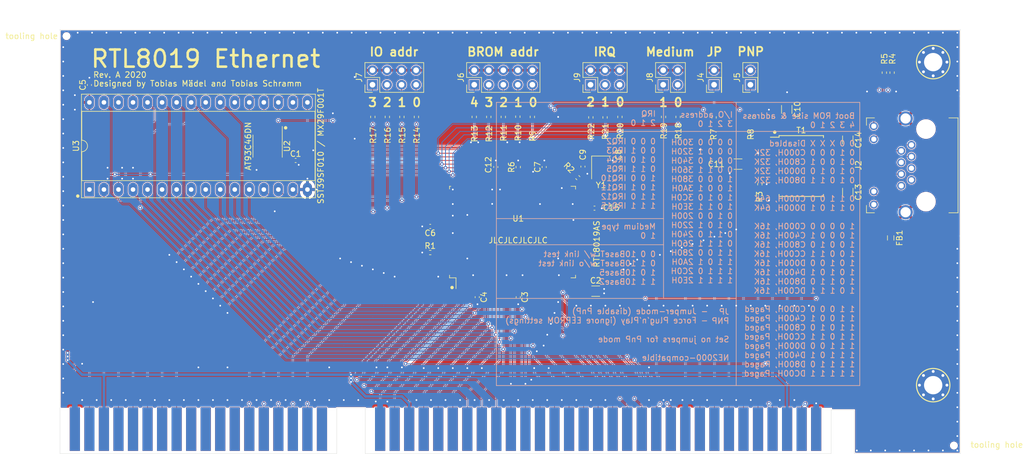
<source format=kicad_pcb>
(kicad_pcb (version 20171130) (host pcbnew 5.1.7)
  (layers (0 F.Cu signal) (31 B.Cu signal) (34 B.Paste user) (35 F.Paste user) (36 B.SilkS user) (37 F.SilkS user) (38 B.Mask user) (39 F.Mask user) (44 Edge.Cuts user))
  (net 0 "")
  (net 1 GND)
  (net 2 +5V)
  (net 3 "Net-(C8-Pad2)")
  (net 4 "Net-(C9-Pad2)")
  (net 5 "Net-(C10-Pad2)")
  (net 6 "Net-(C11-Pad1)")
  (net 7 Earth)
  (net 8 "Net-(C13-Pad1)")
  (net 9 "Net-(C14-Pad2)")
  (net 10 /~ISA_IOCS16)
  (net 11 /TPIN-)
  (net 12 /TPIN+)
  (net 13 "Net-(J2-Pad12)")
  (net 14 "Net-(J2-Pad10)")
  (net 15 "Net-(J2-Pad1)")
  (net 16 "Net-(J2-Pad2)")
  (net 17 "Net-(J2-Pad3)")
  (net 18 "Net-(J2-Pad6)")
  (net 19 /TPOUT-)
  (net 20 /TPOUT+)
  (net 21 /ISA_IO_CH_RDY)
  (net 22 /ISA_A1)
  (net 23 /ISA_A0)
  (net 24 /LED1)
  (net 25 /ISA_A17)
  (net 26 /ISA_A3)
  (net 27 /ISA_A19)
  (net 28 /ISA_A18)
  (net 29 /ISA_A13)
  (net 30 /ISA_D6)
  (net 31 /ISA_IRQ4)
  (net 32 /ISA_A5)
  (net 33 /ISA_IRQ2)
  (net 34 /ISA_D1)
  (net 35 /ISA_A6)
  (net 36 /ISA_D2)
  (net 37 /ISA_D3)
  (net 38 /ISA_D4)
  (net 39 /ISA_D5)
  (net 40 /LED0)
  (net 41 /LED2)
  (net 42 /BA16)
  (net 43 /ISA_A4)
  (net 44 /ISA_A16)
  (net 45 /ISA_A15)
  (net 46 /ISA_A14)
  (net 47 /ISA_IRQ5)
  (net 48 /ISA_A2)
  (net 49 /BA15)
  (net 50 /ISA_D7)
  (net 51 /ISA_A12)
  (net 52 /BA14)
  (net 53 /ISA_A11)
  (net 54 /~BCSB)
  (net 55 /EECS)
  (net 56 /ISA_A10)
  (net 57 /LEDBNC)
  (net 58 /ISA_IRQ3)
  (net 59 /ISA_A9)
  (net 60 /ISA_A8)
  (net 61 /ISA_A7)
  (net 62 /~ISA_SMEMR)
  (net 63 /~ISA_IOR)
  (net 64 /~ISA_IOW)
  (net 65 /ISA_IRQ15)
  (net 66 /ISA_IRQ12)
  (net 67 /ISA_IRQ11)
  (net 68 /ISA_IRQ10)
  (net 69 /ISA_D13)
  (net 70 /ISA_D12)
  (net 71 /ISA_D11)
  (net 72 /ISA_D10)
  (net 73 /ISA_D9)
  (net 74 /ISA_D8)
  (net 75 /ISA_D15)
  (net 76 /ISA_D14)
  (net 77 /ISA_AEN)
  (net 78 /ISA_RESET)
  (net 79 /~ISA_SMEMW)
  (net 80 /ISA_D0)
  (net 81 "Net-(U2-Pad7)")
  (net 82 "Net-(U3-Pad30)")
  (net 83 "Net-(U3-Pad1)")
  (net 84 "Net-(J1-Pad90)")
  (net 85 "Net-(J1-Pad89)")
  (net 86 "Net-(J1-Pad88)")
  (net 87 "Net-(J1-Pad87)")
  (net 88 "Net-(J1-Pad86)")
  (net 89 "Net-(J1-Pad85)")
  (net 90 "Net-(J1-Pad84)")
  (net 91 "Net-(J1-Pad83)")
  (net 92 "Net-(J1-Pad82)")
  (net 93 "Net-(J1-Pad81)")
  (net 94 "Net-(J1-Pad79)")
  (net 95 "Net-(J1-Pad77)")
  (net 96 "Net-(J1-Pad76)")
  (net 97 "Net-(J1-Pad75)")
  (net 98 "Net-(J1-Pad74)")
  (net 99 "Net-(J1-Pad73)")
  (net 100 "Net-(J1-Pad72)")
  (net 101 "Net-(J1-Pad71)")
  (net 102 "Net-(J1-Pad70)")
  (net 103 /ISA_IRQ14)
  (net 104 "Net-(J1-Pad63)")
  (net 105 "Net-(J1-Pad32)")
  (net 106 "Net-(J1-Pad30)")
  (net 107 "Net-(J1-Pad28)")
  (net 108 "Net-(J1-Pad27)")
  (net 109 "Net-(J1-Pad26)")
  (net 110 /ISA_IRQ6)
  (net 111 /ISA_IRQ7)
  (net 112 "Net-(J1-Pad20)")
  (net 113 "Net-(J1-Pad19)")
  (net 114 "Net-(J1-Pad18)")
  (net 115 "Net-(J1-Pad17)")
  (net 116 "Net-(J1-Pad16)")
  (net 117 "Net-(J1-Pad15)")
  (net 118 "Net-(J1-Pad8)")
  (net 119 "Net-(J1-Pad7)")
  (net 120 "Net-(J1-Pad6)")
  (net 121 "Net-(J1-Pad5)")
  (net 122 "Net-(J2-Pad8)")
  (net 123 "Net-(J2-Pad7)")
  (net 124 "Net-(J2-Pad5)")
  (net 125 "Net-(J2-Pad4)")
  (net 126 +12V)
  (net 127 /AUI)
  (net 128 /RX-)
  (net 129 /TX-)
  (net 130 /CD-)
  (net 131 /RX+)
  (net 132 /TX+)
  (net 133 /CD+)
  (net 134 "Net-(J4-Pad1)")
  (net 135 "Net-(J5-Pad1)")
  (net 136 "Net-(J6-Pad5)")
  (net 137 "Net-(J6-Pad3)")
  (net 138 "Net-(J6-Pad1)")
  (net 139 "Net-(J7-Pad3)")
  (net 140 "Net-(J7-Pad1)")
  (net 141 "Net-(J8-Pad1)")
  (net 142 "Net-(J9-Pad3)")
  (net 143 "Net-(J9-Pad1)")
  (net 144 /JP)
  (net 145 /PNP)
  (net 146 /BS0)
  (net 147 /BS1)
  (net 148 /BS2)
  (net 149 /BS3)
  (net 150 /BD3)
  (net 151 /BD2)
  (net 152 /BD1)
  (net 153 /BD0)
  (net 154 /BD7)
  (net 155 /BD6)
  (net 156 /BD5)
  (net 157 /BD4)
  (net 158 "Net-(J6-Pad7)")
  (net 159 "Net-(J6-Pad9)")
  (net 160 "Net-(J7-Pad5)")
  (net 161 "Net-(J7-Pad7)")
  (net 162 "Net-(J8-Pad3)")
  (net 163 "Net-(J9-Pad5)")
  (module Symbol:OSHW-Logo_11.4x12mm_Copper (layer F.Cu) (at 44.51 127.55)
    (fp_text reference H5 hide)
    (fp_text value "OSHW Logo" hide)
    (fp_poly (pts (xy -3.780091 2.90956) (xy -3.727588 2.935499) (xy -3.662842 2.9807) (xy -3.615653 3.029991) (xy -3.583335 3.091885) (xy -3.563203 3.174896) (xy -3.55257 3.287538) (xy -3.548753 3.438324) (xy -3.54853 3.503149) (xy -3.549182 3.645221) (xy -3.551888 3.746757) (xy -3.557776 3.817015) (xy -3.567973 3.865256) (xy -3.583606 3.900738) (xy -3.599872 3.924943) (xy -3.703705 4.027929) (xy -3.825979 4.089874) (xy -3.957886 4.108506) (xy -4.090616 4.081549) (xy -4.132667 4.062486) (xy -4.233334 4.010015) (xy -4.233334 4.832259) (xy -4.159865 4.794267) (xy -4.063059 4.764872) (xy -3.944072 4.757342) (xy -3.825255 4.771245) (xy -3.735527 4.802476) (xy -3.661101 4.861954) (xy -3.59751 4.947066) (xy -3.592729 4.955805) (xy -3.572563 4.996966) (xy -3.557835 5.038454) (xy -3.547697 5.088713) (xy -3.541301 5.156184) (xy -3.537799 5.249309) (xy -3.536342 5.376531) (xy -3.536079 5.519701) (xy -3.536079 5.976471) (xy -3.81 5.976471) (xy -3.81 5.134231) (xy -3.886617 5.069763) (xy -3.966207 5.018194) (xy -4.041578 5.008818) (xy -4.117367 5.032947) (xy -4.157759 5.056574) (xy -4.187821 5.090227) (xy -4.209203 5.141087) (xy -4.22355 5.216334) (xy -4.23251 5.323146) (xy -4.23773 5.468704) (xy -4.239569 5.565588) (xy -4.245785 5.96402) (xy -4.37652 5.971547) (xy -4.507255 5.979073) (xy -4.507255 3.506582) (xy -4.233334 3.506582) (xy -4.22635 3.644423) (xy -4.202818 3.740107) (xy -4.158865 3.799641) (xy -4.090618 3.829029) (xy -4.021667 3.834902) (xy -3.943614 3.828154) (xy -3.891811 3.801594) (xy -3.859417 3.766499) (xy -3.833916 3.728752) (xy -3.818735 3.6867) (xy -3.811981 3.627779) (xy -3.811759 3.539428) (xy -3.814032 3.465448) (xy -3.819251 3.354) (xy -3.827021 3.280833) (xy -3.840105 3.234422) (xy -3.861268 3.203244) (xy -3.88124 3.185223) (xy -3.964686 3.145925) (xy -4.063449 3.139579) (xy -4.120159 3.153116) (xy -4.176308 3.201233) (xy -4.213501 3.294833) (xy -4.231528 3.433254) (xy -4.233334 3.506582) (xy -4.507255 3.506582) (xy -4.507255 2.888628) (xy -4.370295 2.888628) (xy -4.288065 2.891879) (xy -4.24564 2.903426) (xy -4.233339 2.925952) (xy -4.233334 2.92662) (xy -4.227626 2.948681) (xy -4.202453 2.946176) (xy -4.152402 2.921935) (xy -4.035781 2.884851) (xy -3.904571 2.880953) (xy -3.780091 2.90956)) (layer F.Cu) (width 0.01))
    (fp_poly (pts (xy -2.74128 4.765922) (xy -2.62413 4.79718) (xy -2.534949 4.853837) (xy -2.472016 4.928045) (xy -2.452452 4.959716) (xy -2.438008 4.992891) (xy -2.427911 5.035329) (xy -2.421385 5.094788) (xy -2.417658 5.179029) (xy -2.415954 5.29581) (xy -2.4155 5.45289) (xy -2.415491 5.494565) (xy -2.415491 5.976471) (xy -2.53502 5.976471) (xy -2.611261 5.971131) (xy -2.667634 5.957604) (xy -2.681758 5.949262) (xy -2.72037 5.934864) (xy -2.759808 5.949262) (xy -2.824738 5.967237) (xy -2.919055 5.974472) (xy -3.023593 5.971333) (xy -3.119189 5.958186) (xy -3.175 5.941318) (xy -3.283002 5.871986) (xy -3.350497 5.775772) (xy -3.380841 5.647844) (xy -3.381123 5.644559) (xy -3.37846 5.587808) (xy -3.137647 5.587808) (xy -3.116595 5.652358) (xy -3.082303 5.688686) (xy -3.013468 5.716162) (xy -2.92261 5.727129) (xy -2.829958 5.721731) (xy -2.755744 5.70011) (xy -2.734951 5.686239) (xy -2.698619 5.622143) (xy -2.689412 5.549278) (xy -2.689412 5.45353) (xy -2.827173 5.45353) (xy -2.958047 5.463605) (xy -3.057259 5.492148) (xy -3.118977 5.536639) (xy -3.137647 5.587808) (xy -3.37846 5.587808) (xy -3.374564 5.50479) (xy -3.328466 5.394282) (xy -3.2418 5.310712) (xy -3.229821 5.30311) (xy -3.178345 5.278357) (xy -3.114632 5.263368) (xy -3.025565 5.256082) (xy -2.919755 5.254407) (xy -2.689412 5.254314) (xy -2.689412 5.157755) (xy -2.699183 5.082836) (xy -2.724116 5.032644) (xy -2.727035 5.029972) (xy -2.782519 5.008015) (xy -2.866273 4.999505) (xy -2.958833 5.003687) (xy -3.04073 5.019809) (xy -3.089327 5.04399) (xy -3.115659 5.063359) (xy -3.143465 5.067057) (xy -3.181839 5.051188) (xy -3.239875 5.011855) (xy -3.326669 4.945164) (xy -3.334635 4.938916) (xy -3.330553 4.9158) (xy -3.296499 4.877352) (xy -3.24474 4.834627) (xy -3.187545 4.798679) (xy -3.169575 4.790191) (xy -3.104028 4.773252) (xy -3.00798 4.76117) (xy -2.900671 4.756323) (xy -2.895653 4.756313) (xy -2.74128 4.765922)) (layer F.Cu) (width 0.01))
    (fp_poly (pts (xy -1.967236 4.758921) (xy -1.92997 4.770091) (xy -1.917957 4.794633) (xy -1.917451 4.805712) (xy -1.915296 4.836572) (xy -1.900449 4.841417) (xy -1.860343 4.82026) (xy -1.83652 4.805806) (xy -1.761362 4.77485) (xy -1.671594 4.759544) (xy -1.577471 4.758367) (xy -1.489246 4.769799) (xy -1.417174 4.79232) (xy -1.371508 4.824409) (xy -1.362502 4.864545) (xy -1.367047 4.875415) (xy -1.400179 4.920534) (xy -1.451555 4.976026) (xy -1.460848 4.984996) (xy -1.509818 5.026245) (xy -1.552069 5.039572) (xy -1.611159 5.030271) (xy -1.634831 5.02409) (xy -1.708496 5.009246) (xy -1.76029 5.015921) (xy -1.804031 5.039465) (xy -1.844098 5.071061) (xy -1.873608 5.110798) (xy -1.894116 5.166252) (xy -1.907176 5.245003) (xy -1.914344 5.354629) (xy -1.917176 5.502706) (xy -1.917451 5.592111) (xy -1.917451 5.976471) (xy -2.166471 5.976471) (xy -2.166471 4.756275) (xy -2.041961 4.756275) (xy -1.967236 4.758921)) (layer F.Cu) (width 0.01))
    (fp_poly (pts (xy -0.398432 5.976471) (xy -0.535393 5.976471) (xy -0.614889 5.97414) (xy -0.656292 5.964488) (xy -0.671199 5.943525) (xy -0.672353 5.929351) (xy -0.674867 5.900927) (xy -0.69072 5.895475) (xy -0.732379 5.912998) (xy -0.764776 5.929351) (xy -0.889151 5.968103) (xy -1.024354 5.970346) (xy -1.134274 5.941444) (xy -1.236634 5.871619) (xy -1.31466 5.768555) (xy -1.357386 5.646989) (xy -1.358474 5.640192) (xy -1.364822 5.566032) (xy -1.367979 5.45957) (xy -1.367725 5.379052) (xy -1.095711 5.379052) (xy -1.08941 5.48607) (xy -1.075075 5.574278) (xy -1.055669 5.62409) (xy -0.982254 5.692162) (xy -0.895086 5.716564) (xy -0.805196 5.696831) (xy -0.728383 5.637968) (xy -0.699292 5.598379) (xy -0.682283 5.551138) (xy -0.674316 5.482181) (xy -0.672353 5.378607) (xy -0.675866 5.276039) (xy -0.685143 5.185921) (xy -0.698294 5.125613) (xy -0.700486 5.120208) (xy -0.753522 5.05594) (xy -0.830933 5.020656) (xy -0.917546 5.014959) (xy -0.998193 5.039453) (xy -1.057703 5.094742) (xy -1.063876 5.105743) (xy -1.083199 5.172827) (xy -1.093726 5.269284) (xy -1.095711 5.379052) (xy -1.367725 5.379052) (xy -1.367596 5.338225) (xy -1.365806 5.272918) (xy -1.353627 5.111355) (xy -1.328315 4.990053) (xy -1.286207 4.900379) (xy -1.223641 4.833699) (xy -1.1629 4.794557) (xy -1.078036 4.76704) (xy -0.972485 4.757603) (xy -0.864402 4.76529) (xy -0.771942 4.789146) (xy -0.72309 4.817685) (xy -0.672353 4.863601) (xy -0.672353 4.283137) (xy -0.398432 4.283137) (xy -0.398432 5.976471)) (layer F.Cu) (width 0.01))
    (fp_poly (pts (xy 0.557528 4.761332) (xy 0.656014 4.768726) (xy 0.784776 5.154706) (xy 0.913537 5.540686) (xy 0.953911 5.403726) (xy 0.978207 5.319083) (xy 1.010167 5.204697) (xy 1.044679 5.078963) (xy 1.062928 5.01152) (xy 1.131571 4.756275) (xy 1.414773 4.756275) (xy 1.330122 5.023971) (xy 1.288435 5.155638) (xy 1.238074 5.314458) (xy 1.185481 5.480128) (xy 1.13853 5.627843) (xy 1.031589 5.96402) (xy 0.800661 5.979044) (xy 0.73805 5.772316) (xy 0.699438 5.643896) (xy 0.6573 5.502322) (xy 0.620472 5.377285) (xy 0.619018 5.372309) (xy 0.591511 5.287586) (xy 0.567242 5.229778) (xy 0.550243 5.207918) (xy 0.54675 5.210446) (xy 0.53449 5.244336) (xy 0.511195 5.31693) (xy 0.4797 5.419101) (xy 0.442842 5.54172) (xy 0.422899 5.609167) (xy 0.314895 5.976471) (xy 0.085679 5.976471) (xy -0.097561 5.3975) (xy -0.149037 5.235091) (xy -0.19593 5.087602) (xy -0.236023 4.96196) (xy -0.267103 4.865095) (xy -0.286955 4.803934) (xy -0.292989 4.786065) (xy -0.288212 4.767768) (xy -0.250703 4.759755) (xy -0.172645 4.760557) (xy -0.160426 4.761163) (xy -0.015674 4.768726) (xy 0.07913 5.117353) (xy 0.113977 5.244497) (xy 0.145117 5.356265) (xy 0.169809 5.442953) (xy 0.185312 5.494856) (xy 0.188176 5.503318) (xy 0.200046 5.493587) (xy 0.223983 5.443172) (xy 0.257239 5.358935) (xy 0.297064 5.247741) (xy 0.33073 5.147297) (xy 0.459041 4.753939) (xy 0.557528 4.761332)) (layer F.Cu) (width 0.01))
    (fp_poly (pts (xy 2.056459 4.763669) (xy 2.16142 4.789163) (xy 2.191761 4.802669) (xy 2.250573 4.838046) (xy 2.295709 4.87789) (xy 2.329106 4.92912) (xy 2.352701 4.998654) (xy 2.368433 5.093409) (xy 2.378239 5.220305) (xy 2.384057 5.386258) (xy 2.386266 5.497108) (xy 2.394396 5.976471) (xy 2.255531 5.976471) (xy 2.171287 5.972938) (xy 2.127884 5.960866) (xy 2.116666 5.940594) (xy 2.110744 5.918674) (xy 2.084266 5.922865) (xy 2.048186 5.940441) (xy 1.957862 5.967382) (xy 1.841777 5.974642) (xy 1.71968 5.962767) (xy 1.611321 5.932305) (xy 1.601602 5.928077) (xy 1.502568 5.858505) (xy 1.437281 5.761789) (xy 1.40724 5.648738) (xy 1.409535 5.608122) (xy 1.654633 5.608122) (xy 1.676229 5.662782) (xy 1.740259 5.701952) (xy 1.843565 5.722974) (xy 1.898774 5.725766) (xy 1.990782 5.71862) (xy 2.051941 5.690848) (xy 2.066862 5.677647) (xy 2.107287 5.605829) (xy 2.116666 5.540686) (xy 2.116666 5.45353) (xy 1.995269 5.45353) (xy 1.854153 5.460722) (xy 1.755173 5.483345) (xy 1.692633 5.522964) (xy 1.678631 5.540628) (xy 1.654633 5.608122) (xy 1.409535 5.608122) (xy 1.413941 5.530157) (xy 1.45888 5.416855) (xy 1.520196 5.340285) (xy 1.557332 5.307181) (xy 1.593687 5.285425) (xy 1.64099 5.272161) (xy 1.710973 5.264528) (xy 1.815364 5.25967) (xy 1.85677 5.258273) (xy 2.116666 5.24978) (xy 2.116285 5.171116) (xy 2.106219 5.088428) (xy 2.069829 5.038431) (xy 1.996311 5.006489) (xy 1.994339 5.00592) (xy 1.890105 4.993361) (xy 1.788108 5.009766) (xy 1.712305 5.049657) (xy 1.68189 5.069354) (xy 1.649132 5.066629) (xy 1.598721 5.038091) (xy 1.569119 5.01795) (xy 1.511218 4.974919) (xy 1.475352 4.942662) (xy 1.469597 4.933427) (xy 1.493295 4.885636) (xy 1.563313 4.828562) (xy 1.593725 4.809305) (xy 1.681155 4.77614) (xy 1.798983 4.75735) (xy 1.929866 4.753129) (xy 2.056459 4.763669)) (layer F.Cu) (width 0.01))
    (fp_poly (pts (xy 3.238446 4.755883) (xy 3.334177 4.774755) (xy 3.388677 4.802699) (xy 3.446008 4.849123) (xy 3.364441 4.952111) (xy 3.31415 5.014479) (xy 3.280001 5.044907) (xy 3.246063 5.049555) (xy 3.196406 5.034586) (xy 3.173096 5.026117) (xy 3.078063 5.013622) (xy 2.991032 5.040406) (xy 2.927138 5.100915) (xy 2.916759 5.120208) (xy 2.905456 5.171314) (xy 2.896732 5.2655) (xy 2.890997 5.396089) (xy 2.88866 5.556405) (xy 2.888627 5.579211) (xy 2.888627 5.976471) (xy 2.614705 5.976471) (xy 2.614705 4.756275) (xy 2.751666 4.756275) (xy 2.830638 4.758337) (xy 2.871779 4.767513) (xy 2.886992 4.78829) (xy 2.888627 4.807886) (xy 2.888627 4.859497) (xy 2.95424 4.807886) (xy 3.029475 4.772675) (xy 3.130544 4.755265) (xy 3.238446 4.755883)) (layer F.Cu) (width 0.01))
    (fp_poly (pts (xy 4.025307 4.762784) (xy 4.144337 4.793731) (xy 4.244021 4.8576) (xy 4.292288 4.905313) (xy 4.371408 5.018106) (xy 4.416752 5.14895) (xy 4.43233 5.309792) (xy 4.43241 5.322794) (xy 4.432549 5.45353) (xy 3.680091 5.45353) (xy 3.69613 5.52201) (xy 3.725091 5.584031) (xy 3.775778 5.648654) (xy 3.786379 5.658971) (xy 3.877494 5.714805) (xy 3.9814 5.724275) (xy 4.101 5.68754) (xy 4.121274 5.677647) (xy 4.183456 5.647574) (xy 4.225106 5.63044) (xy 4.232373 5.628855) (xy 4.25774 5.644242) (xy 4.30612 5.681887) (xy 4.330679 5.702459) (xy 4.38157 5.749714) (xy 4.398281 5.780917) (xy 4.386683 5.80962) (xy 4.380483 5.817468) (xy 4.338493 5.851819) (xy 4.269206 5.893565) (xy 4.220882 5.917935) (xy 4.083711 5.960873) (xy 3.931847 5.974786) (xy 3.788024 5.9583) (xy 3.747745 5.946496) (xy 3.623078 5.879689) (xy 3.530671 5.776892) (xy 3.46999 5.637105) (xy 3.440498 5.45933) (xy 3.43726 5.366373) (xy 3.446714 5.231033) (xy 3.68549 5.231033) (xy 3.708584 5.241038) (xy 3.770662 5.248888) (xy 3.860914 5.253521) (xy 3.922058 5.254314) (xy 4.03204 5.253549) (xy 4.101457 5.24997) (xy 4.139538 5.241649) (xy 4.155515 5.226657) (xy 4.158627 5.204903) (xy 4.137278 5.137892) (xy 4.083529 5.071664) (xy 4.012822 5.020832) (xy 3.942089 5.000038) (xy 3.846016 5.018484) (xy 3.762849 5.071811) (xy 3.705186 5.148677) (xy 3.68549 5.231033) (xy 3.446714 5.231033) (xy 3.451028 5.169291) (xy 3.49352 5.012271) (xy 3.565635 4.894069) (xy 3.668273 4.81344) (xy 3.802332 4.769139) (xy 3.874957 4.760607) (xy 4.025307 4.762784)) (layer F.Cu) (width 0.01))
    (fp_poly (pts (xy -5.026753 2.901568) (xy -4.896478 2.959163) (xy -4.797581 3.055334) (xy -4.729918 3.190229) (xy -4.693345 3.363996) (xy -4.690724 3.391126) (xy -4.68867 3.582408) (xy -4.715301 3.750073) (xy -4.768999 3.885967) (xy -4.797753 3.929681) (xy -4.897909 4.022198) (xy -5.025463 4.082119) (xy -5.168163 4.106985) (xy -5.31376 4.094339) (xy -5.424438 4.055391) (xy -5.519616 3.989755) (xy -5.597406 3.903699) (xy -5.598751 3.901685) (xy -5.630343 3.84857) (xy -5.650873 3.79516) (xy -5.663305 3.727754) (xy -5.670603 3.632653) (xy -5.673818 3.554666) (xy -5.675156 3.483944) (xy -5.426186 3.483944) (xy -5.423753 3.554348) (xy -5.41492 3.648068) (xy -5.399336 3.708214) (xy -5.371234 3.751006) (xy -5.344914 3.776002) (xy -5.251608 3.828338) (xy -5.15398 3.835333) (xy -5.063058 3.797676) (xy -5.017598 3.755479) (xy -4.984838 3.712956) (xy -4.965677 3.672267) (xy -4.957267 3.619314) (xy -4.956763 3.539997) (xy -4.959355 3.46695) (xy -4.964929 3.362601) (xy -4.973766 3.29492) (xy -4.989693 3.250774) (xy -5.016538 3.217031) (xy -5.037811 3.197746) (xy -5.126794 3.147086) (xy -5.222789 3.14456) (xy -5.303281 3.174567) (xy -5.371947 3.237231) (xy -5.412856 3.340168) (xy -5.426186 3.483944) (xy -5.675156 3.483944) (xy -5.676754 3.399582) (xy -5.67174 3.2836) (xy -5.656717 3.196367) (xy -5.629624 3.12753) (xy -5.5884 3.066737) (xy -5.573115 3.048686) (xy -5.477546 2.958746) (xy -5.375039 2.906211) (xy -5.249679 2.884201) (xy -5.18855 2.882402) (xy -5.026753 2.901568)) (layer F.Cu) (width 0.01))
    (fp_poly (pts (xy -2.686796 2.916354) (xy -2.661981 2.928037) (xy -2.576094 2.990951) (xy -2.494879 3.082769) (xy -2.434236 3.183868) (xy -2.416988 3.230349) (xy -2.401251 3.313376) (xy -2.391867 3.413713) (xy -2.390728 3.455147) (xy -2.390589 3.585882) (xy -3.143047 3.585882) (xy -3.127007 3.654363) (xy -3.087637 3.735355) (xy -3.018806 3.805351) (xy -2.936919 3.850441) (xy -2.884737 3.859804) (xy -2.813971 3.848441) (xy -2.72954 3.819943) (xy -2.700858 3.806831) (xy -2.594791 3.753858) (xy -2.504272 3.822901) (xy -2.452039 3.869597) (xy -2.424247 3.90814) (xy -2.42284 3.919452) (xy -2.447668 3.946868) (xy -2.502083 3.988532) (xy -2.551472 4.021037) (xy -2.684748 4.079468) (xy -2.834161 4.105915) (xy -2.982249 4.099039) (xy -3.100295 4.063096) (xy -3.221982 3.986101) (xy -3.30846 3.884728) (xy -3.362559 3.75357) (xy -3.387109 3.587224) (xy -3.389286 3.511108) (xy -3.380573 3.336685) (xy -3.379503 3.331611) (xy -3.130173 3.331611) (xy -3.123306 3.347968) (xy -3.095083 3.356988) (xy -3.036873 3.360854) (xy -2.940042 3.361749) (xy -2.902757 3.361765) (xy -2.789317 3.360413) (xy -2.717378 3.355505) (xy -2.678687 3.34576) (xy -2.664995 3.329899) (xy -2.66451 3.324805) (xy -2.680137 3.284326) (xy -2.719247 3.227621) (xy -2.736061 3.207766) (xy -2.798481 3.151611) (xy -2.863547 3.129532) (xy -2.898603 3.127686) (xy -2.993442 3.150766) (xy -3.072973 3.212759) (xy -3.123423 3.302802) (xy -3.124317 3.305735) (xy -3.130173 3.331611) (xy -3.379503 3.331611) (xy -3.351601 3.199343) (xy -3.29941 3.089461) (xy -3.235579 3.011461) (xy -3.117567 2.926882) (xy -2.978842 2.881686) (xy -2.83129 2.8776) (xy -2.686796 2.916354)) (layer F.Cu) (width 0.01))
    (fp_poly (pts (xy 0.027759 2.884345) (xy 0.122059 2.902229) (xy 0.21989 2.939633) (xy 0.230343 2.944402) (xy 0.304531 2.983412) (xy 0.35591 3.019664) (xy 0.372517 3.042887) (xy 0.356702 3.080761) (xy 0.318288 3.136644) (xy 0.301237 3.157505) (xy 0.230969 3.239618) (xy 0.140379 3.186168) (xy 0.054164 3.150561) (xy -0.045451 3.131529) (xy -0.140981 3.130326) (xy -0.214939 3.14821) (xy -0.232688 3.159373) (xy -0.266488 3.210553) (xy -0.270596 3.269509) (xy -0.245304 3.315567) (xy -0.230344 3.324499) (xy -0.185514 3.335592) (xy -0.106714 3.34863) (xy -0.009574 3.361088) (xy 0.008346 3.363042) (xy 0.164365 3.39003) (xy 0.277523 3.435873) (xy 0.352569 3.504803) (xy 0.394253 3.601054) (xy 0.407238 3.718617) (xy 0.389299 3.852254) (xy 0.33105 3.957195) (xy 0.232255 4.03363) (xy 0.092682 4.081748) (xy -0.062255 4.100732) (xy -0.188602 4.100504) (xy -0.291087 4.083262) (xy -0.361079 4.059457) (xy -0.449517 4.017978) (xy -0.531246 3.969842) (xy -0.560295 3.948655) (xy -0.635 3.887676) (xy -0.544902 3.796508) (xy -0.454804 3.705339) (xy -0.352368 3.773128) (xy -0.249626 3.824042) (xy -0.139913 3.850673) (xy -0.034449 3.853483) (xy 0.055546 3.832935) (xy 0.118854 3.789493) (xy 0.139296 3.752838) (xy 0.136229 3.694053) (xy 0.085434 3.649099) (xy -0.012952 3.618057) (xy -0.120744 3.60371) (xy -0.286635 3.576337) (xy -0.409876 3.524693) (xy -0.492114 3.447266) (xy -0.534999 3.342544) (xy -0.54094 3.218387) (xy -0.511594 3.088702) (xy -0.444691 2.990677) (xy -0.339629 2.923866) (xy -0.19581 2.88782) (xy -0.089262 2.880754) (xy 0.027759 2.884345)) (layer F.Cu) (width 0.01))
    (fp_poly (pts (xy 1.209547 2.903364) (xy 1.335502 2.971959) (xy 1.434047 3.080245) (xy 1.480478 3.168315) (xy 1.500412 3.246101) (xy 1.513328 3.356993) (xy 1.518863 3.484738) (xy 1.516654 3.613084) (xy 1.506337 3.725779) (xy 1.494286 3.785969) (xy 1.453634 3.868311) (xy 1.38323 3.95577) (xy 1.298382 4.032251) (xy 1.214397 4.081655) (xy 1.212349 4.082439) (xy 1.108134 4.104027) (xy 0.984627 4.104562) (xy 0.867261 4.084908) (xy 0.821942 4.069155) (xy 0.70522 4.002966) (xy 0.621624 3.916246) (xy 0.566701 3.801438) (xy 0.535995 3.650982) (xy 0.529047 3.572173) (xy 0.529933 3.473145) (xy 0.796862 3.473145) (xy 0.805854 3.617645) (xy 0.831736 3.72776) (xy 0.872868 3.798116) (xy 0.902172 3.818235) (xy 0.977251 3.832265) (xy 1.066494 3.828111) (xy 1.14365 3.807922) (xy 1.163883 3.796815) (xy 1.217265 3.732123) (xy 1.2525 3.633119) (xy 1.267498 3.512632) (xy 1.260172 3.383494) (xy 1.243799 3.305775) (xy 1.19679 3.215771) (xy 1.122582 3.159509) (xy 1.033209 3.140057) (xy 0.940707 3.160481) (xy 0.869653 3.210437) (xy 0.832312 3.251655) (xy 0.810518 3.292281) (xy 0.80013 3.347264) (xy 0.797006 3.431549) (xy 0.796862 3.473145) (xy 0.529933 3.473145) (xy 0.53093 3.361874) (xy 0.56518 3.189423) (xy 0.631802 3.054814) (xy 0.730799 2.95804) (xy 0.862175 2.899094) (xy 0.890385 2.892259) (xy 1.059926 2.876213) (xy 1.209547 2.903364)) (layer F.Cu) (width 0.01))
    (fp_poly (pts (xy 1.967254 3.276245) (xy 1.969608 3.458879) (xy 1.978207 3.5976) (xy 1.99536 3.698147) (xy 2.023374 3.766254) (xy 2.064557 3.807659) (xy 2.121217 3.828097) (xy 2.191372 3.833318) (xy 2.264848 3.827468) (xy 2.320657 3.806093) (xy 2.361109 3.763458) (xy 2.388509 3.693825) (xy 2.405167 3.59146) (xy 2.413389 3.450624) (xy 2.41549 3.276245) (xy 2.41549 2.888628) (xy 2.689411 2.888628) (xy 2.689411 4.083922) (xy 2.552451 4.083922) (xy 2.469884 4.080576) (xy 2.427368 4.068826) (xy 2.41549 4.04652) (xy 2.408336 4.026654) (xy 2.379865 4.030857) (xy 2.322476 4.058971) (xy 2.190945 4.102342) (xy 2.051438 4.09927) (xy 1.917765 4.052174) (xy 1.854108 4.014971) (xy 1.805553 3.974691) (xy 1.770081 3.924291) (xy 1.745674 3.856729) (xy 1.730313 3.764965) (xy 1.721982 3.641955) (xy 1.718662 3.480659) (xy 1.718235 3.355928) (xy 1.718235 2.888628) (xy 1.967254 2.888628) (xy 1.967254 3.276245)) (layer F.Cu) (width 0.01))
    (fp_poly (pts (xy 4.390976 2.899056) (xy 4.535256 2.960348) (xy 4.580699 2.990185) (xy 4.638779 3.036036) (xy 4.675238 3.072089) (xy 4.681568 3.083832) (xy 4.663693 3.109889) (xy 4.61795 3.154105) (xy 4.581328 3.184965) (xy 4.481088 3.26552) (xy 4.401935 3.198918) (xy 4.340769 3.155921) (xy 4.281129 3.141079) (xy 4.212872 3.144704) (xy 4.104482 3.171652) (xy 4.029872 3.227587) (xy 3.98453 3.318014) (xy 3.963947 3.448435) (xy 3.963942 3.448517) (xy 3.965722 3.59429) (xy 3.993387 3.701245) (xy 4.048571 3.774064) (xy 4.086192 3.798723) (xy 4.186105 3.829431) (xy 4.292822 3.829449) (xy 4.385669 3.799655) (xy 4.407647 3.785098) (xy 4.462765 3.747914) (xy 4.505859 3.74182) (xy 4.552335 3.769496) (xy 4.603716 3.819205) (xy 4.685046 3.903116) (xy 4.594749 3.977546) (xy 4.455236 4.061549) (xy 4.297912 4.102947) (xy 4.133503 4.09995) (xy 4.025531 4.0725) (xy 3.899331 4.00462) (xy 3.798401 3.897831) (xy 3.752548 3.822451) (xy 3.71541 3.714297) (xy 3.696827 3.577318) (xy 3.696684 3.428864) (xy 3.714865 3.286281) (xy 3.751255 3.166918) (xy 3.756987 3.15468) (xy 3.841865 3.034655) (xy 3.956782 2.947267) (xy 4.092659 2.894329) (xy 4.240417 2.877654) (xy 4.390976 2.899056)) (layer F.Cu) (width 0.01))
    (fp_poly (pts (xy 5.303287 2.884355) (xy 5.367051 2.899845) (xy 5.4893 2.956569) (xy 5.593834 3.043202) (xy 5.66618 3.147074) (xy 5.676119 3.170396) (xy 5.689754 3.231484) (xy 5.699298 3.321853) (xy 5.702549 3.41319) (xy 5.702549 3.585882) (xy 5.34147 3.585882) (xy 5.192546 3.586445) (xy 5.087632 3.589864) (xy 5.020937 3.598731) (xy 4.986666 3.615641) (xy 4.979028 3.643189) (xy 4.992229 3.683968) (xy 5.015877 3.731683) (xy 5.081843 3.811314) (xy 5.173512 3.850987) (xy 5.285555 3.849695) (xy 5.412472 3.806514) (xy 5.522158 3.753224) (xy 5.613173 3.825191) (xy 5.704188 3.897157) (xy 5.618563 3.976269) (xy 5.50425 4.051017) (xy 5.363666 4.096084) (xy 5.212449 4.108696) (xy 5.066236 4.086079) (xy 5.042647 4.078405) (xy 4.914141 4.011296) (xy 4.818551 3.911247) (xy 4.753861 3.775271) (xy 4.718057 3.60038) (xy 4.71764 3.596632) (xy 4.714434 3.406032) (xy 4.727393 3.338035) (xy 4.980392 3.338035) (xy 5.003627 3.348491) (xy 5.06671 3.3565) (xy 5.159706 3.361073) (xy 5.218638 3.361765) (xy 5.328537 3.361332) (xy 5.397252 3.358578) (xy 5.433405 3.351321) (xy 5.445615 3.337376) (xy 5.442504 3.314562) (xy 5.439894 3.305735) (xy 5.395344 3.2228) (xy 5.325279 3.15596) (xy 5.263446 3.126589) (xy 5.181301 3.128362) (xy 5.098062 3.16499) (xy 5.028238 3.225634) (xy 4.986337 3.299456) (xy 4.980392 3.338035) (xy 4.727393 3.338035) (xy 4.746385 3.238395) (xy 4.809773 3.097711) (xy 4.900878 2.987974) (xy 5.015978 2.913174) (xy 5.151355 2.877304) (xy 5.303287 2.884355)) (layer F.Cu) (width 0.01))
    (fp_poly (pts (xy -1.49324 2.909199) (xy -1.431264 2.938802) (xy -1.371241 2.981561) (xy -1.325514 3.030775) (xy -1.292207 3.093544) (xy -1.269445 3.176971) (xy -1.255353 3.288159) (xy -1.248058 3.434209) (xy -1.245682 3.622223) (xy -1.245645 3.641912) (xy -1.245098 4.083922) (xy -1.51902 4.083922) (xy -1.51902 3.676435) (xy -1.519215 3.525471) (xy -1.520564 3.416056) (xy -1.524212 3.339933) (xy -1.531304 3.288848) (xy -1.542987 3.254545) (xy -1.560406 3.228768) (xy -1.584671 3.203298) (xy -1.669565 3.148571) (xy -1.762239 3.138416) (xy -1.850527 3.173017) (xy -1.88123 3.19877) (xy -1.903771 3.222982) (xy -1.919954 3.248912) (xy -1.930832 3.284708) (xy -1.937458 3.338519) (xy -1.940885 3.418493) (xy -1.942166 3.532779) (xy -1.942353 3.671907) (xy -1.942353 4.083922) (xy -2.216275 4.083922) (xy -2.216275 2.888628) (xy -2.079314 2.888628) (xy -1.997084 2.891879) (xy -1.95466 2.903426) (xy -1.942359 2.925952) (xy -1.942353 2.92662) (xy -1.936646 2.948681) (xy -1.911473 2.946177) (xy -1.861422 2.921937) (xy -1.747906 2.886271) (xy -1.618055 2.882305) (xy -1.49324 2.909199)) (layer F.Cu) (width 0.01))
    (fp_poly (pts (xy 3.563637 2.887472) (xy 3.64929 2.913641) (xy 3.704437 2.946707) (xy 3.722401 2.972855) (xy 3.717457 3.003852) (xy 3.685372 3.052547) (xy 3.658243 3.087035) (xy 3.602317 3.149383) (xy 3.560299 3.175615) (xy 3.52448 3.173903) (xy 3.418224 3.146863) (xy 3.340189 3.148091) (xy 3.27682 3.178735) (xy 3.255546 3.19667) (xy 3.187451 3.259779) (xy 3.187451 4.083922) (xy 2.913529 4.083922) (xy 2.913529 2.888628) (xy 3.05049 2.888628) (xy 3.132719 2.891879) (xy 3.175144 2.903426) (xy 3.187445 2.925952) (xy 3.187451 2.92662) (xy 3.19326 2.950215) (xy 3.219531 2.947138) (xy 3.255931 2.930115) (xy 3.331111 2.898439) (xy 3.392158 2.879381) (xy 3.470708 2.874496) (xy 3.563637 2.887472)) (layer F.Cu) (width 0.01))
    (fp_poly (pts (xy 0.746535 -5.366828) (xy 0.859117 -4.769637) (xy 1.274531 -4.59839) (xy 1.689944 -4.427143) (xy 2.188302 -4.766022) (xy 2.327868 -4.860378) (xy 2.454028 -4.944625) (xy 2.560895 -5.014917) (xy 2.642582 -5.067408) (xy 2.693201 -5.098251) (xy 2.706986 -5.104902) (xy 2.73182 -5.087797) (xy 2.784888 -5.040511) (xy 2.86024 -4.969083) (xy 2.951929 -4.879555) (xy 3.054007 -4.777966) (xy 3.160526 -4.670357) (xy 3.265536 -4.562768) (xy 3.363091 -4.46124) (xy 3.447242 -4.371814) (xy 3.51204 -4.300529) (xy 3.551538 -4.253427) (xy 3.56098 -4.237663) (xy 3.547391 -4.208602) (xy 3.509293 -4.144934) (xy 3.450694 -4.052888) (xy 3.375597 -3.938691) (xy 3.288009 -3.808571) (xy 3.237254 -3.734354) (xy 3.144745 -3.598833) (xy 3.06254 -3.476539) (xy 2.99463 -3.37356) (xy 2.945 -3.295982) (xy 2.91764 -3.249894) (xy 2.913529 -3.240208) (xy 2.922849 -3.212681) (xy 2.948254 -3.148527) (xy 2.985911 -3.056765) (xy 3.031986 -2.946416) (xy 3.082646 -2.8265) (xy 3.134059 -2.706036) (xy 3.182389 -2.594046) (xy 3.223806 -2.499548) (xy 3.254474 -2.431563) (xy 3.270562 -2.399112) (xy 3.271511 -2.397835) (xy 3.296772 -2.391638) (xy 3.364046 -2.377815) (xy 3.46636 -2.357723) (xy 3.596741 -2.332721) (xy 3.748216 -2.304169) (xy 3.836594 -2.287704) (xy 3.998452 -2.256886) (xy 4.144649 -2.227561) (xy 4.267787 -2.201334) (xy 4.360469 -2.179809) (xy 4.415301 -2.16459) (xy 4.426323 -2.159762) (xy 4.437119 -2.127081) (xy 4.445829 -2.05327) (xy 4.45246 -1.946963) (xy 4.457018 -1.816788) (xy 4.459509 -1.671379) (xy 4.459938 -1.519365) (xy 4.458311 -1.369378) (xy 4.454635 -1.230049) (xy 4.448915 -1.11001) (xy 4.441158 -1.01789) (xy 4.431368 -0.962323) (xy 4.425496 -0.950755) (xy 4.390399 -0.93689) (xy 4.316028 -0.917067) (xy 4.212223 -0.893616) (xy 4.088819 -0.868864) (xy 4.045741 -0.860857) (xy 3.838047 -0.822814) (xy 3.673984 -0.792176) (xy 3.54813 -0.767726) (xy 3.455065 -0.748246) (xy 3.389367 -0.732519) (xy 3.345617 -0.719327) (xy 3.318392 -0.707451) (xy 3.302272 -0.695675) (xy 3.300017 -0.693347) (xy 3.277503 -0.655855) (xy 3.243158 -0.58289) (xy 3.200411 -0.483388) (xy 3.152692 -0.366282) (xy 3.10343 -0.240507) (xy 3.056055 -0.114998) (xy 3.013995 0.00131) (xy 2.98068 0.099484) (xy 2.959541 0.170588) (xy 2.954005 0.205687) (xy 2.954466 0.206917) (xy 2.973223 0.235606) (xy 3.015776 0.29873) (xy 3.077653 0.389718) (xy 3.154382 0.502) (xy 3.241491 0.629005) (xy 3.266299 0.665098) (xy 3.354753 0.795948) (xy 3.432588 0.915336) (xy 3.495566 1.016407) (xy 3.539445 1.092304) (xy 3.559985 1.136172) (xy 3.56098 1.141562) (xy 3.543722 1.169889) (xy 3.496036 1.226006) (xy 3.42405 1.303882) (xy 3.333897 1.397485) (xy 3.231705 1.500786) (xy 3.123606 1.607751) (xy 3.015728 1.712351) (xy 2.914204 1.808554) (xy 2.825162 1.890329) (xy 2.754733 1.951645) (xy 2.709047 1.986471) (xy 2.696409 1.992157) (xy 2.666991 1.978765) (xy 2.606761 1.942644) (xy 2.52553 1.889881) (xy 2.46303 1.847412) (xy 2.349785 1.769485) (xy 2.215674 1.677729) (xy 2.081155 1.58612) (xy 2.008833 1.537091) (xy 1.764038 1.371515) (xy 1.558551 1.48262) (xy 1.464936 1.531293) (xy 1.38533 1.569126) (xy 1.331467 1.590703) (xy 1.317757 1.593706) (xy 1.30127 1.571538) (xy 1.268745 1.508894) (xy 1.222609 1.411554) (xy 1.16529 1.285294) (xy 1.099216 1.135895) (xy 1.026815 0.969133) (xy 0.950516 0.790787) (xy 0.872746 0.606636) (xy 0.795934 0.422457) (xy 0.722506 0.24403) (xy 0.654892 0.077132) (xy 0.59552 -0.072458) (xy 0.546816 -0.198962) (xy 0.51121 -0.296601) (xy 0.49113 -0.359598) (xy 0.4879 -0.381234) (xy 0.513496 -0.408831) (xy 0.569539 -0.45363) (xy 0.644311 -0.506321) (xy 0.650587 -0.51049) (xy 0.843845 -0.665186) (xy 0.999674 -0.845664) (xy 1.116724 -1.046153) (xy 1.193645 -1.260881) (xy 1.229086 -1.484078) (xy 1.221697 -1.709974) (xy 1.170127 -1.932796) (xy 1.073026 -2.146776) (xy 1.044458 -2.193591) (xy 0.895868 -2.382637) (xy 0.720327 -2.534443) (xy 0.52391 -2.648221) (xy 0.312693 -2.72318) (xy 0.092753 -2.758533) (xy -0.129837 -2.753488) (xy -0.348999 -2.707256) (xy -0.558658 -2.619049) (xy -0.752739 -2.488076) (xy -0.812774 -2.434918) (xy -0.965565 -2.268516) (xy -1.076903 -2.093343) (xy -1.153277 -1.896989) (xy -1.195813 -1.702538) (xy -1.206314 -1.483913) (xy -1.171299 -1.264203) (xy -1.094327 -1.050835) (xy -0.978953 -0.851233) (xy -0.828734 -0.672826) (xy -0.647227 -0.523038) (xy -0.623373 -0.507249) (xy -0.547799 -0.455543) (xy -0.490349 -0.410743) (xy -0.462883 -0.382138) (xy -0.462483 -0.381234) (xy -0.46838 -0.350291) (xy -0.491755 -0.280064) (xy -0.530179 -0.17633) (xy -0.581223 -0.044865) (xy -0.642458 0.108552) (xy -0.711456 0.278146) (xy -0.785786 0.458138) (xy -0.863022 0.642753) (xy -0.940732 0.826213) (xy -1.016489 1.002741) (xy -1.087863 1.166559) (xy -1.152426 1.311892) (xy -1.207748 1.432962) (xy -1.2514 1.523992) (xy -1.280954 1.579205) (xy -1.292856 1.593706) (xy -1.329223 1.582414) (xy -1.39727 1.55213) (xy -1.485263 1.508265) (xy -1.533649 1.48262) (xy -1.739137 1.371515) (xy -1.983932 1.537091) (xy -2.108894 1.621915) (xy -2.245705 1.715261) (xy -2.373911 1.803153) (xy -2.438129 1.847412) (xy -2.528449 1.908063) (xy -2.604929 1.956126) (xy -2.657593 1.985515) (xy -2.674698 1.991727) (xy -2.699595 1.974968) (xy -2.754695 1.928181) (xy -2.834657 1.856225) (xy -2.934139 1.763957) (xy -3.0478 1.656235) (xy -3.119685 1.587071) (xy -3.245449 1.463502) (xy -3.354137 1.352979) (xy -3.441355 1.26023) (xy -3.502711 1.189982) (xy -3.533809 1.146965) (xy -3.536792 1.138235) (xy -3.522947 1.105029) (xy -3.484688 1.037887) (xy -3.426258 0.943608) (xy -3.351903 0.82899) (xy -3.265865 0.700828) (xy -3.241397 0.665098) (xy -3.152245 0.535234) (xy -3.072262 0.418314) (xy -3.00592 0.320907) (xy -2.957689 0.249584) (xy -2.932043 0.210915) (xy -2.929565 0.206917) (xy -2.933271 0.1761) (xy -2.952939 0.108344) (xy -2.98514 0.012584) (xy -3.026445 -0.102246) (xy -3.073425 -0.227211) (xy -3.122651 -0.353376) (xy -3.170692 -0.471807) (xy -3.214119 -0.57357) (xy -3.249504 -0.649729) (xy -3.273416 -0.691351) (xy -3.275116 -0.693347) (xy -3.289738 -0.705242) (xy -3.314435 -0.717005) (xy -3.354628 -0.729854) (xy -3.415737 -0.745006) (xy -3.503183 -0.763679) (xy -3.622388 -0.78709) (xy -3.778773 -0.816458) (xy -3.977757 -0.853) (xy -4.02084 -0.860857) (xy -4.148529 -0.885528) (xy -4.259847 -0.909662) (xy -4.344955 -0.930931) (xy -4.394017 -0.947007) (xy -4.400595 -0.950755) (xy -4.411436 -0.983982) (xy -4.420247 -1.058234) (xy -4.427024 -1.164879) (xy -4.43176 -1.295288) (xy -4.43445 -1.440828) (xy -4.435087 -1.592869) (xy -4.433666 -1.742779) (xy -4.43018 -1.881927) (xy -4.424624 -2.001683) (xy -4.416992 -2.093414) (xy -4.407278 -2.148489) (xy -4.401422 -2.159762) (xy -4.36882 -2.171132) (xy -4.294582 -2.189631) (xy -4.186104 -2.213653) (xy -4.050783 -2.241593) (xy -3.896015 -2.271847) (xy -3.811692 -2.287704) (xy -3.651704 -2.317611) (xy -3.509033 -2.344705) (xy -3.390652 -2.367624) (xy -3.303535 -2.385012) (xy -3.254655 -2.395508) (xy -3.24661 -2.397835) (xy -3.233013 -2.424069) (xy -3.204271 -2.48726) (xy -3.164215 -2.578378) (xy -3.116676 -2.688398) (xy -3.065485 -2.80829) (xy -3.014474 -2.929028) (xy -2.967474 -3.041584) (xy -2.928316 -3.136929) (xy -2.900831 -3.206038) (xy -2.888851 -3.239881) (xy -2.888628 -3.24136) (xy -2.902209 -3.268058) (xy -2.940285 -3.329495) (xy -2.998853 -3.419566) (xy -3.073912 -3.532165) (xy -3.16146 -3.661185) (xy -3.212353 -3.735294) (xy -3.305091 -3.871178) (xy -3.387459 -3.994546) (xy -3.455439 -4.099158) (xy -3.505012 -4.178772) (xy -3.532158 -4.227148) (xy -3.536079 -4.237993) (xy -3.519225 -4.263235) (xy -3.472632 -4.317131) (xy -3.402251 -4.393642) (xy -3.314035 -4.486732) (xy -3.213935 -4.59036) (xy -3.107902 -4.698491) (xy -3.001889 -4.805085) (xy -2.901848 -4.904105) (xy -2.81373 -4.989513) (xy -2.743487 -5.05527) (xy -2.697072 -5.095339) (xy -2.681544 -5.104902) (xy -2.656261 -5.091455) (xy -2.595789 -5.05368) (xy -2.506008 -4.99542) (xy -2.392797 -4.920521) (xy -2.262036 -4.83283) (xy -2.1634 -4.766022) (xy -1.665043 -4.427143) (xy -1.249629 -4.59839) (xy -0.834216 -4.769637) (xy -0.721634 -5.366828) (xy -0.609051 -5.96402) (xy 0.633952 -5.96402) (xy 0.746535 -5.366828)) (layer F.Cu) (width 0.01))
  )
  (module Bus_AT_without_Silkscreen:BUS_AT_WO_SILKSCREEN (layer F.Cu) (at 167.7 159.3)
    (fp_text reference J1 hide)
    (fp_text value Bus_ISA_16bit)
    (pad 98 connect rect (at -129.54 0) (size 1.78 7.62) (layers F.Cu F.Mask) (net 75 /ISA_D15))
    (pad 97 connect rect (at -127 0) (size 1.78 7.62) (layers F.Cu F.Mask) (net 76 /ISA_D14))
    (pad 96 connect rect (at -124.46 0) (size 1.78 7.62) (layers F.Cu F.Mask) (net 69 /ISA_D13))
    (pad 95 connect rect (at -121.92 0) (size 1.78 7.62) (layers F.Cu F.Mask) (net 70 /ISA_D12))
    (pad 94 connect rect (at -119.38 0) (size 1.78 7.62) (layers F.Cu F.Mask) (net 71 /ISA_D11))
    (pad 93 connect rect (at -116.84 0) (size 1.78 7.62) (layers F.Cu F.Mask) (net 72 /ISA_D10))
    (pad 92 connect rect (at -114.3 0) (size 1.78 7.62) (layers F.Cu F.Mask) (net 73 /ISA_D9))
    (pad 91 connect rect (at -111.76 0) (size 1.78 7.62) (layers F.Cu F.Mask) (net 74 /ISA_D8))
    (pad 90 connect rect (at -109.22 0) (size 1.78 7.62) (layers F.Cu F.Mask) (net 84 "Net-(J1-Pad90)"))
    (pad 89 connect rect (at -106.68 0) (size 1.78 7.62) (layers F.Cu F.Mask) (net 85 "Net-(J1-Pad89)"))
    (pad 88 connect rect (at -104.14 0) (size 1.78 7.62) (layers F.Cu F.Mask) (net 86 "Net-(J1-Pad88)"))
    (pad 87 connect rect (at -101.6 0) (size 1.78 7.62) (layers F.Cu F.Mask) (net 87 "Net-(J1-Pad87)"))
    (pad 86 connect rect (at -99.06 0) (size 1.78 7.62) (layers F.Cu F.Mask) (net 88 "Net-(J1-Pad86)"))
    (pad 85 connect rect (at -96.52 0) (size 1.78 7.62) (layers F.Cu F.Mask) (net 89 "Net-(J1-Pad85)"))
    (pad 84 connect rect (at -93.98 0) (size 1.78 7.62) (layers F.Cu F.Mask) (net 90 "Net-(J1-Pad84)"))
    (pad 83 connect rect (at -91.44 0) (size 1.78 7.62) (layers F.Cu F.Mask) (net 91 "Net-(J1-Pad83)"))
    (pad 82 connect rect (at -88.9 0) (size 1.78 7.62) (layers F.Cu F.Mask) (net 92 "Net-(J1-Pad82)"))
    (pad 81 connect rect (at -86.36 0) (size 1.78 7.62) (layers F.Cu F.Mask) (net 93 "Net-(J1-Pad81)"))
    (pad 80 connect rect (at -129.54 0) (size 1.78 7.62) (layers B.Cu B.Mask) (net 1 GND))
    (pad 79 connect rect (at -127 0) (size 1.78 7.62) (layers B.Cu B.Mask) (net 94 "Net-(J1-Pad79)"))
    (pad 78 connect rect (at -124.46 0) (size 1.78 7.62) (layers B.Cu B.Mask) (net 2 +5V))
    (pad 77 connect rect (at -121.92 0) (size 1.78 7.62) (layers B.Cu B.Mask) (net 95 "Net-(J1-Pad77)"))
    (pad 76 connect rect (at -119.38 0) (size 1.78 7.62) (layers B.Cu B.Mask) (net 96 "Net-(J1-Pad76)"))
    (pad 75 connect rect (at -116.84 0) (size 1.78 7.62) (layers B.Cu B.Mask) (net 97 "Net-(J1-Pad75)"))
    (pad 74 connect rect (at -114.3 0) (size 1.78 7.62) (layers B.Cu B.Mask) (net 98 "Net-(J1-Pad74)"))
    (pad 73 connect rect (at -111.76 0) (size 1.78 7.62) (layers B.Cu B.Mask) (net 99 "Net-(J1-Pad73)"))
    (pad 72 connect rect (at -109.22 0) (size 1.78 7.62) (layers B.Cu B.Mask) (net 100 "Net-(J1-Pad72)"))
    (pad 71 connect rect (at -106.68 0) (size 1.78 7.62) (layers B.Cu B.Mask) (net 101 "Net-(J1-Pad71)"))
    (pad 70 connect rect (at -104.14 0) (size 1.78 7.62) (layers B.Cu B.Mask) (net 102 "Net-(J1-Pad70)"))
    (pad 69 connect rect (at -101.6 0) (size 1.78 7.62) (layers B.Cu B.Mask) (net 103 /ISA_IRQ14))
    (pad 68 connect rect (at -99.06 0) (size 1.78 7.62) (layers B.Cu B.Mask) (net 65 /ISA_IRQ15))
    (pad 67 connect rect (at -96.52 0) (size 1.78 7.62) (layers B.Cu B.Mask) (net 66 /ISA_IRQ12))
    (pad 66 connect rect (at -93.98 0) (size 1.78 7.62) (layers B.Cu B.Mask) (net 67 /ISA_IRQ11))
    (pad 65 connect rect (at -91.44 0) (size 1.78 7.62) (layers B.Cu B.Mask) (net 68 /ISA_IRQ10))
    (pad 64 connect rect (at -88.9 0) (size 1.78 7.62) (layers B.Cu B.Mask) (net 10 /~ISA_IOCS16))
    (pad 63 connect rect (at -86.36 0) (size 1.78 7.62) (layers B.Cu B.Mask) (net 104 "Net-(J1-Pad63)"))
    (pad 62 connect rect (at -76.2 0) (size 1.78 7.62) (layers F.Cu F.Mask) (net 23 /ISA_A0))
    (pad 61 connect rect (at -73.66 0) (size 1.78 7.62) (layers F.Cu F.Mask) (net 22 /ISA_A1))
    (pad 60 connect rect (at -71.12 0) (size 1.78 7.62) (layers F.Cu F.Mask) (net 48 /ISA_A2))
    (pad 59 connect rect (at -68.58 0) (size 1.78 7.62) (layers F.Cu F.Mask) (net 26 /ISA_A3))
    (pad 58 connect rect (at -66.04 0) (size 1.78 7.62) (layers F.Cu F.Mask) (net 43 /ISA_A4))
    (pad 57 connect rect (at -63.5 0) (size 1.78 7.62) (layers F.Cu F.Mask) (net 32 /ISA_A5))
    (pad 56 connect rect (at -60.96 0) (size 1.78 7.62) (layers F.Cu F.Mask) (net 35 /ISA_A6))
    (pad 55 connect rect (at -58.42 0) (size 1.78 7.62) (layers F.Cu F.Mask) (net 61 /ISA_A7))
    (pad 54 connect rect (at -55.88 0) (size 1.78 7.62) (layers F.Cu F.Mask) (net 60 /ISA_A8))
    (pad 53 connect rect (at -53.34 0) (size 1.78 7.62) (layers F.Cu F.Mask) (net 59 /ISA_A9))
    (pad 52 connect rect (at -50.8 0) (size 1.78 7.62) (layers F.Cu F.Mask) (net 56 /ISA_A10))
    (pad 51 connect rect (at -48.26 0) (size 1.78 7.62) (layers F.Cu F.Mask) (net 53 /ISA_A11))
    (pad 50 connect rect (at -45.72 0) (size 1.78 7.62) (layers F.Cu F.Mask) (net 51 /ISA_A12))
    (pad 49 connect rect (at -43.18 0) (size 1.78 7.62) (layers F.Cu F.Mask) (net 29 /ISA_A13))
    (pad 48 connect rect (at -40.64 0) (size 1.78 7.62) (layers F.Cu F.Mask) (net 46 /ISA_A14))
    (pad 47 connect rect (at -38.1 0) (size 1.78 7.62) (layers F.Cu F.Mask) (net 45 /ISA_A15))
    (pad 46 connect rect (at -35.56 0) (size 1.78 7.62) (layers F.Cu F.Mask) (net 44 /ISA_A16))
    (pad 45 connect rect (at -33.02 0) (size 1.78 7.62) (layers F.Cu F.Mask) (net 25 /ISA_A17))
    (pad 44 connect rect (at -30.48 0) (size 1.78 7.62) (layers F.Cu F.Mask) (net 28 /ISA_A18))
    (pad 43 connect rect (at -27.94 0) (size 1.78 7.62) (layers F.Cu F.Mask) (net 27 /ISA_A19))
    (pad 42 connect rect (at -25.4 0) (size 1.78 7.62) (layers F.Cu F.Mask) (net 77 /ISA_AEN))
    (pad 41 connect rect (at -22.86 0) (size 1.78 7.62) (layers F.Cu F.Mask) (net 21 /ISA_IO_CH_RDY))
    (pad 40 connect rect (at -20.32 0) (size 1.78 7.62) (layers F.Cu F.Mask) (net 80 /ISA_D0))
    (pad 39 connect rect (at -17.78 0) (size 1.78 7.62) (layers F.Cu F.Mask) (net 34 /ISA_D1))
    (pad 38 connect rect (at -15.24 0) (size 1.78 7.62) (layers F.Cu F.Mask) (net 36 /ISA_D2))
    (pad 37 connect rect (at -12.7 0) (size 1.78 7.62) (layers F.Cu F.Mask) (net 37 /ISA_D3))
    (pad 36 connect rect (at -10.16 0) (size 1.78 7.62) (layers F.Cu F.Mask) (net 38 /ISA_D4))
    (pad 35 connect rect (at -7.62 0) (size 1.78 7.62) (layers F.Cu F.Mask) (net 39 /ISA_D5))
    (pad 34 connect rect (at -5.08 0) (size 1.78 7.62) (layers F.Cu F.Mask) (net 30 /ISA_D6))
    (pad 33 connect rect (at -2.54 0) (size 1.78 7.62) (layers F.Cu F.Mask) (net 50 /ISA_D7))
    (pad 32 connect rect (at 0 0) (size 1.78 7.62) (layers F.Cu F.Mask) (net 105 "Net-(J1-Pad32)"))
    (pad 31 connect rect (at -76.2 0) (size 1.78 7.62) (layers B.Cu B.Mask) (net 1 GND))
    (pad 30 connect rect (at -73.66 0) (size 1.78 7.62) (layers B.Cu B.Mask) (net 106 "Net-(J1-Pad30)"))
    (pad 29 connect rect (at -71.12 0) (size 1.78 7.62) (layers B.Cu B.Mask) (net 2 +5V))
    (pad 28 connect rect (at -68.58 0) (size 1.78 7.62) (layers B.Cu B.Mask) (net 107 "Net-(J1-Pad28)"))
    (pad 27 connect rect (at -66.04 0) (size 1.78 7.62) (layers B.Cu B.Mask) (net 108 "Net-(J1-Pad27)"))
    (pad 26 connect rect (at -63.5 0) (size 1.78 7.62) (layers B.Cu B.Mask) (net 109 "Net-(J1-Pad26)"))
    (pad 25 connect rect (at -60.96 0) (size 1.78 7.62) (layers B.Cu B.Mask) (net 58 /ISA_IRQ3))
    (pad 24 connect rect (at -58.42 0) (size 1.78 7.62) (layers B.Cu B.Mask) (net 31 /ISA_IRQ4))
    (pad 23 connect rect (at -55.88 0) (size 1.78 7.62) (layers B.Cu B.Mask) (net 47 /ISA_IRQ5))
    (pad 22 connect rect (at -53.34 0) (size 1.78 7.62) (layers B.Cu B.Mask) (net 110 /ISA_IRQ6))
    (pad 21 connect rect (at -50.8 0) (size 1.78 7.62) (layers B.Cu B.Mask) (net 111 /ISA_IRQ7))
    (pad 20 connect rect (at -48.26 0) (size 1.78 7.62) (layers B.Cu B.Mask) (net 112 "Net-(J1-Pad20)"))
    (pad 19 connect rect (at -45.72 0) (size 1.78 7.62) (layers B.Cu B.Mask) (net 113 "Net-(J1-Pad19)"))
    (pad 18 connect rect (at -43.18 0) (size 1.78 7.62) (layers B.Cu B.Mask) (net 114 "Net-(J1-Pad18)"))
    (pad 17 connect rect (at -40.64 0) (size 1.78 7.62) (layers B.Cu B.Mask) (net 115 "Net-(J1-Pad17)"))
    (pad 16 connect rect (at -38.1 0) (size 1.78 7.62) (layers B.Cu B.Mask) (net 116 "Net-(J1-Pad16)"))
    (pad 15 connect rect (at -35.56 0) (size 1.78 7.62) (layers B.Cu B.Mask) (net 117 "Net-(J1-Pad15)"))
    (pad 14 connect rect (at -33.02 0) (size 1.78 7.62) (layers B.Cu B.Mask) (net 63 /~ISA_IOR))
    (pad 13 connect rect (at -30.48 0) (size 1.78 7.62) (layers B.Cu B.Mask) (net 64 /~ISA_IOW))
    (pad 12 connect rect (at -27.94 0) (size 1.78 7.62) (layers B.Cu B.Mask) (net 62 /~ISA_SMEMR))
    (pad 11 connect rect (at -25.4 0) (size 1.78 7.62) (layers B.Cu B.Mask) (net 79 /~ISA_SMEMW))
    (pad 10 connect rect (at -22.86 0) (size 1.78 7.62) (layers B.Cu B.Mask) (net 1 GND))
    (pad 9 connect rect (at -20.32 0) (size 1.78 7.62) (layers B.Cu B.Mask) (net 126 +12V))
    (pad 8 connect rect (at -17.78 0) (size 1.78 7.62) (layers B.Cu B.Mask) (net 118 "Net-(J1-Pad8)"))
    (pad 7 connect rect (at -15.24 0) (size 1.78 7.62) (layers B.Cu B.Mask) (net 119 "Net-(J1-Pad7)"))
    (pad 6 connect rect (at -12.7 0) (size 1.78 7.62) (layers B.Cu B.Mask) (net 120 "Net-(J1-Pad6)"))
    (pad 5 connect rect (at -10.16 0) (size 1.78 7.62) (layers B.Cu B.Mask) (net 121 "Net-(J1-Pad5)"))
    (pad 4 connect rect (at -7.62 0) (size 1.78 7.62) (layers B.Cu B.Mask) (net 33 /ISA_IRQ2))
    (pad 3 connect rect (at -5.08 0) (size 1.78 7.62) (layers B.Cu B.Mask) (net 2 +5V))
    (pad 2 connect rect (at -2.54 0) (size 1.78 7.62) (layers B.Cu B.Mask) (net 78 /ISA_RESET))
    (pad 1 connect rect (at 0 0) (size 1.78 7.62) (layers B.Cu B.Mask) (net 1 GND))
  )
  (module Connector_Ethernet:8P8C_yellow_green_Ckmtw_C133529 (layer F.Cu) (at 186.89 113.16 90)
    (fp_text reference J2 (at 0 -11.8 90) (layer F.SilkS))
    (fp_text value 8P8C_Shielded)
    (pad 11 thru_hole circle (at -4.57 -9.12 90) (size 1.4 1.4) (drill 0.9) (layers *.Cu *.Mask) (net 24 /LED1))
    (pad 12 thru_hole circle (at -6.86 -9.12 90) (size 1.4 1.4) (drill 0.9) (layers *.Cu *.Mask) (net 13 "Net-(J2-Pad12)"))
    (pad 10 thru_hole circle (at 4.57 -9.12 90) (size 1.4 1.4) (drill 0.9) (layers *.Cu *.Mask) (net 14 "Net-(J2-Pad10)"))
    (pad 9 thru_hole circle (at 6.86 -9.12 90) (size 1.4 1.4) (drill 0.9) (layers *.Cu *.Mask) (net 40 /LED0))
    (pad 8 thru_hole circle (at -3.57 -4.32 90) (size 1.4 1.4) (drill 0.9) (layers *.Cu *.Mask) (net 122 "Net-(J2-Pad8)"))
    (pad 7 thru_hole circle (at -2.55 -2.54 90) (size 1.4 1.4) (drill 0.9) (layers *.Cu *.Mask) (net 123 "Net-(J2-Pad7)"))
    (pad 6 thru_hole circle (at -1.53 -4.32 90) (size 1.4 1.4) (drill 0.9) (layers *.Cu *.Mask) (net 18 "Net-(J2-Pad6)"))
    (pad 5 thru_hole circle (at -0.51 -2.54 90) (size 1.4 1.4) (drill 0.9) (layers *.Cu *.Mask) (net 124 "Net-(J2-Pad5)"))
    (pad 4 thru_hole circle (at 0.51 -4.32 90) (size 1.4 1.4) (drill 0.9) (layers *.Cu *.Mask) (net 125 "Net-(J2-Pad4)"))
    (pad 3 thru_hole circle (at 1.53 -2.54 90) (size 1.4 1.4) (drill 0.9) (layers *.Cu *.Mask) (net 17 "Net-(J2-Pad3)"))
    (pad 2 thru_hole circle (at 2.55 -4.32 90) (size 1.4 1.4) (drill 0.9) (layers *.Cu *.Mask) (net 16 "Net-(J2-Pad2)"))
    (pad 1 thru_hole circle (at 3.57 -2.54 90) (size 1.4 1.4) (drill 0.9) (layers *.Cu *.Mask) (net 15 "Net-(J2-Pad1)"))
    (pad SH thru_hole circle (at -8.2 -3.56 90) (size 2.5 2.5) (drill 1.8) (layers *.Cu *.Mask) (net 7 Earth))
    (pad SH thru_hole circle (at 8.2 -3.56 90) (size 2.5 2.5) (drill 1.8) (layers *.Cu *.Mask) (net 7 Earth))
    (pad "" np_thru_hole circle (at -6.35 0 270) (size 3.2 3.2) (drill 3.2) (layers *.Cu *.Mask))
    (pad "" np_thru_hole circle (at 6.35 0 90) (size 3.2 3.2) (drill 3.2) (layers *.Cu *.Mask))
  )
  (module Package_QFP_Realtek:LQFP-14x20mm_P0.5mm (layer F.Cu) (at 114.648 124.835 90)
    (fp_text reference U1 (at 2.365 0.982 180) (layer F.SilkS))
    (fp_text value RTL8019AS (at -2.08 14.698 270) (layer F.SilkS))
    (pad 53 smd roundrect (at 9.025 8.125 90) (size 1.75 0.4) (layers F.Cu F.Paste F.Mask) (net 130 /CD-))
    (pad 50 smd roundrect (at 6.175 12.125 90) (size 0.4 1.75) (layers F.Cu F.Paste F.Mask) (net 3 "Net-(C8-Pad2)"))
    (pad 51 smd roundrect (at 9.025 9.425 90) (size 1.75 0.4) (layers F.Cu F.Paste F.Mask) (net 4 "Net-(C9-Pad2)"))
    (pad 55 smd roundrect (at 9.025 6.825 90) (size 1.75 0.4) (layers F.Cu F.Paste F.Mask) (net 128 /RX-))
    (pad 57 smd roundrect (at 9.025 5.525 90) (size 1.75 0.4) (layers F.Cu F.Paste F.Mask) (net 2 +5V))
    (pad 54 smd roundrect (at 9.025 7.475 90) (size 1.75 0.4) (layers F.Cu F.Paste F.Mask) (net 133 /CD+))
    (pad 35 smd roundrect (at -3.575 12.125 90) (size 0.4 1.75) (layers F.Cu F.Paste F.Mask) (net 21 /ISA_IO_CH_RDY))
    (pad 47 smd roundrect (at 4.225 12.125 90) (size 0.4 1.75) (layers F.Cu F.Paste F.Mask) (net 2 +5V))
    (pad 7 smd roundrect (at -9.025 -5.525 90) (size 1.75 0.4) (layers F.Cu F.Paste F.Mask) (net 22 /ISA_A1))
    (pad 6 smd roundrect (at -9.025 -6.175 90) (size 1.75 0.4) (layers F.Cu F.Paste F.Mask) (net 2 +5V))
    (pad 5 smd roundrect (at -9.025 -6.825 90) (size 1.75 0.4) (layers F.Cu F.Paste F.Mask) (net 23 /ISA_A0))
    (pad 62 smd roundrect (at 9.025 2.275 90) (size 1.75 0.4) (layers F.Cu F.Paste F.Mask) (net 24 /LED1))
    (pad 65 smd roundrect (at 9.025 0.325 90) (size 1.75 0.4) (layers F.Cu F.Paste F.Mask) (net 144 /JP))
    (pad 25 smd roundrect (at -9.025 6.175 90) (size 1.75 0.4) (layers F.Cu F.Paste F.Mask) (net 25 /ISA_A17))
    (pad 9 smd roundrect (at -9.025 -4.225 90) (size 1.75 0.4) (layers F.Cu F.Paste F.Mask) (net 26 /ISA_A3))
    (pad 27 smd roundrect (at -9.025 7.475 90) (size 1.75 0.4) (layers F.Cu F.Paste F.Mask) (net 27 /ISA_A19))
    (pad 26 smd roundrect (at -9.025 6.825 90) (size 1.75 0.4) (layers F.Cu F.Paste F.Mask) (net 28 /ISA_A18))
    (pad 44 smd roundrect (at 2.275 12.125 90) (size 0.4 1.75) (layers F.Cu F.Paste F.Mask) (net 1 GND))
    (pad 70 smd roundrect (at 9.025 -2.925 90) (size 1.75 0.4) (layers F.Cu F.Paste F.Mask) (net 2 +5V))
    (pad 21 smd roundrect (at -9.025 3.575 90) (size 1.75 0.4) (layers F.Cu F.Paste F.Mask) (net 29 /ISA_A13))
    (pad 42 smd roundrect (at 0.975 12.125 90) (size 0.4 1.75) (layers F.Cu F.Paste F.Mask) (net 30 /ISA_D6))
    (pad 83 smd roundrect (at 4.875 -12.025 90) (size 0.4 1.75) (layers F.Cu F.Paste F.Mask) (net 1 GND))
    (pad 2 smd roundrect (at -9.025 -8.775 90) (size 1.75 0.4) (layers F.Cu F.Paste F.Mask) (net 31 /ISA_IRQ4))
    (pad 11 smd roundrect (at -9.025 -2.925 90) (size 1.75 0.4) (layers F.Cu F.Paste F.Mask) (net 32 /ISA_A5))
    (pad 58 smd roundrect (at 9.025 4.875 90) (size 1.75 0.4) (layers F.Cu F.Paste F.Mask) (net 11 /TPIN-))
    (pad 45 smd roundrect (at 2.925 12.125 90) (size 0.4 1.75) (layers F.Cu F.Paste F.Mask) (net 20 /TPOUT+))
    (pad 4 smd roundrect (at -9.025 -7.475 90) (size 1.75 0.4) (layers F.Cu F.Paste F.Mask) (net 33 /ISA_IRQ2))
    (pad 37 smd roundrect (at -2.275 12.125 90) (size 0.4 1.75) (layers F.Cu F.Paste F.Mask) (net 34 /ISA_D1))
    (pad 12 smd roundrect (at -9.025 -2.275 90) (size 1.75 0.4) (layers F.Cu F.Paste F.Mask) (net 35 /ISA_A6))
    (pad 38 smd roundrect (at -1.625 12.125 90) (size 0.4 1.75) (layers F.Cu F.Paste F.Mask) (net 36 /ISA_D2))
    (pad 39 smd roundrect (at -0.975 12.125 90) (size 0.4 1.75) (layers F.Cu F.Paste F.Mask) (net 37 /ISA_D3))
    (pad 40 smd roundrect (at -0.325 12.125 90) (size 0.4 1.75) (layers F.Cu F.Paste F.Mask) (net 38 /ISA_D4))
    (pad 41 smd roundrect (at 0.325 12.125 90) (size 0.4 1.75) (layers F.Cu F.Paste F.Mask) (net 39 /ISA_D5))
    (pad 61 smd roundrect (at 9.025 2.925 90) (size 1.75 0.4) (layers F.Cu F.Paste F.Mask) (net 40 /LED0))
    (pad 81 smd roundrect (at 6.175 -12.025 90) (size 0.4 1.75) (layers F.Cu F.Paste F.Mask) (net 150 /BD3))
    (pad 64 smd roundrect (at 9.025 0.975 90) (size 1.75 0.4) (layers F.Cu F.Paste F.Mask) (net 127 /AUI))
    (pad 63 smd roundrect (at 9.025 1.625 90) (size 1.75 0.4) (layers F.Cu F.Paste F.Mask) (net 41 /LED2))
    (pad 28 smd roundrect (at -9.025 8.125 90) (size 1.75 0.4) (layers F.Cu F.Paste F.Mask) (net 1 GND))
    (pad 72 smd roundrect (at 9.025 -4.225 90) (size 1.75 0.4) (layers F.Cu F.Paste F.Mask) (net 42 /BA16))
    (pad 69 smd roundrect (at 9.025 -2.275 90) (size 1.75 0.4) (layers F.Cu F.Paste F.Mask) (net 148 /BS2))
    (pad 10 smd roundrect (at -9.025 -3.575 90) (size 1.75 0.4) (layers F.Cu F.Paste F.Mask) (net 43 /ISA_A4))
    (pad 24 smd roundrect (at -9.025 5.525 90) (size 1.75 0.4) (layers F.Cu F.Paste F.Mask) (net 44 /ISA_A16))
    (pad 82 smd roundrect (at 5.525 -12.025 90) (size 0.4 1.75) (layers F.Cu F.Paste F.Mask) (net 151 /BD2))
    (pad 23 smd roundrect (at -9.025 4.875 90) (size 1.75 0.4) (layers F.Cu F.Paste F.Mask) (net 45 /ISA_A15))
    (pad 22 smd roundrect (at -9.025 4.225 90) (size 1.75 0.4) (layers F.Cu F.Paste F.Mask) (net 46 /ISA_A14))
    (pad 1 smd roundrect (at -9.025 -9.425 90) (size 1.75 0.4) (layers F.Cu F.Paste F.Mask) (net 47 /ISA_IRQ5))
    (pad 8 smd roundrect (at -9.025 -4.875 90) (size 1.75 0.4) (layers F.Cu F.Paste F.Mask) (net 48 /ISA_A2))
    (pad 73 smd roundrect (at 9.025 -4.875 90) (size 1.75 0.4) (layers F.Cu F.Paste F.Mask) (net 49 /BA15))
    (pad 71 smd roundrect (at 9.025 -3.575 90) (size 1.75 0.4) (layers F.Cu F.Paste F.Mask) (net 149 /BS3))
    (pad 43 smd roundrect (at 1.625 12.125 90) (size 0.4 1.75) (layers F.Cu F.Paste F.Mask) (net 50 /ISA_D7))
    (pad 56 smd roundrect (at 9.025 6.175 90) (size 1.75 0.4) (layers F.Cu F.Paste F.Mask) (net 131 /RX+))
    (pad 84 smd roundrect (at 4.225 -12.025 90) (size 0.4 1.75) (layers F.Cu F.Paste F.Mask) (net 152 /BD1))
    (pad 20 smd roundrect (at -9.025 2.925 90) (size 1.75 0.4) (layers F.Cu F.Paste F.Mask) (net 51 /ISA_A12))
    (pad 74 smd roundrect (at 9.025 -5.525 90) (size 1.75 0.4) (layers F.Cu F.Paste F.Mask) (net 52 /BA14))
    (pad 19 smd roundrect (at -9.025 2.275 90) (size 1.75 0.4) (layers F.Cu F.Paste F.Mask) (net 53 /ISA_A11))
    (pad 46 smd roundrect (at 3.575 12.125 90) (size 0.4 1.75) (layers F.Cu F.Paste F.Mask) (net 19 /TPOUT-))
    (pad 66 smd roundrect (at 9.025 -0.325 90) (size 1.75 0.4) (layers F.Cu F.Paste F.Mask) (net 145 /PNP))
    (pad 67 smd roundrect (at 9.025 -0.975 90) (size 1.75 0.4) (layers F.Cu F.Paste F.Mask) (net 146 /BS0))
    (pad 68 smd roundrect (at 9.025 -1.625 90) (size 1.75 0.4) (layers F.Cu F.Paste F.Mask) (net 147 /BS1))
    (pad 75 smd roundrect (at 9.025 -6.175 90) (size 1.75 0.4) (layers F.Cu F.Paste F.Mask) (net 54 /~BCSB))
    (pad 76 smd roundrect (at 9.025 -6.825 90) (size 1.75 0.4) (layers F.Cu F.Paste F.Mask) (net 55 /EECS))
    (pad 77 smd roundrect (at 9.025 -7.475 90) (size 1.75 0.4) (layers F.Cu F.Paste F.Mask) (net 154 /BD7))
    (pad 78 smd roundrect (at 9.025 -8.125 90) (size 1.75 0.4) (layers F.Cu F.Paste F.Mask) (net 155 /BD6))
    (pad 18 smd roundrect (at -9.025 1.625 90) (size 1.75 0.4) (layers F.Cu F.Paste F.Mask) (net 56 /ISA_A10))
    (pad 60 smd roundrect (at 9.025 3.575 90) (size 1.75 0.4) (layers F.Cu F.Paste F.Mask) (net 57 /LEDBNC))
    (pad 3 smd roundrect (at -9.025 -8.125 90) (size 1.75 0.4) (layers F.Cu F.Paste F.Mask) (net 58 /ISA_IRQ3))
    (pad 17 smd roundrect (at -9.025 0.975 90) (size 1.75 0.4) (layers F.Cu F.Paste F.Mask) (net 2 +5V))
    (pad 16 smd roundrect (at -9.025 0.325 90) (size 1.75 0.4) (layers F.Cu F.Paste F.Mask) (net 59 /ISA_A9))
    (pad 15 smd roundrect (at -9.025 -0.325 90) (size 1.75 0.4) (layers F.Cu F.Paste F.Mask) (net 60 /ISA_A8))
    (pad 14 smd roundrect (at -9.025 -0.975 90) (size 1.75 0.4) (layers F.Cu F.Paste F.Mask) (net 1 GND))
    (pad 13 smd roundrect (at -9.025 -1.625 90) (size 1.75 0.4) (layers F.Cu F.Paste F.Mask) (net 61 /ISA_A7))
    (pad 59 smd roundrect (at 9.025 4.225 90) (size 1.75 0.4) (layers F.Cu F.Paste F.Mask) (net 12 /TPIN+))
    (pad 31 smd roundrect (at -6.175 12.125 90) (size 0.4 1.75) (layers F.Cu F.Paste F.Mask) (net 62 /~ISA_SMEMR))
    (pad 29 smd roundrect (at -9.025 8.775 90) (size 1.75 0.4) (layers F.Cu F.Paste F.Mask) (net 63 /~ISA_IOR))
    (pad 30 smd roundrect (at -9.025 9.425 90) (size 1.75 0.4) (layers F.Cu F.Paste F.Mask) (net 64 /~ISA_IOW))
    (pad 96 smd roundrect (at -3.575 -12.025 90) (size 0.4 1.75) (layers F.Cu F.Paste F.Mask) (net 10 /~ISA_IOCS16))
    (pad 97 smd roundrect (at -4.225 -12.025 90) (size 0.4 1.75) (layers F.Cu F.Paste F.Mask) (net 65 /ISA_IRQ15))
    (pad 98 smd roundrect (at -4.875 -12.025 90) (size 0.4 1.75) (layers F.Cu F.Paste F.Mask) (net 66 /ISA_IRQ12))
    (pad 99 smd roundrect (at -5.525 -12.025 90) (size 0.4 1.75) (layers F.Cu F.Paste F.Mask) (net 67 /ISA_IRQ11))
    (pad 100 smd roundrect (at -6.175 -12.025 90) (size 0.4 1.75) (layers F.Cu F.Paste F.Mask) (net 68 /ISA_IRQ10))
    (pad 90 smd roundrect (at 0.325 -12.025 90) (size 0.4 1.75) (layers F.Cu F.Paste F.Mask) (net 69 /ISA_D13))
    (pad 91 smd roundrect (at -0.325 -12.025 90) (size 0.4 1.75) (layers F.Cu F.Paste F.Mask) (net 70 /ISA_D12))
    (pad 92 smd roundrect (at -0.975 -12.025 90) (size 0.4 1.75) (layers F.Cu F.Paste F.Mask) (net 71 /ISA_D11))
    (pad 93 smd roundrect (at -1.625 -12.025 90) (size 0.4 1.75) (layers F.Cu F.Paste F.Mask) (net 72 /ISA_D10))
    (pad 94 smd roundrect (at -2.275 -12.025 90) (size 0.4 1.75) (layers F.Cu F.Paste F.Mask) (net 73 /ISA_D9))
    (pad 95 smd roundrect (at -2.925 -12.025 90) (size 0.4 1.75) (layers F.Cu F.Paste F.Mask) (net 74 /ISA_D8))
    (pad 85 smd roundrect (at 3.575 -12.025 90) (size 0.4 1.75) (layers F.Cu F.Paste F.Mask) (net 153 /BD0))
    (pad 86 smd roundrect (at 2.925 -12.025 90) (size 0.4 1.75) (layers F.Cu F.Paste F.Mask) (net 1 GND))
    (pad 87 smd roundrect (at 2.275 -12.025 90) (size 0.4 1.75) (layers F.Cu F.Paste F.Mask) (net 75 /ISA_D15))
    (pad 88 smd roundrect (at 1.625 -12.025 90) (size 0.4 1.75) (layers F.Cu F.Paste F.Mask) (net 76 /ISA_D14))
    (pad 89 smd roundrect (at 0.975 -12.025 90) (size 0.4 1.75) (layers F.Cu F.Paste F.Mask) (net 2 +5V))
    (pad 79 smd roundrect (at 9.025 -8.775 90) (size 1.75 0.4) (layers F.Cu F.Paste F.Mask) (net 156 /BD5))
    (pad 80 smd roundrect (at 9.025 -9.425 90) (size 1.75 0.4) (layers F.Cu F.Paste F.Mask) (net 157 /BD4))
    (pad 34 smd roundrect (at -4.225 12.125 90) (size 0.4 1.75) (layers F.Cu F.Paste F.Mask) (net 77 /ISA_AEN))
    (pad 33 smd roundrect (at -4.875 12.125 90) (size 0.4 1.75) (layers F.Cu F.Paste F.Mask) (net 78 /ISA_RESET))
    (pad 32 smd roundrect (at -5.525 12.125 90) (size 0.4 1.75) (layers F.Cu F.Paste F.Mask) (net 79 /~ISA_SMEMW))
    (pad 36 smd roundrect (at -2.925 12.125 90) (size 0.4 1.75) (layers F.Cu F.Paste F.Mask) (net 80 /ISA_D0))
    (pad 48 smd roundrect (at 4.875 12.125 90) (size 0.4 1.75) (layers F.Cu F.Paste F.Mask) (net 129 /TX-))
    (pad 52 smd roundrect (at 9.025 8.775 90) (size 1.75 0.4) (layers F.Cu F.Paste F.Mask) (net 1 GND))
    (pad 49 smd roundrect (at 5.525 12.125 90) (size 0.4 1.75) (layers F.Cu F.Paste F.Mask) (net 132 /TX+))
  )
  (module Package_DIP:DIP-32_W15.24mm_Socket_LongPads (layer F.Cu) (at 40.7 117.39 90)
    (fp_text reference U3 (at 7.62 -2.33 90) (layer F.SilkS))
    (fp_text value "SST39SF010 / MX29F001T" (at 7.62 40.43 90) (layer F.SilkS))
    (pad 32 thru_hole oval (at 15.24 0 90) (size 2.4 1.6) (drill 0.8) (layers *.Cu *.Mask) (net 2 +5V))
    (pad 16 thru_hole oval (at 0 38.1 90) (size 2.4 1.6) (drill 0.8) (layers *.Cu *.Mask) (net 1 GND))
    (pad 31 thru_hole oval (at 15.24 2.54 90) (size 2.4 1.6) (drill 0.8) (layers *.Cu *.Mask) (net 79 /~ISA_SMEMW))
    (pad 15 thru_hole oval (at 0 35.56 90) (size 2.4 1.6) (drill 0.8) (layers *.Cu *.Mask) (net 151 /BD2))
    (pad 30 thru_hole oval (at 15.24 5.08 90) (size 2.4 1.6) (drill 0.8) (layers *.Cu *.Mask) (net 82 "Net-(U3-Pad30)"))
    (pad 14 thru_hole oval (at 0 33.02 90) (size 2.4 1.6) (drill 0.8) (layers *.Cu *.Mask) (net 152 /BD1))
    (pad 29 thru_hole oval (at 15.24 7.62 90) (size 2.4 1.6) (drill 0.8) (layers *.Cu *.Mask) (net 42 /BA16))
    (pad 13 thru_hole oval (at 0 30.48 90) (size 2.4 1.6) (drill 0.8) (layers *.Cu *.Mask) (net 153 /BD0))
    (pad 28 thru_hole oval (at 15.24 10.16 90) (size 2.4 1.6) (drill 0.8) (layers *.Cu *.Mask) (net 29 /ISA_A13))
    (pad 12 thru_hole oval (at 0 27.94 90) (size 2.4 1.6) (drill 0.8) (layers *.Cu *.Mask) (net 23 /ISA_A0))
    (pad 27 thru_hole oval (at 15.24 12.7 90) (size 2.4 1.6) (drill 0.8) (layers *.Cu *.Mask) (net 60 /ISA_A8))
    (pad 11 thru_hole oval (at 0 25.4 90) (size 2.4 1.6) (drill 0.8) (layers *.Cu *.Mask) (net 22 /ISA_A1))
    (pad 26 thru_hole oval (at 15.24 15.24 90) (size 2.4 1.6) (drill 0.8) (layers *.Cu *.Mask) (net 59 /ISA_A9))
    (pad 10 thru_hole oval (at 0 22.86 90) (size 2.4 1.6) (drill 0.8) (layers *.Cu *.Mask) (net 48 /ISA_A2))
    (pad 25 thru_hole oval (at 15.24 17.78 90) (size 2.4 1.6) (drill 0.8) (layers *.Cu *.Mask) (net 53 /ISA_A11))
    (pad 9 thru_hole oval (at 0 20.32 90) (size 2.4 1.6) (drill 0.8) (layers *.Cu *.Mask) (net 26 /ISA_A3))
    (pad 24 thru_hole oval (at 15.24 20.32 90) (size 2.4 1.6) (drill 0.8) (layers *.Cu *.Mask) (net 62 /~ISA_SMEMR))
    (pad 8 thru_hole oval (at 0 17.78 90) (size 2.4 1.6) (drill 0.8) (layers *.Cu *.Mask) (net 43 /ISA_A4))
    (pad 23 thru_hole oval (at 15.24 22.86 90) (size 2.4 1.6) (drill 0.8) (layers *.Cu *.Mask) (net 56 /ISA_A10))
    (pad 7 thru_hole oval (at 0 15.24 90) (size 2.4 1.6) (drill 0.8) (layers *.Cu *.Mask) (net 32 /ISA_A5))
    (pad 22 thru_hole oval (at 15.24 25.4 90) (size 2.4 1.6) (drill 0.8) (layers *.Cu *.Mask) (net 54 /~BCSB))
    (pad 6 thru_hole oval (at 0 12.7 90) (size 2.4 1.6) (drill 0.8) (layers *.Cu *.Mask) (net 35 /ISA_A6))
    (pad 21 thru_hole oval (at 15.24 27.94 90) (size 2.4 1.6) (drill 0.8) (layers *.Cu *.Mask) (net 154 /BD7))
    (pad 5 thru_hole oval (at 0 10.16 90) (size 2.4 1.6) (drill 0.8) (layers *.Cu *.Mask) (net 61 /ISA_A7))
    (pad 20 thru_hole oval (at 15.24 30.48 90) (size 2.4 1.6) (drill 0.8) (layers *.Cu *.Mask) (net 155 /BD6))
    (pad 4 thru_hole oval (at 0 7.62 90) (size 2.4 1.6) (drill 0.8) (layers *.Cu *.Mask) (net 51 /ISA_A12))
    (pad 19 thru_hole oval (at 15.24 33.02 90) (size 2.4 1.6) (drill 0.8) (layers *.Cu *.Mask) (net 156 /BD5))
    (pad 3 thru_hole oval (at 0 5.08 90) (size 2.4 1.6) (drill 0.8) (layers *.Cu *.Mask) (net 49 /BA15))
    (pad 18 thru_hole oval (at 15.24 35.56 90) (size 2.4 1.6) (drill 0.8) (layers *.Cu *.Mask) (net 157 /BD4))
    (pad 2 thru_hole oval (at 0 2.54 90) (size 2.4 1.6) (drill 0.8) (layers *.Cu *.Mask) (net 52 /BA14))
    (pad 17 thru_hole oval (at 15.24 38.1 90) (size 2.4 1.6) (drill 0.8) (layers *.Cu *.Mask) (net 150 /BD3))
    (pad 1 thru_hole rect (at 0 0 90) (size 2.4 1.6) (drill 0.8) (layers *.Cu *.Mask) (net 83 "Net-(U3-Pad1)"))
  )
  (module Capacitor_SMD:C_0402_1005Metric (layer F.Cu) (at 111.7184 113.453 90)
    (fp_text reference C12 (at 0.381 -1.2954 90) (layer F.SilkS))
    (fp_text value 100n)
    (pad 2 smd roundrect (at 0.48 0 90) (size 0.56 0.62) (layers F.Cu F.Paste F.Mask) (net 1 GND))
    (pad 1 smd roundrect (at -0.48 0 90) (size 0.56 0.62) (layers F.Cu F.Paste F.Mask) (net 2 +5V))
  )
  (module Inductor_SMD:L_0805_2012Metric (layer F.Cu) (at 180.721 125.857 270)
    (fp_text reference FB1 (at 0 -1.55 90) (layer F.SilkS))
    (fp_text value Ferrite_Bead)
    (pad 2 smd roundrect (at 1.0625 0 270) (size 0.875 1.2) (layers F.Cu F.Paste F.Mask) (net 1 GND))
    (pad 1 smd roundrect (at -1.0625 0 270) (size 0.875 1.2) (layers F.Cu F.Paste F.Mask) (net 7 Earth))
  )
  (module MountingHole:MountingHole_3.2mm_M3_Pad_Via (layer F.Cu) (at 188.151 95.1)
    (fp_text reference H4 hide)
    (fp_text value MountingHole_Pad)
    (pad 1 thru_hole circle (at 1.697056 -1.697056) (size 0.8 0.8) (drill 0.5) (layers *.Cu *.Mask) (net 1 GND))
    (pad 1 thru_hole circle (at 0 -2.4) (size 0.8 0.8) (drill 0.5) (layers *.Cu *.Mask) (net 1 GND))
    (pad 1 thru_hole circle (at -1.697056 -1.697056) (size 0.8 0.8) (drill 0.5) (layers *.Cu *.Mask) (net 1 GND))
    (pad 1 thru_hole circle (at -2.4 0) (size 0.8 0.8) (drill 0.5) (layers *.Cu *.Mask) (net 1 GND))
    (pad 1 thru_hole circle (at -1.697056 1.697056) (size 0.8 0.8) (drill 0.5) (layers *.Cu *.Mask) (net 1 GND))
    (pad 1 thru_hole circle (at 0 2.4) (size 0.8 0.8) (drill 0.5) (layers *.Cu *.Mask) (net 1 GND))
    (pad 1 thru_hole circle (at 1.697056 1.697056) (size 0.8 0.8) (drill 0.5) (layers *.Cu *.Mask) (net 1 GND))
    (pad 1 thru_hole circle (at 2.4 0) (size 0.8 0.8) (drill 0.5) (layers *.Cu *.Mask) (net 1 GND))
    (pad 1 thru_hole circle (at 0 0) (size 6.4 6.4) (drill 3.2) (layers *.Cu *.Mask) (net 1 GND))
  )
  (module MountingHole:MountingHole_3.2mm_M3_Pad_Via (layer F.Cu) (at 188.151 151.615)
    (fp_text reference H3 hide)
    (fp_text value MountingHole_Pad)
    (pad 1 thru_hole circle (at 1.697056 -1.697056) (size 0.8 0.8) (drill 0.5) (layers *.Cu *.Mask) (net 1 GND))
    (pad 1 thru_hole circle (at 0 -2.4) (size 0.8 0.8) (drill 0.5) (layers *.Cu *.Mask) (net 1 GND))
    (pad 1 thru_hole circle (at -1.697056 -1.697056) (size 0.8 0.8) (drill 0.5) (layers *.Cu *.Mask) (net 1 GND))
    (pad 1 thru_hole circle (at -2.4 0) (size 0.8 0.8) (drill 0.5) (layers *.Cu *.Mask) (net 1 GND))
    (pad 1 thru_hole circle (at -1.697056 1.697056) (size 0.8 0.8) (drill 0.5) (layers *.Cu *.Mask) (net 1 GND))
    (pad 1 thru_hole circle (at 0 2.4) (size 0.8 0.8) (drill 0.5) (layers *.Cu *.Mask) (net 1 GND))
    (pad 1 thru_hole circle (at 1.697056 1.697056) (size 0.8 0.8) (drill 0.5) (layers *.Cu *.Mask) (net 1 GND))
    (pad 1 thru_hole circle (at 2.4 0) (size 0.8 0.8) (drill 0.5) (layers *.Cu *.Mask) (net 1 GND))
    (pad 1 thru_hole circle (at 0 0) (size 6.4 6.4) (drill 3.2) (layers *.Cu *.Mask) (net 1 GND))
  )
  (module Resistor_SMD:R_0402_1005Metric (layer F.Cu) (at 128.33 104.775 90)
    (fp_text reference R22 (at -2.455 0.06 90) (layer F.SilkS))
    (fp_text value 10k)
    (pad 1 smd roundrect (at -0.51 0 90) (size 0.54 0.64) (layers F.Cu F.Paste F.Mask) (net 157 /BD4))
    (pad 2 smd roundrect (at 0.51 0 90) (size 0.54 0.64) (layers F.Cu F.Paste F.Mask) (net 143 "Net-(J9-Pad1)"))
  )
  (module Resistor_SMD:R_0402_1005Metric (layer F.Cu) (at 130.81 104.775 90)
    (fp_text reference R21 (at -2.455 0.06 90) (layer F.SilkS))
    (fp_text value 10k)
    (pad 1 smd roundrect (at -0.51 0 90) (size 0.54 0.64) (layers F.Cu F.Paste F.Mask) (net 156 /BD5))
    (pad 2 smd roundrect (at 0.51 0 90) (size 0.54 0.64) (layers F.Cu F.Paste F.Mask) (net 142 "Net-(J9-Pad3)"))
  )
  (module Resistor_SMD:R_0402_1005Metric (layer F.Cu) (at 133.41 104.69 90)
    (fp_text reference R20 (at -2.455 0.06 90) (layer F.SilkS))
    (fp_text value 10k)
    (pad 1 smd roundrect (at -0.51 0 90) (size 0.54 0.64) (layers F.Cu F.Paste F.Mask) (net 155 /BD6))
    (pad 2 smd roundrect (at 0.51 0 90) (size 0.54 0.64) (layers F.Cu F.Paste F.Mask) (net 163 "Net-(J9-Pad5)"))
  )
  (module Resistor_SMD:R_0402_1005Metric (layer F.Cu) (at 141.03 104.69 90)
    (fp_text reference R19 (at -2.455 0.06 90) (layer F.SilkS))
    (fp_text value 10k)
    (pad 1 smd roundrect (at -0.51 0 90) (size 0.54 0.64) (layers F.Cu F.Paste F.Mask) (net 154 /BD7))
    (pad 2 smd roundrect (at 0.51 0 90) (size 0.54 0.64) (layers F.Cu F.Paste F.Mask) (net 141 "Net-(J8-Pad1)"))
  )
  (module Resistor_SMD:R_0402_1005Metric (layer F.Cu) (at 143.57 104.69 90)
    (fp_text reference R18 (at -2.455 0.06 90) (layer F.SilkS))
    (fp_text value 10k)
    (pad 1 smd roundrect (at -0.51 0 90) (size 0.54 0.64) (layers F.Cu F.Paste F.Mask) (net 52 /BA14))
    (pad 2 smd roundrect (at 0.51 0 90) (size 0.54 0.64) (layers F.Cu F.Paste F.Mask) (net 162 "Net-(J8-Pad3)"))
  )
  (module Resistor_SMD:R_0402_1005Metric (layer F.Cu) (at 90.23 104.69 90)
    (fp_text reference R17 (at -3.217 0.06 90) (layer F.SilkS))
    (fp_text value 10k)
    (pad 1 smd roundrect (at -0.51 0 90) (size 0.54 0.64) (layers F.Cu F.Paste F.Mask) (net 153 /BD0))
    (pad 2 smd roundrect (at 0.51 0 90) (size 0.54 0.64) (layers F.Cu F.Paste F.Mask) (net 140 "Net-(J7-Pad1)"))
  )
  (module Resistor_SMD:R_0402_1005Metric (layer F.Cu) (at 92.77 104.69 90)
    (fp_text reference R16 (at -3.217 0.06 90) (layer F.SilkS))
    (fp_text value 10k)
    (pad 1 smd roundrect (at -0.51 0 90) (size 0.54 0.64) (layers F.Cu F.Paste F.Mask) (net 152 /BD1))
    (pad 2 smd roundrect (at 0.51 0 90) (size 0.54 0.64) (layers F.Cu F.Paste F.Mask) (net 139 "Net-(J7-Pad3)"))
  )
  (module Resistor_SMD:R_0402_1005Metric (layer F.Cu) (at 95.31 104.69 90)
    (fp_text reference R15 (at -3.2131 0.0635 90) (layer F.SilkS))
    (fp_text value 10k)
    (pad 1 smd roundrect (at -0.51 0 90) (size 0.54 0.64) (layers F.Cu F.Paste F.Mask) (net 151 /BD2))
    (pad 2 smd roundrect (at 0.51 0 90) (size 0.54 0.64) (layers F.Cu F.Paste F.Mask) (net 160 "Net-(J7-Pad5)"))
  )
  (module Resistor_SMD:R_0402_1005Metric (layer F.Cu) (at 97.85 104.69 90)
    (fp_text reference R14 (at -3.217 0.06 90) (layer F.SilkS))
    (fp_text value 10k)
    (pad 1 smd roundrect (at -0.51 0 90) (size 0.54 0.64) (layers F.Cu F.Paste F.Mask) (net 150 /BD3))
    (pad 2 smd roundrect (at 0.51 0 90) (size 0.54 0.64) (layers F.Cu F.Paste F.Mask) (net 161 "Net-(J7-Pad7)"))
  )
  (module Resistor_SMD:R_0402_1005Metric (layer F.Cu) (at 107.95 104.692 90)
    (fp_text reference R13 (at -2.963 0.06 90) (layer F.SilkS))
    (fp_text value 10k)
    (pad 1 smd roundrect (at -0.51 0 90) (size 0.54 0.64) (layers F.Cu F.Paste F.Mask) (net 42 /BA16))
    (pad 2 smd roundrect (at 0.51 0 90) (size 0.54 0.64) (layers F.Cu F.Paste F.Mask) (net 138 "Net-(J6-Pad1)"))
  )
  (module Resistor_SMD:R_0402_1005Metric (layer F.Cu) (at 110.49 104.69 90)
    (fp_text reference R12 (at -2.963 0.06 90) (layer F.SilkS))
    (fp_text value 10k)
    (pad 1 smd roundrect (at -0.51 0 90) (size 0.54 0.64) (layers F.Cu F.Paste F.Mask) (net 149 /BS3))
    (pad 2 smd roundrect (at 0.51 0 90) (size 0.54 0.64) (layers F.Cu F.Paste F.Mask) (net 137 "Net-(J6-Pad3)"))
  )
  (module Resistor_SMD:R_0402_1005Metric (layer F.Cu) (at 113.03 104.69 90)
    (fp_text reference R11 (at -2.837999 0.06 90) (layer F.SilkS))
    (fp_text value 10k)
    (pad 1 smd roundrect (at -0.51 0 90) (size 0.54 0.64) (layers F.Cu F.Paste F.Mask) (net 148 /BS2))
    (pad 2 smd roundrect (at 0.51 0 90) (size 0.54 0.64) (layers F.Cu F.Paste F.Mask) (net 136 "Net-(J6-Pad5)"))
  )
  (module Resistor_SMD:R_0402_1005Metric (layer F.Cu) (at 115.57 104.648 90)
    (fp_text reference R10 (at -2.836 0.06 90) (layer F.SilkS))
    (fp_text value 10k)
    (pad 1 smd roundrect (at -0.51 0 90) (size 0.54 0.64) (layers F.Cu F.Paste F.Mask) (net 147 /BS1))
    (pad 2 smd roundrect (at 0.51 0 90) (size 0.54 0.64) (layers F.Cu F.Paste F.Mask) (net 158 "Net-(J6-Pad7)"))
  )
  (module Resistor_SMD:R_0402_1005Metric (layer F.Cu) (at 118.11 104.69 90)
    (fp_text reference R9 (at -3.345999 0.06 90) (layer F.SilkS))
    (fp_text value 10k)
    (pad 1 smd roundrect (at -0.51 0 90) (size 0.54 0.64) (layers F.Cu F.Paste F.Mask) (net 146 /BS0))
    (pad 2 smd roundrect (at 0.51 0 90) (size 0.54 0.64) (layers F.Cu F.Paste F.Mask) (net 159 "Net-(J6-Pad9)"))
  )
  (module Resistor_SMD:R_0402_1005Metric (layer F.Cu) (at 156.21 104.775 90)
    (fp_text reference R8 (at -2.963 0.06 90) (layer F.SilkS))
    (fp_text value 10k)
    (pad 1 smd roundrect (at -0.51 0 90) (size 0.54 0.64) (layers F.Cu F.Paste F.Mask) (net 145 /PNP))
    (pad 2 smd roundrect (at 0.51 0 90) (size 0.54 0.64) (layers F.Cu F.Paste F.Mask) (net 135 "Net-(J5-Pad1)"))
  )
  (module Resistor_SMD:R_0402_1005Metric (layer F.Cu) (at 149.86 104.775 90)
    (fp_text reference R7 (at -2.963 -0.067 90) (layer F.SilkS))
    (fp_text value 10k)
    (pad 1 smd roundrect (at -0.51 0 90) (size 0.54 0.64) (layers F.Cu F.Paste F.Mask) (net 144 /JP))
    (pad 2 smd roundrect (at 0.51 0 90) (size 0.54 0.64) (layers F.Cu F.Paste F.Mask) (net 134 "Net-(J4-Pad1)"))
  )
  (module Resistor_SMD:R_0402_1005Metric (layer F.Cu) (at 115.63 113.464999 90)
    (fp_text reference R6 (at 0 -1.17 90) (layer F.SilkS))
    (fp_text value 10k)
    (pad 1 smd roundrect (at -0.51 0 90) (size 0.54 0.64) (layers F.Cu F.Paste F.Mask) (net 127 /AUI))
    (pad 2 smd roundrect (at 0.51 0 90) (size 0.54 0.64) (layers F.Cu F.Paste F.Mask) (net 1 GND))
  )
  (module Connector_PinHeader_2.54mm:PinHeader_2x03_P2.54mm_Vertical (layer F.Cu) (at 128.27 99.06 90)
    (fp_text reference J9 (at 1.27 -2.33 90) (layer F.SilkS))
    (fp_text value "IRQ select")
    (pad 1 thru_hole rect (at 0 0 90) (size 1.7 1.7) (drill 1) (layers *.Cu *.Mask) (net 143 "Net-(J9-Pad1)"))
    (pad 2 thru_hole oval (at 2.54 0 90) (size 1.7 1.7) (drill 1) (layers *.Cu *.Mask) (net 2 +5V))
    (pad 3 thru_hole oval (at 0 2.54 90) (size 1.7 1.7) (drill 1) (layers *.Cu *.Mask) (net 142 "Net-(J9-Pad3)"))
    (pad 4 thru_hole oval (at 2.54 2.54 90) (size 1.7 1.7) (drill 1) (layers *.Cu *.Mask) (net 2 +5V))
    (pad 5 thru_hole oval (at 0 5.08 90) (size 1.7 1.7) (drill 1) (layers *.Cu *.Mask) (net 163 "Net-(J9-Pad5)"))
    (pad 6 thru_hole oval (at 2.54 5.08 90) (size 1.7 1.7) (drill 1) (layers *.Cu *.Mask) (net 2 +5V))
  )
  (module Connector_PinHeader_2.54mm:PinHeader_2x02_P2.54mm_Vertical (layer F.Cu) (at 140.97 99.06 90)
    (fp_text reference J8 (at 1.27 -2.33 90) (layer F.SilkS))
    (fp_text value "Medium type")
    (pad 1 thru_hole rect (at 0 0 90) (size 1.7 1.7) (drill 1) (layers *.Cu *.Mask) (net 141 "Net-(J8-Pad1)"))
    (pad 2 thru_hole oval (at 2.54 0 90) (size 1.7 1.7) (drill 1) (layers *.Cu *.Mask) (net 2 +5V))
    (pad 3 thru_hole oval (at 0 2.54 90) (size 1.7 1.7) (drill 1) (layers *.Cu *.Mask) (net 162 "Net-(J8-Pad3)"))
    (pad 4 thru_hole oval (at 2.54 2.54 90) (size 1.7 1.7) (drill 1) (layers *.Cu *.Mask) (net 2 +5V))
  )
  (module Connector_PinHeader_2.54mm:PinHeader_2x04_P2.54mm_Vertical (layer F.Cu) (at 90.17 99.06 90)
    (fp_text reference J7 (at 1.27 -2.33 90) (layer F.SilkS))
    (fp_text value "I/O base address")
    (pad 1 thru_hole rect (at 0 0 90) (size 1.7 1.7) (drill 1) (layers *.Cu *.Mask) (net 140 "Net-(J7-Pad1)"))
    (pad 2 thru_hole oval (at 2.54 0 90) (size 1.7 1.7) (drill 1) (layers *.Cu *.Mask) (net 2 +5V))
    (pad 3 thru_hole oval (at 0 2.54 90) (size 1.7 1.7) (drill 1) (layers *.Cu *.Mask) (net 139 "Net-(J7-Pad3)"))
    (pad 4 thru_hole oval (at 2.54 2.54 90) (size 1.7 1.7) (drill 1) (layers *.Cu *.Mask) (net 2 +5V))
    (pad 5 thru_hole oval (at 0 5.08 90) (size 1.7 1.7) (drill 1) (layers *.Cu *.Mask) (net 160 "Net-(J7-Pad5)"))
    (pad 6 thru_hole oval (at 2.54 5.08 90) (size 1.7 1.7) (drill 1) (layers *.Cu *.Mask) (net 2 +5V))
    (pad 7 thru_hole oval (at 0 7.62 90) (size 1.7 1.7) (drill 1) (layers *.Cu *.Mask) (net 161 "Net-(J7-Pad7)"))
    (pad 8 thru_hole oval (at 2.54 7.62 90) (size 1.7 1.7) (drill 1) (layers *.Cu *.Mask) (net 2 +5V))
  )
  (module Connector_PinHeader_2.54mm:PinHeader_2x05_P2.54mm_Vertical (layer F.Cu) (at 107.95 99.06 90)
    (fp_text reference J6 (at 1.27 -2.33 90) (layer F.SilkS))
    (fp_text value "BROM size and base address")
    (pad 1 thru_hole rect (at 0 0 90) (size 1.7 1.7) (drill 1) (layers *.Cu *.Mask) (net 138 "Net-(J6-Pad1)"))
    (pad 2 thru_hole oval (at 2.54 0 90) (size 1.7 1.7) (drill 1) (layers *.Cu *.Mask) (net 2 +5V))
    (pad 3 thru_hole oval (at 0 2.54 90) (size 1.7 1.7) (drill 1) (layers *.Cu *.Mask) (net 137 "Net-(J6-Pad3)"))
    (pad 4 thru_hole oval (at 2.54 2.54 90) (size 1.7 1.7) (drill 1) (layers *.Cu *.Mask) (net 2 +5V))
    (pad 5 thru_hole oval (at 0 5.08 90) (size 1.7 1.7) (drill 1) (layers *.Cu *.Mask) (net 136 "Net-(J6-Pad5)"))
    (pad 6 thru_hole oval (at 2.54 5.08 90) (size 1.7 1.7) (drill 1) (layers *.Cu *.Mask) (net 2 +5V))
    (pad 7 thru_hole oval (at 0 7.62 90) (size 1.7 1.7) (drill 1) (layers *.Cu *.Mask) (net 158 "Net-(J6-Pad7)"))
    (pad 8 thru_hole oval (at 2.54 7.62 90) (size 1.7 1.7) (drill 1) (layers *.Cu *.Mask) (net 2 +5V))
    (pad 9 thru_hole oval (at 0 10.16 90) (size 1.7 1.7) (drill 1) (layers *.Cu *.Mask) (net 159 "Net-(J6-Pad9)"))
    (pad 10 thru_hole oval (at 2.54 10.16 90) (size 1.7 1.7) (drill 1) (layers *.Cu *.Mask) (net 2 +5V))
  )
  (module Connector_PinHeader_2.54mm:PinHeader_2x01_P2.54mm_Vertical (layer F.Cu) (at 156.21 99.06 90)
    (fp_text reference J5 (at 1.27 -2.33 90) (layer F.SilkS))
    (fp_text value "PNP force")
    (pad 1 thru_hole rect (at 0 0 90) (size 1.7 1.7) (drill 1) (layers *.Cu *.Mask) (net 135 "Net-(J5-Pad1)"))
    (pad 2 thru_hole oval (at 2.54 0 90) (size 1.7 1.7) (drill 1) (layers *.Cu *.Mask) (net 2 +5V))
  )
  (module Connector_PinHeader_2.54mm:PinHeader_2x01_P2.54mm_Vertical (layer F.Cu) (at 149.86 99.06 90)
    (fp_text reference J4 (at 1.27 -2.33 90) (layer F.SilkS))
    (fp_text value "Jumper mode")
    (pad 1 thru_hole rect (at 0 0 90) (size 1.7 1.7) (drill 1) (layers *.Cu *.Mask) (net 134 "Net-(J4-Pad1)"))
    (pad 2 thru_hole oval (at 2.54 0 90) (size 1.7 1.7) (drill 1) (layers *.Cu *.Mask) (net 2 +5V))
  )
  (module Capacitor_SMD:C_0402_1005Metric (layer F.Cu) (at 128.963 120.645)
    (fp_text reference C15 (at 2.912 -0.08) (layer F.SilkS))
    (fp_text value 100n)
    (pad 1 smd roundrect (at -0.48 0) (size 0.56 0.62) (layers F.Cu F.Paste F.Mask) (net 2 +5V))
    (pad 2 smd roundrect (at 0.48 0) (size 0.56 0.62) (layers F.Cu F.Paste F.Mask) (net 1 GND))
  )
  (module Capacitor_SMD:C_0402_1005Metric (layer F.Cu) (at 100.258 123.8454 180)
    (fp_text reference C6 (at 0 -1.16) (layer F.SilkS))
    (fp_text value 100n)
    (pad 1 smd roundrect (at -0.48 0 180) (size 0.56 0.62) (layers F.Cu F.Paste F.Mask) (net 2 +5V))
    (pad 2 smd roundrect (at 0.48 0 180) (size 0.56 0.62) (layers F.Cu F.Paste F.Mask) (net 1 GND))
  )
  (module Capacitor_SMD:C_0402_1005Metric (layer F.Cu) (at 40.7 99.102 90)
    (fp_text reference C5 (at 0 -1.16 90) (layer F.SilkS))
    (fp_text value 100n)
    (pad 1 smd roundrect (at -0.48 0 90) (size 0.56 0.62) (layers F.Cu F.Paste F.Mask) (net 2 +5V))
    (pad 2 smd roundrect (at 0.48 0 90) (size 0.56 0.62) (layers F.Cu F.Paste F.Mask) (net 1 GND))
  )
  (module Capacitor_SMD:C_0402_1005Metric (layer F.Cu) (at 108.473 136.22 270)
    (fp_text reference C4 (at 0 -1.16 90) (layer F.SilkS))
    (fp_text value 100n)
    (pad 1 smd roundrect (at -0.48 0 270) (size 0.56 0.62) (layers F.Cu F.Paste F.Mask) (net 2 +5V))
    (pad 2 smd roundrect (at 0.48 0 270) (size 0.56 0.62) (layers F.Cu F.Paste F.Mask) (net 1 GND))
  )
  (module Capacitor_SMD:C_0402_1005Metric (layer F.Cu) (at 115.639 136.22 270)
    (fp_text reference C3 (at 0 -1.16 90) (layer F.SilkS))
    (fp_text value 100n)
    (pad 1 smd roundrect (at -0.48 0 270) (size 0.56 0.62) (layers F.Cu F.Paste F.Mask) (net 2 +5V))
    (pad 2 smd roundrect (at 0.48 0 270) (size 0.56 0.62) (layers F.Cu F.Paste F.Mask) (net 1 GND))
  )
  (module Capacitor_SMD:C_1206_3216Metric (layer F.Cu) (at 129.17 135.17)
    (fp_text reference C2 (at 0 -1.85) (layer F.SilkS))
    (fp_text value "47µF 10V")
    (pad 1 smd roundrect (at -1.475 0) (size 1.15 1.8) (layers F.Cu F.Paste F.Mask) (roundrect_rratio 0.2173904347826087) (net 2 +5V))
    (pad 2 smd roundrect (at 1.475 0) (size 1.15 1.8) (layers F.Cu F.Paste F.Mask) (roundrect_rratio 0.2173904347826087) (net 1 GND))
  )
  (module ToolingHole:ToolingHole_JLCSMT (layer F.Cu) (at 191.77 162.179)
    (fp_text reference H2 hide)
    (fp_text value MountingHole)
    (fp_text user "tooling hole" (at 7.493 -0.127) (layer F.SilkS))
    (pad "" np_thru_hole circle (at 0 0) (size 1.152 1.152) (drill 1.152) (layers *.Cu *.Mask))
  )
  (module ToolingHole:ToolingHole_JLCSMT (layer F.Cu) (at 36.703 90.551)
    (fp_text reference H1 hide)
    (fp_text value MountingHole)
    (fp_text user "tooling hole" (at -6.096 0) (layer F.SilkS))
    (pad "" np_thru_hole circle (at 0 0) (size 1.152 1.152) (drill 1.152) (layers *.Cu *.Mask))
  )
  (module Crystal:Crystal_SMD_3225-4Pin_3.2x2.5mm (layer F.Cu) (at 130.117 113.533 270)
    (fp_text reference Y1 (at 3.095 0.009 180) (layer F.SilkS))
    (fp_text value 20MHz)
    (pad 4 smd rect (at -1.1 -0.85 270) (size 1.4 1.2) (layers F.Cu F.Paste F.Mask) (net 1 GND))
    (pad 3 smd rect (at 1.1 -0.85 270) (size 1.4 1.2) (layers F.Cu F.Paste F.Mask) (net 3 "Net-(C8-Pad2)"))
    (pad 2 smd rect (at 1.1 0.85 270) (size 1.4 1.2) (layers F.Cu F.Paste F.Mask) (net 1 GND))
    (pad 1 smd rect (at -1.1 0.85 270) (size 1.4 1.2) (layers F.Cu F.Paste F.Mask) (net 4 "Net-(C9-Pad2)"))
  )
  (module Package_SO:SOIC-8_3.9x4.9mm_P1.27mm (layer F.Cu) (at 71.84 109.8 270)
    (fp_text reference U2 (at 0 -3.4 90) (layer F.SilkS))
    (fp_text value AT93C46DN (at 0 3.4 90) (layer F.SilkS))
    (pad 8 smd roundrect (at 2.475 -1.905 270) (size 1.95 0.6) (layers F.Cu F.Paste F.Mask) (net 2 +5V))
    (pad 7 smd roundrect (at 2.475 -0.635 270) (size 1.95 0.6) (layers F.Cu F.Paste F.Mask) (net 81 "Net-(U2-Pad7)"))
    (pad 6 smd roundrect (at 2.475 0.635 270) (size 1.95 0.6) (layers F.Cu F.Paste F.Mask) (net 2 +5V))
    (pad 5 smd roundrect (at 2.475 1.905 270) (size 1.95 0.6) (layers F.Cu F.Paste F.Mask) (net 1 GND))
    (pad 4 smd roundrect (at -2.475 1.905 270) (size 1.95 0.6) (layers F.Cu F.Paste F.Mask) (net 154 /BD7))
    (pad 3 smd roundrect (at -2.475 0.635 270) (size 1.95 0.6) (layers F.Cu F.Paste F.Mask) (net 155 /BD6))
    (pad 2 smd roundrect (at -2.475 -0.635 270) (size 1.95 0.6) (layers F.Cu F.Paste F.Mask) (net 156 /BD5))
    (pad 1 smd roundrect (at -2.475 -1.905 270) (size 1.95 0.6) (layers F.Cu F.Paste F.Mask) (net 55 /EECS))
  )
  (module Package_SO:SOIC-16W-12_7.5x10.3mm_P1.27mm (layer F.Cu) (at 165.1 113.284)
    (fp_text reference T1 (at 0 -6.25) (layer F.SilkS))
    (fp_text value 13F-39MNL)
    (pad 16 smd rect (at 4.65 -4.445) (size 1.5 0.6) (layers F.Cu F.Paste F.Mask) (net 15 "Net-(J2-Pad1)"))
    (pad 15 smd rect (at 4.65 -3.175) (size 1.5 0.6) (layers F.Cu F.Paste F.Mask) (net 9 "Net-(C14-Pad2)"))
    (pad 14 smd rect (at 4.65 -1.905) (size 1.5 0.6) (layers F.Cu F.Paste F.Mask) (net 16 "Net-(J2-Pad2)"))
    (pad 11 smd rect (at 4.65 1.905) (size 1.5 0.6) (layers F.Cu F.Paste F.Mask) (net 17 "Net-(J2-Pad3)"))
    (pad 10 smd rect (at 4.65 3.175) (size 1.5 0.6) (layers F.Cu F.Paste F.Mask) (net 8 "Net-(C13-Pad1)"))
    (pad 9 smd rect (at 4.65 4.445) (size 1.5 0.6) (layers F.Cu F.Paste F.Mask) (net 18 "Net-(J2-Pad6)"))
    (pad 8 smd rect (at -4.65 4.445) (size 1.5 0.6) (layers F.Cu F.Paste F.Mask) (net 11 /TPIN-))
    (pad 7 smd rect (at -4.65 3.175) (size 1.5 0.6) (layers F.Cu F.Paste F.Mask) (net 6 "Net-(C11-Pad1)"))
    (pad 6 smd rect (at -4.65 1.905) (size 1.5 0.6) (layers F.Cu F.Paste F.Mask) (net 12 /TPIN+))
    (pad 3 smd rect (at -4.65 -1.905) (size 1.5 0.6) (layers F.Cu F.Paste F.Mask) (net 19 /TPOUT-))
    (pad 2 smd rect (at -4.65 -3.175) (size 1.5 0.6) (layers F.Cu F.Paste F.Mask) (net 5 "Net-(C10-Pad2)"))
    (pad 1 smd rect (at -4.65 -4.445) (size 1.5 0.6) (layers F.Cu F.Paste F.Mask) (net 20 /TPOUT+))
  )
  (module Resistor_SMD:R_0402_1005Metric (layer F.Cu) (at 179.6165 96.9465 270)
    (fp_text reference R5 (at -2.4165 -0.0215 90) (layer F.SilkS))
    (fp_text value 1k)
    (pad 1 smd roundrect (at -0.51 0 270) (size 0.54 0.64) (layers F.Cu F.Paste F.Mask) (net 2 +5V))
    (pad 2 smd roundrect (at 0.51 0 270) (size 0.54 0.64) (layers F.Cu F.Paste F.Mask) (net 14 "Net-(J2-Pad10)"))
  )
  (module Resistor_SMD:R_0402_1005Metric (layer F.Cu) (at 180.9715 96.943 270)
    (fp_text reference R4 (at -2.413 -0.0635 90) (layer F.SilkS))
    (fp_text value 1k)
    (pad 2 smd roundrect (at 0.51 0 270) (size 0.54 0.64) (layers F.Cu F.Paste F.Mask) (net 13 "Net-(J2-Pad12)"))
    (pad 1 smd roundrect (at -0.51 0 270) (size 0.54 0.64) (layers F.Cu F.Paste F.Mask) (net 2 +5V))
  )
  (module Resistor_SMD:R_0402_1005Metric (layer F.Cu) (at 157.861 116.459 270)
    (fp_text reference R3 (at 2.201 0.067 90) (layer F.SilkS))
    (fp_text value 200R)
    (pad 2 smd roundrect (at 0.51 0 270) (size 0.54 0.64) (layers F.Cu F.Paste F.Mask) (net 11 /TPIN-))
    (pad 1 smd roundrect (at -0.51 0 270) (size 0.54 0.64) (layers F.Cu F.Paste F.Mask) (net 12 /TPIN+))
  )
  (module Resistor_SMD:R_0402_1005Metric (layer F.Cu) (at 126.053 115.311 135)
    (fp_text reference R2 (at 2.307997 0.140007 135) (layer F.SilkS))
    (fp_text value 1M)
    (pad 2 smd roundrect (at 0.51 0 135) (size 0.54 0.64) (layers F.Cu F.Paste F.Mask) (net 4 "Net-(C9-Pad2)"))
    (pad 1 smd roundrect (at -0.51 0 135) (size 0.54 0.64) (layers F.Cu F.Paste F.Mask) (net 3 "Net-(C8-Pad2)"))
  )
  (module Resistor_SMD:R_0402_1005Metric (layer F.Cu) (at 100.258 128.4174)
    (fp_text reference R1 (at 0 -1.17) (layer F.SilkS))
    (fp_text value 27k)
    (pad 2 smd roundrect (at 0.51 0) (size 0.54 0.64) (layers F.Cu F.Paste F.Mask) (net 10 /~ISA_IOCS16))
    (pad 1 smd roundrect (at -0.51 0) (size 0.54 0.64) (layers F.Cu F.Paste F.Mask) (net 1 GND))
  )
  (module Capacitor_SMD:C_1206_3216Metric (layer F.Cu) (at 173.228 108.712 270)
    (fp_text reference C14 (at 0 -1.85 90) (layer F.SilkS))
    (fp_text value 1nF)
    (pad 2 smd roundrect (at 1.475 0 270) (size 1.15 1.8) (layers F.Cu F.Paste F.Mask) (roundrect_rratio 0.2173904347826087) (net 9 "Net-(C14-Pad2)"))
    (pad 1 smd roundrect (at -1.475 0 270) (size 1.15 1.8) (layers F.Cu F.Paste F.Mask) (roundrect_rratio 0.2173904347826087) (net 7 Earth))
  )
  (module Capacitor_SMD:C_1206_3216Metric (layer F.Cu) (at 173.228 117.856 270)
    (fp_text reference C13 (at 0 -1.85 90) (layer F.SilkS))
    (fp_text value 1nF)
    (pad 2 smd roundrect (at 1.475 0 270) (size 1.15 1.8) (layers F.Cu F.Paste F.Mask) (roundrect_rratio 0.2173904347826087) (net 7 Earth))
    (pad 1 smd roundrect (at -1.475 0 270) (size 1.15 1.8) (layers F.Cu F.Paste F.Mask) (roundrect_rratio 0.2173904347826087) (net 8 "Net-(C13-Pad1)"))
  )
  (module Capacitor_SMD:C_1206_3216Metric (layer F.Cu) (at 154.0475 112.945 180)
    (fp_text reference C11 (at 3.81 0) (layer F.SilkS))
    (fp_text value 1nF)
    (pad 2 smd roundrect (at 1.475 0 180) (size 1.15 1.8) (layers F.Cu F.Paste F.Mask) (roundrect_rratio 0.2173904347826087) (net 1 GND))
    (pad 1 smd roundrect (at -1.475 0 180) (size 1.15 1.8) (layers F.Cu F.Paste F.Mask) (roundrect_rratio 0.2173904347826087) (net 6 "Net-(C11-Pad1)"))
  )
  (module Capacitor_SMD:C_1206_3216Metric (layer F.Cu) (at 162.56 103.378 270)
    (fp_text reference C10 (at 0 -1.85 90) (layer F.SilkS))
    (fp_text value 1nF)
    (pad 2 smd roundrect (at 1.475 0 270) (size 1.15 1.8) (layers F.Cu F.Paste F.Mask) (roundrect_rratio 0.2173904347826087) (net 5 "Net-(C10-Pad2)"))
    (pad 1 smd roundrect (at -1.475 0 270) (size 1.15 1.8) (layers F.Cu F.Paste F.Mask) (roundrect_rratio 0.2173904347826087) (net 1 GND))
  )
  (module Capacitor_SMD:C_0402_1005Metric (layer F.Cu) (at 126.942 113.378 90)
    (fp_text reference C9 (at 2.084 -0.009 90) (layer F.SilkS))
    (fp_text value 20p)
    (pad 2 smd roundrect (at 0.48 0 90) (size 0.56 0.62) (layers F.Cu F.Paste F.Mask) (net 4 "Net-(C9-Pad2)"))
    (pad 1 smd roundrect (at -0.48 0 90) (size 0.56 0.62) (layers F.Cu F.Paste F.Mask) (net 1 GND))
  )
  (module Capacitor_SMD:C_0402_1005Metric (layer F.Cu) (at 133.165 113.406 270)
    (fp_text reference C8 (at -2.112 0.009 90) (layer F.SilkS))
    (fp_text value 20p)
    (pad 2 smd roundrect (at 0.48 0 270) (size 0.56 0.62) (layers F.Cu F.Paste F.Mask) (net 3 "Net-(C8-Pad2)"))
    (pad 1 smd roundrect (at -0.48 0 270) (size 0.56 0.62) (layers F.Cu F.Paste F.Mask) (net 1 GND))
  )
  (module Capacitor_SMD:C_0402_1005Metric (layer F.Cu) (at 120.1766 113.4556 90)
    (fp_text reference C7 (at 0 -1.16 90) (layer F.SilkS))
    (fp_text value 100n)
    (pad 2 smd roundrect (at 0.48 0 90) (size 0.56 0.62) (layers F.Cu F.Paste F.Mask) (net 1 GND))
    (pad 1 smd roundrect (at -0.48 0 90) (size 0.56 0.62) (layers F.Cu F.Paste F.Mask) (net 2 +5V))
  )
  (module Capacitor_SMD:C_0402_1005Metric (layer F.Cu) (at 76.74 112.31)
    (fp_text reference C1 (at 0 -1.16) (layer F.SilkS))
    (fp_text value 100n)
    (pad 2 smd roundrect (at 0.48 0) (size 0.56 0.62) (layers F.Cu F.Paste F.Mask) (net 1 GND))
    (pad 1 smd roundrect (at -0.48 0) (size 0.56 0.62) (layers F.Cu F.Paste F.Mask) (net 2 +5V))
  )
  (gr_text JLCJLCJLCJLC (at 115.63 126.28) (layer F.SilkS) (effects (font (size 1 1))))
  (gr_line (start 141.03 127.042) (end 111.82 127.042) (layer B.SilkS) (width 0.12))
  (gr_line (start 153.73 107.23) (end 111.82 107.23) (layer B.SilkS) (width 0.12))
  (gr_line (start 175.32 107.23) (end 153.73 107.23) (layer B.SilkS) (width 0.12))
  (gr_line (start 141.03 122.47) (end 111.82 122.47) (layer B.SilkS) (width 0.12))
  (gr_line (start 153.73 136.44) (end 111.82 136.44) (layer B.SilkS) (width 0.12))
  (gr_line (start 141.03 136.44) (end 153.73 136.44) (layer B.SilkS) (width 0.12))
  (gr_line (start 141.03 102.15) (end 141.03 136.44) (layer B.SilkS) (width 0.12))
  (gr_line (start 153.73 102.15) (end 153.73 151.68) (layer B.SilkS) (width 0.12))
  (gr_line (start 175.32 151.68) (end 175.32 102.15) (layer B.SilkS) (width 0.12))
  (gr_line (start 111.82 151.68) (end 175.32 151.68) (layer B.SilkS) (width 0.12))
  (gr_line (start 111.82 102.15) (end 111.82 151.68) (layer B.SilkS) (width 0.12))
  (gr_line (start 129.6 102.15) (end 111.82 102.15) (layer B.SilkS) (width 0.12))
  (gr_line (start 175.32 102.15) (end 129.6 102.15) (layer B.SilkS) (width 0.12))
  (gr_text "- Jumper-mode (disable PnP)\n- Force Plug'n'Play (ignore EEPROM settings)" (at 148.904 139.488) (layer B.SilkS) (effects (font (size 1 1)) (justify left mirror)))
  (gr_text "JP\nPNP\n\nSet no jumpers for PnP mode\n\nNE2000-compatible" (at 152.587 142.79) (layer B.SilkS) (effects (font (size 1 1)) (justify left mirror)))
  (gr_text "Boot ROM size & address\n4 3 2 1 0\n\n0 0 X X X Disabled\n0 1 0 0 0 C000H, 32K\n0 1 0 0 1 C800H, 32K\n0 1 0 1 0 D000H, 32K\n0 1 0 1 1 D800H, 32K\n\n0 1 1 0 0 C000H, 64K\n0 1 1 0 1 D000H, 64K\n\n1 0 0 0 0 C000H, 16K\n1 0 0 0 1 C400H, 16K\n1 0 0 1 0 C800H, 16K\n1 0 0 1 1 CC00H, 16K\n1 0 1 0 0 D000H, 16K\n1 0 1 0 1 D400H, 16K\n1 0 1 1 0 D800H, 16K\n1 0 1 1 1 DC00H, 16K\n\n1 1 0 0 0 C000H, Paged\n1 1 0 0 1 C400H, Paged\n1 1 0 1 0 C800H, Paged\n1 1 0 1 1 CC00H, Paged\n1 1 1 0 0 D000H, Paged\n1 1 1 0 1 D400H, Paged\n1 1 1 1 0 D800H, Paged\n1 1 1 1 1 DC00H, Paged" (at 174.558 127.042) (layer B.SilkS) (effects (font (size 1 1)) (justify left mirror)))
  (gr_text "Medium type\n1 0 \n\n0 0 10BaseT w/ link test\n0 1 10BaseT w/o link test\n1 0 10Base5\n1 1 10Base2" (at 139.76 128.693) (layer B.SilkS) (effects (font (size 1 1)) (justify left mirror)))
  (gr_text "IRQ\n2 1 0\n\n0 0 0 IRQ2\n0 0 1 IRQ3\n0 1 0 IRQ4\n0 1 1 IRQ5\n1 0 0 IRQ10\n1 0 1 IRQ11\n1 1 0 IRQ12\n1 1 1 IRQ15" (at 139.76 112.183) (layer B.SilkS) (effects (font (size 1 1)) (justify left mirror)))
  (gr_text "I/O address\n3 2 1 0\n\n0 0 0 0 300H\n0 0 0 1 320H\n0 0 1 0 340H\n0 0 1 1 360H\n1 0 0 0 380H\n1 0 0 1 3A0H\n1 0 1 0 3C0H\n1 0 1 1 3E0H\n0 1 0 0 200H\n0 1 0 1 220H\n0 1 1 0 240H\n0 1 1 1 260H\n1 1 0 0 280H\n1 1 0 1 2A0H\n1 1 1 0 2C0H\n1 1 1 1 2E0H" (at 153.222 118.787) (layer B.SilkS) (effects (font (size 1 1)) (justify left mirror)))
  (gr_text "Designed by Tobias Mädel and Tobias Schramm" (at 59.623 98.848) (layer F.SilkS) (effects (font (size 1 1))))
  (gr_text "RTL8019 Ethernet" (at 61.02 94.53) (layer F.SilkS) (effects (font (size 3 3) (thickness 0.45))))
  (gr_text "Rev. A 2020" (at 46.034 97.324) (layer F.SilkS) (effects (font (size 1 1))))
  (gr_text "1 0" (at 142.3 102.15) (layer F.SilkS) (effects (font (size 1.5 1.5) (thickness 0.3))))
  (gr_text "2 1 0" (at 130.87 102.065) (layer F.SilkS) (effects (font (size 1.5 1.5) (thickness 0.3))))
  (gr_text "4 3 2 1 0" (at 113.09 102.15) (layer F.SilkS) (effects (font (size 1.5 1.5) (thickness 0.3))))
  (gr_circle (center 160.461 107.357) (end 160.611 107.357) (layer F.SilkS) (width 0.3))
  (gr_circle (center 38.668 118.533) (end 38.818 118.533) (layer F.SilkS) (width 0.3))
  (gr_circle (center 74.99 106.595) (end 75.14 106.595) (layer F.SilkS) (width 0.3))
  (gr_circle (center 104.073 134.535) (end 104.223 134.535) (layer F.SilkS) (width 0.3))
  (gr_text PNP (at 156.27 93.26) (layer F.SilkS) (effects (font (size 1.5 1.5) (thickness 0.3))))
  (gr_text JP (at 149.92 93.3108) (layer F.SilkS) (effects (font (size 1.5 1.5) (thickness 0.3))))
  (gr_text Medium (at 142.1857 93.3108) (layer F.SilkS) (effects (font (size 1.5 1.5) (thickness 0.3))))
  (gr_text IRQ (at 130.7557 93.3108) (layer F.SilkS) (effects (font (size 1.5 1.5) (thickness 0.3))))
  (gr_text "BROM addr" (at 112.9757 93.3108) (layer F.SilkS) (effects (font (size 1.5 1.5) (thickness 0.3))))
  (gr_text "IO addr" (at 93.9257 93.3108) (layer F.SilkS) (effects (font (size 1.5 1.5) (thickness 0.3))))
  (gr_text "3 2 1 0" (at 94.04 102.15) (layer F.SilkS) (effects (font (size 1.5 1.5) (thickness 0.3))))
  (gr_line (start 174.371 155.956) (end 170.307 155.956) (layer Edge.Cuts) (width 0.05))
  (gr_line (start 192.913 163.576) (end 192.913 155.956) (layer Edge.Cuts) (width 0.05))
  (gr_line (start 174.371 163.576) (end 192.913 163.576) (layer Edge.Cuts) (width 0.05))
  (gr_line (start 174.371 155.956) (end 174.371 163.576) (layer Edge.Cuts) (width 0.05))
  (gr_line (start 35.56 89.408) (end 192.913 89.408) (layer Edge.Cuts) (width 0.05))
  (gr_line (start 192.913 89.408) (end 192.913 155.956) (layer Edge.Cuts) (width 0.05))
  (gr_line (start 35.56 154.178) (end 35.56 89.408) (layer Edge.Cuts) (width 0.05))
  (gr_line (start 35.56 163.576) (end 35.56 154.178) (layer Edge.Cuts) (width 0.05))
  (gr_line (start 83.947 163.576) (end 35.56 163.576) (layer Edge.Cuts) (width 0.05))
  (gr_line (start 83.947 155.575) (end 83.947 163.576) (layer Edge.Cuts) (width 0.05))
  (gr_line (start 88.9 155.575) (end 83.947 155.575) (layer Edge.Cuts) (width 0.05))
  (gr_line (start 88.9 163.576) (end 88.9 155.575) (layer Edge.Cuts) (width 0.05))
  (gr_line (start 170.307 163.576) (end 88.9 163.576) (layer Edge.Cuts) (width 0.05))
  (gr_line (start 170.307 155.956) (end 170.307 163.576) (layer Edge.Cuts) (width 0.05))
  (gr_circle (center 188.151 151.615) (end 185.23 151.615) (layer F.SilkS) (width 0.1905))
  (gr_circle (center 188.151 95.1) (end 185.23 95.1) (layer F.SilkS) (width 0.1905))
  (via (at 110.55 154.22) (size 0.6) (drill 0.3) (layers F.Cu B.Cu) (net 1))
  (via (at 97.85 154.22) (size 0.6) (drill 0.3) (layers F.Cu B.Cu) (net 1))
  (via (at 112.455 117.39) (size 0.6) (drill 0.3) (layers F.Cu B.Cu) (net 1))
  (via (at 125.155 119.93) (size 0.6) (drill 0.3) (layers F.Cu B.Cu) (net 1))
  (via (at 119.44 119.93) (size 0.6) (drill 0.3) (layers F.Cu B.Cu) (net 1))
  (via (at 111.0834 119.9046) (size 0.6) (drill 0.3) (layers F.Cu B.Cu) (net 1))
  (via (at 104.2 125.01) (size 0.6) (drill 0.3) (layers F.Cu B.Cu) (net 1))
  (via (at 111.0834 117.39) (size 0.6) (drill 0.3) (layers F.Cu B.Cu) (net 1))
  (via (at 132.14 112.31) (size 0.6) (drill 0.3) (layers F.Cu B.Cu) (net 1))
  (segment (start 132.756 112.926) (end 132.14 112.31) (width 0.127) (layer F.Cu) (net 1))
  (segment (start 133.165 112.926) (end 132.756 112.926) (width 0.127) (layer F.Cu) (net 1))
  (segment (start 132.017 112.433) (end 132.14 112.31) (width 0.127) (layer F.Cu) (net 1))
  (segment (start 130.967 112.433) (end 132.017 112.433) (width 0.127) (layer F.Cu) (net 1))
  (segment (start 129.267 114.633) (end 127.717 114.633) (width 0.127) (layer F.Cu) (net 1))
  (via (at 127.717 114.633) (size 0.6) (drill 0.3) (layers F.Cu B.Cu) (net 1))
  (segment (start 126.942 113.858) (end 127.717 114.633) (width 0.127) (layer F.Cu) (net 1))
  (via (at 108.518 137.456) (size 0.6) (drill 0.3) (layers F.Cu B.Cu) (net 1))
  (segment (start 108.473 137.411) (end 108.518 137.456) (width 0.127) (layer F.Cu) (net 1))
  (segment (start 108.473 136.7) (end 108.473 137.411) (width 0.127) (layer F.Cu) (net 1))
  (via (at 115.63 137.456) (size 0.6) (drill 0.3) (layers F.Cu B.Cu) (net 1))
  (segment (start 115.639 137.447) (end 115.63 137.456) (width 0.127) (layer F.Cu) (net 1))
  (segment (start 115.639 136.7) (end 115.639 137.447) (width 0.127) (layer F.Cu) (net 1))
  (via (at 113.598 132.376) (size 0.6) (drill 0.3) (layers F.Cu B.Cu) (net 1))
  (segment (start 113.673 132.451) (end 113.598 132.376) (width 0.127) (layer F.Cu) (net 1))
  (segment (start 113.673 133.86) (end 113.673 132.451) (width 0.127) (layer F.Cu) (net 1))
  (via (at 122.742 132.376) (size 0.6) (drill 0.3) (layers F.Cu B.Cu) (net 1))
  (segment (start 122.773 132.407) (end 122.742 132.376) (width 0.127) (layer F.Cu) (net 1))
  (segment (start 122.773 133.86) (end 122.773 132.407) (width 0.127) (layer F.Cu) (net 1))
  (via (at 125.282 122.724) (size 0.6) (drill 0.3) (layers F.Cu B.Cu) (net 1))
  (segment (start 125.446 122.56) (end 125.282 122.724) (width 0.127) (layer F.Cu) (net 1))
  (segment (start 126.773 122.56) (end 125.446 122.56) (width 0.127) (layer F.Cu) (net 1))
  (via (at 130.224 120.692) (size 0.6) (drill 0.3) (layers F.Cu B.Cu) (net 1))
  (segment (start 130.177 120.645) (end 130.224 120.692) (width 0.127) (layer F.Cu) (net 1))
  (segment (start 129.443 120.645) (end 130.177 120.645) (width 0.127) (layer F.Cu) (net 1))
  (via (at 123.25 117.136) (size 0.6) (drill 0.3) (layers F.Cu B.Cu) (net 1))
  (segment (start 123.423 116.963) (end 123.25 117.136) (width 0.127) (layer F.Cu) (net 1))
  (segment (start 123.423 115.81) (end 123.423 116.963) (width 0.127) (layer F.Cu) (net 1))
  (via (at 104.2 119.93) (size 0.6) (drill 0.3) (layers F.Cu B.Cu) (net 1))
  (segment (start 104.17 119.96) (end 104.2 119.93) (width 0.127) (layer F.Cu) (net 1))
  (segment (start 102.623 119.96) (end 104.17 119.96) (width 0.127) (layer F.Cu) (net 1))
  (via (at 104.2 121.962) (size 0.6) (drill 0.3) (layers F.Cu B.Cu) (net 1))
  (segment (start 104.148 121.91) (end 104.2 121.962) (width 0.127) (layer F.Cu) (net 1))
  (segment (start 102.623 121.91) (end 104.148 121.91) (width 0.127) (layer F.Cu) (net 1))
  (via (at 98.866 123.8416) (size 0.6) (drill 0.3) (layers F.Cu B.Cu) (net 1))
  (segment (start 98.8698 123.8454) (end 98.866 123.8416) (width 0.127) (layer F.Cu) (net 1))
  (segment (start 99.778 123.8454) (end 98.8698 123.8454) (width 0.127) (layer F.Cu) (net 1))
  (via (at 98.866 128.4136) (size 0.6) (drill 0.3) (layers F.Cu B.Cu) (net 1))
  (segment (start 98.8698 128.4174) (end 98.866 128.4136) (width 0.127) (layer F.Cu) (net 1))
  (segment (start 99.748 128.4174) (end 98.8698 128.4174) (width 0.127) (layer F.Cu) (net 1))
  (via (at 77.276 113.072) (size 0.6) (drill 0.3) (layers F.Cu B.Cu) (net 1))
  (segment (start 77.22 113.016) (end 77.276 113.072) (width 0.127) (layer F.Cu) (net 1))
  (segment (start 77.22 112.31) (end 77.22 113.016) (width 0.127) (layer F.Cu) (net 1))
  (via (at 69.91 113.961) (size 0.6) (drill 0.3) (layers F.Cu B.Cu) (net 1))
  (segment (start 69.935 113.936) (end 69.91 113.961) (width 0.127) (layer F.Cu) (net 1))
  (segment (start 69.935 112.275) (end 69.935 113.936) (width 0.127) (layer F.Cu) (net 1))
  (via (at 40.7 97.832) (size 0.6) (drill 0.3) (layers F.Cu B.Cu) (net 1))
  (segment (start 40.7 98.622) (end 40.7 97.832) (width 0.254) (layer F.Cu) (net 1))
  (via (at 48.32 115.485) (size 0.6) (drill 0.3) (layers F.Cu B.Cu) (net 1))
  (via (at 48.32 113.58) (size 0.6) (drill 0.3) (layers F.Cu B.Cu) (net 1))
  (via (at 46.415 113.58) (size 0.6) (drill 0.3) (layers F.Cu B.Cu) (net 1))
  (via (at 46.415 115.485) (size 0.6) (drill 0.3) (layers F.Cu B.Cu) (net 1))
  (via (at 43.875 115.485) (size 0.6) (drill 0.3) (layers F.Cu B.Cu) (net 1))
  (via (at 43.875 113.58) (size 0.6) (drill 0.3) (layers F.Cu B.Cu) (net 1))
  (segment (start 130.645 135.17) (end 130.645 135.17) (width 0.5) (layer F.Cu) (net 1))
  (segment (start 130.645 135.17) (end 130.645 135.17) (width 0.5) (layer F.Cu) (net 1))
  (segment (start 130.645 135.17) (end 130.645 135.17) (width 0.5) (layer F.Cu) (net 1))
  (via (at 130.645 135.551) (size 0.6) (drill 0.3) (layers F.Cu B.Cu) (net 1))
  (segment (start 130.645 135.17) (end 130.87 135.17) (width 0.5) (layer F.Cu) (net 1))
  (via (at 130.645 134.789) (size 0.6) (drill 0.3) (layers F.Cu B.Cu) (net 1))
  (via (at 120.202 112.31) (size 0.6) (drill 0.3) (layers F.Cu B.Cu) (net 1))
  (segment (start 120.1766 112.3354) (end 120.202 112.31) (width 0.5) (layer F.Cu) (net 1))
  (segment (start 120.1766 112.9756) (end 120.1766 112.3354) (width 0.5) (layer F.Cu) (net 1))
  (via (at 115.63 112.31) (size 0.6) (drill 0.3) (layers F.Cu B.Cu) (net 1))
  (segment (start 115.63 112.954999) (end 115.63 112.31) (width 0.5) (layer F.Cu) (net 1))
  (via (at 111.7184 112.31) (size 0.6) (drill 0.3) (layers F.Cu B.Cu) (net 1))
  (segment (start 111.7184 112.973) (end 111.7184 112.31) (width 0.5) (layer F.Cu) (net 1))
  (via (at 136.4326 129.6582) (size 0.6) (drill 0.3) (layers F.Cu B.Cu) (net 1))
  (via (at 135.2896 130.3948) (size 0.6) (drill 0.3) (layers F.Cu B.Cu) (net 1))
  (via (at 107.756 132.376) (size 0.6) (drill 0.3) (layers F.Cu B.Cu) (net 1))
  (via (at 116.392 132.376) (size 0.6) (drill 0.3) (layers F.Cu B.Cu) (net 1))
  (via (at 90.738 154.474) (size 0.6) (drill 0.3) (layers F.Cu B.Cu) (net 1))
  (via (at 167.7 154.7915) (size 0.6) (drill 0.3) (layers F.Cu B.Cu) (net 1))
  (via (at 162.62 100.372) (size 0.6) (drill 0.3) (layers F.Cu B.Cu) (net 1))
  (segment (start 162.56 100.432) (end 162.62 100.372) (width 0.254) (layer F.Cu) (net 1))
  (segment (start 162.56 101.903) (end 162.56 100.432) (width 0.254) (layer F.Cu) (net 1))
  (via (at 152.587 114.596) (size 0.6) (drill 0.3) (layers F.Cu B.Cu) (net 1))
  (segment (start 152.5725 114.5815) (end 152.587 114.596) (width 0.254) (layer F.Cu) (net 1))
  (segment (start 152.5725 112.945) (end 152.5725 114.5815) (width 0.254) (layer F.Cu) (net 1))
  (via (at 38.648 89.958) (size 0.6) (drill 0.3) (layers F.Cu B.Cu) (net 1))
  (via (at 41.168 89.958) (size 0.6) (drill 0.3) (layers F.Cu B.Cu) (net 1))
  (via (at 43.688 89.958) (size 0.6) (drill 0.3) (layers F.Cu B.Cu) (net 1))
  (via (at 46.208 89.958) (size 0.6) (drill 0.3) (layers F.Cu B.Cu) (net 1))
  (via (at 48.728 89.958) (size 0.6) (drill 0.3) (layers F.Cu B.Cu) (net 1))
  (via (at 51.248 89.958) (size 0.6) (drill 0.3) (layers F.Cu B.Cu) (net 1))
  (via (at 53.768 89.958) (size 0.6) (drill 0.3) (layers F.Cu B.Cu) (net 1))
  (via (at 56.288 89.958) (size 0.6) (drill 0.3) (layers F.Cu B.Cu) (net 1))
  (via (at 58.808 89.958) (size 0.6) (drill 0.3) (layers F.Cu B.Cu) (net 1))
  (via (at 61.328 89.958) (size 0.6) (drill 0.3) (layers F.Cu B.Cu) (net 1))
  (via (at 63.848 89.958) (size 0.6) (drill 0.3) (layers F.Cu B.Cu) (net 1))
  (via (at 66.368 89.958) (size 0.6) (drill 0.3) (layers F.Cu B.Cu) (net 1))
  (via (at 68.888 89.958) (size 0.6) (drill 0.3) (layers F.Cu B.Cu) (net 1))
  (via (at 71.408 89.958) (size 0.6) (drill 0.3) (layers F.Cu B.Cu) (net 1))
  (via (at 73.928 89.958) (size 0.6) (drill 0.3) (layers F.Cu B.Cu) (net 1))
  (via (at 76.448 89.958) (size 0.6) (drill 0.3) (layers F.Cu B.Cu) (net 1))
  (via (at 78.968 89.958) (size 0.6) (drill 0.3) (layers F.Cu B.Cu) (net 1))
  (via (at 81.488 89.958) (size 0.6) (drill 0.3) (layers F.Cu B.Cu) (net 1))
  (via (at 84.008 89.958) (size 0.6) (drill 0.3) (layers F.Cu B.Cu) (net 1))
  (via (at 86.528 89.958) (size 0.6) (drill 0.3) (layers F.Cu B.Cu) (net 1))
  (via (at 89.048 89.958) (size 0.6) (drill 0.3) (layers F.Cu B.Cu) (net 1))
  (via (at 91.568 89.958) (size 0.6) (drill 0.3) (layers F.Cu B.Cu) (net 1))
  (via (at 94.088 89.958) (size 0.6) (drill 0.3) (layers F.Cu B.Cu) (net 1))
  (via (at 96.608 89.958) (size 0.6) (drill 0.3) (layers F.Cu B.Cu) (net 1))
  (via (at 99.128 89.958) (size 0.6) (drill 0.3) (layers F.Cu B.Cu) (net 1))
  (via (at 101.648 89.958) (size 0.6) (drill 0.3) (layers F.Cu B.Cu) (net 1))
  (via (at 104.168 89.958) (size 0.6) (drill 0.3) (layers F.Cu B.Cu) (net 1))
  (via (at 106.688 89.958) (size 0.6) (drill 0.3) (layers F.Cu B.Cu) (net 1))
  (via (at 109.208 89.958) (size 0.6) (drill 0.3) (layers F.Cu B.Cu) (net 1))
  (via (at 111.728 89.958) (size 0.6) (drill 0.3) (layers F.Cu B.Cu) (net 1))
  (via (at 114.248 89.958) (size 0.6) (drill 0.3) (layers F.Cu B.Cu) (net 1))
  (via (at 116.768 89.958) (size 0.6) (drill 0.3) (layers F.Cu B.Cu) (net 1))
  (via (at 119.288 89.958) (size 0.6) (drill 0.3) (layers F.Cu B.Cu) (net 1))
  (via (at 121.808 89.958) (size 0.6) (drill 0.3) (layers F.Cu B.Cu) (net 1))
  (via (at 124.328 89.958) (size 0.6) (drill 0.3) (layers F.Cu B.Cu) (net 1))
  (via (at 126.848 89.958) (size 0.6) (drill 0.3) (layers F.Cu B.Cu) (net 1))
  (via (at 129.368 89.958) (size 0.6) (drill 0.3) (layers F.Cu B.Cu) (net 1))
  (via (at 131.888 89.958) (size 0.6) (drill 0.3) (layers F.Cu B.Cu) (net 1))
  (via (at 134.408 89.958) (size 0.6) (drill 0.3) (layers F.Cu B.Cu) (net 1))
  (via (at 136.928 89.958) (size 0.6) (drill 0.3) (layers F.Cu B.Cu) (net 1))
  (via (at 139.448 89.958) (size 0.6) (drill 0.3) (layers F.Cu B.Cu) (net 1))
  (via (at 141.968 89.958) (size 0.6) (drill 0.3) (layers F.Cu B.Cu) (net 1))
  (via (at 144.488 89.958) (size 0.6) (drill 0.3) (layers F.Cu B.Cu) (net 1))
  (via (at 147.008 89.958) (size 0.6) (drill 0.3) (layers F.Cu B.Cu) (net 1))
  (via (at 149.528 89.958) (size 0.6) (drill 0.3) (layers F.Cu B.Cu) (net 1))
  (via (at 152.048 89.958) (size 0.6) (drill 0.3) (layers F.Cu B.Cu) (net 1))
  (via (at 154.568 89.958) (size 0.6) (drill 0.3) (layers F.Cu B.Cu) (net 1))
  (via (at 157.088 89.958) (size 0.6) (drill 0.3) (layers F.Cu B.Cu) (net 1))
  (via (at 159.608 89.958) (size 0.6) (drill 0.3) (layers F.Cu B.Cu) (net 1))
  (via (at 162.128 89.958) (size 0.6) (drill 0.3) (layers F.Cu B.Cu) (net 1))
  (via (at 164.648 89.958) (size 0.6) (drill 0.3) (layers F.Cu B.Cu) (net 1))
  (via (at 167.168 89.958) (size 0.6) (drill 0.3) (layers F.Cu B.Cu) (net 1))
  (via (at 169.688 89.958) (size 0.6) (drill 0.3) (layers F.Cu B.Cu) (net 1))
  (via (at 172.208 89.958) (size 0.6) (drill 0.3) (layers F.Cu B.Cu) (net 1))
  (via (at 174.728 89.958) (size 0.6) (drill 0.3) (layers F.Cu B.Cu) (net 1))
  (via (at 177.248 89.958) (size 0.6) (drill 0.3) (layers F.Cu B.Cu) (net 1))
  (via (at 179.768 89.958) (size 0.6) (drill 0.3) (layers F.Cu B.Cu) (net 1))
  (via (at 182.288 89.958) (size 0.6) (drill 0.3) (layers F.Cu B.Cu) (net 1))
  (via (at 184.808 89.958) (size 0.6) (drill 0.3) (layers F.Cu B.Cu) (net 1))
  (via (at 187.328 89.958) (size 0.6) (drill 0.3) (layers F.Cu B.Cu) (net 1))
  (via (at 189.848 89.958) (size 0.6) (drill 0.3) (layers F.Cu B.Cu) (net 1))
  (via (at 192.368 89.958) (size 0.6) (drill 0.3) (layers F.Cu B.Cu) (net 1))
  (via (at 192.368 92.478) (size 0.6) (drill 0.3) (layers F.Cu B.Cu) (net 1))
  (via (at 192.368 94.998) (size 0.6) (drill 0.3) (layers F.Cu B.Cu) (net 1))
  (via (at 192.368 97.518) (size 0.6) (drill 0.3) (layers F.Cu B.Cu) (net 1))
  (via (at 192.368 100.038) (size 0.6) (drill 0.3) (layers F.Cu B.Cu) (net 1))
  (via (at 192.368 127.758) (size 0.6) (drill 0.3) (layers F.Cu B.Cu) (net 1))
  (via (at 192.368 130.278) (size 0.6) (drill 0.3) (layers F.Cu B.Cu) (net 1))
  (via (at 192.368 132.798) (size 0.6) (drill 0.3) (layers F.Cu B.Cu) (net 1))
  (via (at 192.368 135.318) (size 0.6) (drill 0.3) (layers F.Cu B.Cu) (net 1))
  (via (at 192.368 137.838) (size 0.6) (drill 0.3) (layers F.Cu B.Cu) (net 1))
  (via (at 192.368 140.358) (size 0.6) (drill 0.3) (layers F.Cu B.Cu) (net 1))
  (via (at 192.368 142.878) (size 0.6) (drill 0.3) (layers F.Cu B.Cu) (net 1))
  (via (at 192.368 145.398) (size 0.6) (drill 0.3) (layers F.Cu B.Cu) (net 1))
  (via (at 192.368 147.918) (size 0.6) (drill 0.3) (layers F.Cu B.Cu) (net 1))
  (via (at 192.368 150.438) (size 0.6) (drill 0.3) (layers F.Cu B.Cu) (net 1))
  (via (at 192.368 152.958) (size 0.6) (drill 0.3) (layers F.Cu B.Cu) (net 1))
  (via (at 192.368 155.478) (size 0.6) (drill 0.3) (layers F.Cu B.Cu) (net 1))
  (via (at 192.368 157.998) (size 0.6) (drill 0.3) (layers F.Cu B.Cu) (net 1))
  (via (at 192.368 160.518) (size 0.6) (drill 0.3) (layers F.Cu B.Cu) (net 1))
  (via (at 192.368 163.038) (size 0.6) (drill 0.3) (layers F.Cu B.Cu) (net 1))
  (via (at 36.128 92.478) (size 0.6) (drill 0.3) (layers F.Cu B.Cu) (net 1))
  (via (at 36.128 94.998) (size 0.6) (drill 0.3) (layers F.Cu B.Cu) (net 1))
  (via (at 36.128 97.518) (size 0.6) (drill 0.3) (layers F.Cu B.Cu) (net 1))
  (via (at 36.128 100.038) (size 0.6) (drill 0.3) (layers F.Cu B.Cu) (net 1))
  (via (at 36.128 102.558) (size 0.6) (drill 0.3) (layers F.Cu B.Cu) (net 1))
  (via (at 36.128 105.078) (size 0.6) (drill 0.3) (layers F.Cu B.Cu) (net 1))
  (via (at 36.128 107.598) (size 0.6) (drill 0.3) (layers F.Cu B.Cu) (net 1))
  (via (at 36.128 110.118) (size 0.6) (drill 0.3) (layers F.Cu B.Cu) (net 1))
  (via (at 36.128 112.638) (size 0.6) (drill 0.3) (layers F.Cu B.Cu) (net 1))
  (via (at 36.128 115.158) (size 0.6) (drill 0.3) (layers F.Cu B.Cu) (net 1))
  (via (at 36.128 117.678) (size 0.6) (drill 0.3) (layers F.Cu B.Cu) (net 1))
  (via (at 36.128 120.198) (size 0.6) (drill 0.3) (layers F.Cu B.Cu) (net 1))
  (via (at 36.128 122.718) (size 0.6) (drill 0.3) (layers F.Cu B.Cu) (net 1))
  (via (at 36.128 125.238) (size 0.6) (drill 0.3) (layers F.Cu B.Cu) (net 1))
  (via (at 36.128 127.758) (size 0.6) (drill 0.3) (layers F.Cu B.Cu) (net 1))
  (via (at 36.128 130.278) (size 0.6) (drill 0.3) (layers F.Cu B.Cu) (net 1))
  (via (at 36.128 132.798) (size 0.6) (drill 0.3) (layers F.Cu B.Cu) (net 1))
  (via (at 36.128 135.318) (size 0.6) (drill 0.3) (layers F.Cu B.Cu) (net 1))
  (via (at 36.128 137.838) (size 0.6) (drill 0.3) (layers F.Cu B.Cu) (net 1))
  (via (at 36.128 140.358) (size 0.6) (drill 0.3) (layers F.Cu B.Cu) (net 1))
  (via (at 36.128 142.878) (size 0.6) (drill 0.3) (layers F.Cu B.Cu) (net 1))
  (via (at 36.128 145.398) (size 0.6) (drill 0.3) (layers F.Cu B.Cu) (net 1))
  (via (at 36.128 147.918) (size 0.6) (drill 0.3) (layers F.Cu B.Cu) (net 1))
  (via (at 36.128 150.438) (size 0.6) (drill 0.3) (layers F.Cu B.Cu) (net 1))
  (via (at 36.128 152.958) (size 0.6) (drill 0.3) (layers F.Cu B.Cu) (net 1))
  (via (at 189.848 163.038) (size 0.6) (drill 0.3) (layers F.Cu B.Cu) (net 1))
  (via (at 187.328 163.038) (size 0.6) (drill 0.3) (layers F.Cu B.Cu) (net 1))
  (via (at 184.808 163.038) (size 0.6) (drill 0.3) (layers F.Cu B.Cu) (net 1))
  (via (at 182.288 163.038) (size 0.6) (drill 0.3) (layers F.Cu B.Cu) (net 1))
  (via (at 179.768 163.038) (size 0.6) (drill 0.3) (layers F.Cu B.Cu) (net 1))
  (via (at 177.248 163.038) (size 0.6) (drill 0.3) (layers F.Cu B.Cu) (net 1))
  (via (at 174.812 163.038) (size 0.6) (drill 0.3) (layers F.Cu B.Cu) (net 1))
  (via (at 108.645 109.135) (size 0.6) (drill 0.3) (layers F.Cu B.Cu) (net 1))
  (via (at 113.725 109.135) (size 0.6) (drill 0.3) (layers F.Cu B.Cu) (net 1))
  (via (at 115.884 109.135) (size 0.6) (drill 0.3) (layers F.Cu B.Cu) (net 1))
  (via (at 118.2335 114.2785) (size 0.6) (drill 0.3) (layers F.Cu B.Cu) (net 1))
  (via (at 80.3875 117.39) (size 0.6) (drill 0.3) (layers F.Cu B.Cu) (net 1))
  (via (at 78.8 115.485) (size 0.6) (drill 0.3) (layers F.Cu B.Cu) (net 1))
  (via (at 39.43 154.22) (size 0.6) (drill 0.3) (layers F.Cu B.Cu) (net 1))
  (via (at 41.97 154.22) (size 0.6) (drill 0.3) (layers F.Cu B.Cu) (net 1))
  (via (at 44.51 154.22) (size 0.6) (drill 0.3) (layers F.Cu B.Cu) (net 1))
  (via (at 47.05 154.22) (size 0.6) (drill 0.3) (layers F.Cu B.Cu) (net 1))
  (via (at 49.59 154.22) (size 0.6) (drill 0.3) (layers F.Cu B.Cu) (net 1))
  (via (at 52.13 154.22) (size 0.6) (drill 0.3) (layers F.Cu B.Cu) (net 1))
  (via (at 54.67 154.22) (size 0.6) (drill 0.3) (layers F.Cu B.Cu) (net 1))
  (via (at 57.21 154.22) (size 0.6) (drill 0.3) (layers F.Cu B.Cu) (net 1))
  (via (at 59.75 154.22) (size 0.6) (drill 0.3) (layers F.Cu B.Cu) (net 1))
  (via (at 62.29 154.22) (size 0.6) (drill 0.3) (layers F.Cu B.Cu) (net 1))
  (via (at 64.83 154.22) (size 0.6) (drill 0.3) (layers F.Cu B.Cu) (net 1))
  (via (at 67.37 154.22) (size 0.6) (drill 0.3) (layers F.Cu B.Cu) (net 1))
  (via (at 69.91 154.22) (size 0.6) (drill 0.3) (layers F.Cu B.Cu) (net 1))
  (via (at 72.45 154.22) (size 0.6) (drill 0.3) (layers F.Cu B.Cu) (net 1))
  (via (at 74.99 154.22) (size 0.6) (drill 0.3) (layers F.Cu B.Cu) (net 1))
  (via (at 77.53 154.22) (size 0.6) (drill 0.3) (layers F.Cu B.Cu) (net 1))
  (via (at 80.07 154.22) (size 0.6) (drill 0.3) (layers F.Cu B.Cu) (net 1))
  (via (at 82.61 154.22) (size 0.6) (drill 0.3) (layers F.Cu B.Cu) (net 1))
  (via (at 85.15 154.22) (size 0.6) (drill 0.3) (layers F.Cu B.Cu) (net 1))
  (via (at 87.69 154.22) (size 0.6) (drill 0.3) (layers F.Cu B.Cu) (net 1))
  (via (at 92.77 154.474) (size 0.6) (drill 0.3) (layers F.Cu B.Cu) (net 1))
  (via (at 108.01 154.22) (size 0.6) (drill 0.3) (layers F.Cu B.Cu) (net 1))
  (via (at 143.57 137.71) (size 0.6) (drill 0.3) (layers F.Cu B.Cu) (net 1))
  (via (at 146.11 137.71) (size 0.6) (drill 0.3) (layers F.Cu B.Cu) (net 1))
  (via (at 148.65 137.71) (size 0.6) (drill 0.3) (layers F.Cu B.Cu) (net 1))
  (via (at 151.19 137.71) (size 0.6) (drill 0.3) (layers F.Cu B.Cu) (net 1))
  (via (at 153.73 137.71) (size 0.6) (drill 0.3) (layers F.Cu B.Cu) (net 1))
  (via (at 156.27 137.71) (size 0.6) (drill 0.3) (layers F.Cu B.Cu) (net 1))
  (via (at 158.81 137.71) (size 0.6) (drill 0.3) (layers F.Cu B.Cu) (net 1))
  (via (at 161.35 137.71) (size 0.6) (drill 0.3) (layers F.Cu B.Cu) (net 1))
  (via (at 163.89 137.71) (size 0.6) (drill 0.3) (layers F.Cu B.Cu) (net 1))
  (via (at 141.03 137.71) (size 0.6) (drill 0.3) (layers F.Cu B.Cu) (net 1))
  (via (at 138.49 137.71) (size 0.6) (drill 0.3) (layers F.Cu B.Cu) (net 1))
  (via (at 134.045 131.36) (size 0.6) (drill 0.3) (layers F.Cu B.Cu) (net 1))
  (via (at 133.41 137.71) (size 0.6) (drill 0.3) (layers F.Cu B.Cu) (net 1))
  (via (at 130.87 137.71) (size 0.6) (drill 0.3) (layers F.Cu B.Cu) (net 1))
  (via (at 128.33 137.71) (size 0.6) (drill 0.3) (layers F.Cu B.Cu) (net 1))
  (via (at 125.79 137.71) (size 0.6) (drill 0.3) (layers F.Cu B.Cu) (net 1))
  (via (at 121.98 138.98) (size 0.6) (drill 0.3) (layers F.Cu B.Cu) (net 1))
  (via (at 121.345 140.885) (size 0.6) (drill 0.3) (layers F.Cu B.Cu) (net 1))
  (via (at 120.71 142.79) (size 0.6) (drill 0.3) (layers F.Cu B.Cu) (net 1))
  (via (at 120.075 144.695) (size 0.6) (drill 0.3) (layers F.Cu B.Cu) (net 1))
  (via (at 122.615 137.075) (size 0.6) (drill 0.3) (layers F.Cu B.Cu) (net 1))
  (via (at 118.8812 145.6856) (size 0.6) (drill 0.3) (layers F.Cu B.Cu) (net 1))
  (via (at 116.9 151.3752) (size 0.6) (drill 0.3) (layers F.Cu B.Cu) (net 1))
  (via (at 117.916 150.664) (size 0.6) (drill 0.3) (layers F.Cu B.Cu) (net 1))
  (via (at 118.424 148.632) (size 0.6) (drill 0.3) (layers F.Cu B.Cu) (net 1))
  (via (at 120.964 148.632) (size 0.6) (drill 0.3) (layers F.Cu B.Cu) (net 1))
  (via (at 114.36 151.3752) (size 0.6) (drill 0.3) (layers F.Cu B.Cu) (net 1))
  (via (at 99.12 148.632) (size 0.6) (drill 0.3) (layers F.Cu B.Cu) (net 1))
  (via (at 101.66 148.632) (size 0.6) (drill 0.3) (layers F.Cu B.Cu) (net 1))
  (via (at 104.2 148.632) (size 0.6) (drill 0.3) (layers F.Cu B.Cu) (net 1))
  (via (at 106.74 148.632) (size 0.6) (drill 0.3) (layers F.Cu B.Cu) (net 1))
  (via (at 109.28 148.632) (size 0.6) (drill 0.3) (layers F.Cu B.Cu) (net 1))
  (segment (start 144.84 159.3) (end 144.84 154.22) (width 1) (layer B.Cu) (net 1))
  (segment (start 167.7 154.7915) (end 167.7 159.3) (width 1) (layer B.Cu) (net 1))
  (segment (start 91.5 159.3) (end 91.5 154.728) (width 1) (layer B.Cu) (net 1))
  (segment (start 38.16 159.3) (end 38.16 154.22) (width 1) (layer B.Cu) (net 1))
  (via (at 63.56 137.71) (size 0.6) (drill 0.3) (layers F.Cu B.Cu) (net 1))
  (via (at 62.29 136.44) (size 0.6) (drill 0.3) (layers F.Cu B.Cu) (net 1))
  (via (at 61.02 135.17) (size 0.6) (drill 0.3) (layers F.Cu B.Cu) (net 1))
  (via (at 59.75 133.9) (size 0.6) (drill 0.3) (layers F.Cu B.Cu) (net 1))
  (via (at 58.48 132.63) (size 0.6) (drill 0.3) (layers F.Cu B.Cu) (net 1))
  (via (at 57.21 131.36) (size 0.6) (drill 0.3) (layers F.Cu B.Cu) (net 1))
  (via (at 55.94 130.09) (size 0.6) (drill 0.3) (layers F.Cu B.Cu) (net 1))
  (via (at 39.43 147.87) (size 0.6) (drill 0.3) (layers F.Cu B.Cu) (net 1))
  (via (at 59.75 148.505) (size 0.6) (drill 0.3) (layers F.Cu B.Cu) (net 1))
  (via (at 64.83 148.505) (size 0.6) (drill 0.3) (layers F.Cu B.Cu) (net 1))
  (via (at 82.61 148.505) (size 0.6) (drill 0.3) (layers F.Cu B.Cu) (net 1))
  (via (at 95.31 148.505) (size 0.6) (drill 0.3) (layers F.Cu B.Cu) (net 1))
  (via (at 92.77 148.505) (size 0.6) (drill 0.3) (layers F.Cu B.Cu) (net 1))
  (via (at 90.865 148.505) (size 0.6) (drill 0.3) (layers F.Cu B.Cu) (net 1))
  (via (at 92.135 131.995) (size 0.6) (drill 0.3) (layers F.Cu B.Cu) (net 1))
  (via (at 90.23 131.36) (size 0.6) (drill 0.3) (layers F.Cu B.Cu) (net 1))
  (via (at 88.325 130.725) (size 0.6) (drill 0.3) (layers F.Cu B.Cu) (net 1))
  (via (at 86.42 130.09) (size 0.6) (drill 0.3) (layers F.Cu B.Cu) (net 1))
  (via (at 140.395 128.82) (size 0.6) (drill 0.3) (layers F.Cu B.Cu) (net 1))
  (via (at 142.3 128.185) (size 0.6) (drill 0.3) (layers F.Cu B.Cu) (net 1))
  (via (at 144.205 127.55) (size 0.6) (drill 0.3) (layers F.Cu B.Cu) (net 1))
  (via (at 146.11 126.915) (size 0.6) (drill 0.3) (layers F.Cu B.Cu) (net 1))
  (via (at 148.015 126.28) (size 0.6) (drill 0.3) (layers F.Cu B.Cu) (net 1))
  (via (at 149.92 125.645) (size 0.6) (drill 0.3) (layers F.Cu B.Cu) (net 1))
  (via (at 151.825 125.01) (size 0.6) (drill 0.3) (layers F.Cu B.Cu) (net 1))
  (via (at 153.73 124.375) (size 0.6) (drill 0.3) (layers F.Cu B.Cu) (net 1))
  (via (at 147.38 110.405) (size 0.6) (drill 0.3) (layers F.Cu B.Cu) (net 1))
  (via (at 176.59 100.245) (size 0.6) (drill 0.3) (layers F.Cu B.Cu) (net 1))
  (via (at 181.67 100.245) (size 0.6) (drill 0.3) (layers F.Cu B.Cu) (net 1))
  (via (at 87.055 97.705) (size 0.6) (drill 0.3) (layers F.Cu B.Cu) (net 1))
  (via (at 50.86 95.165) (size 0.6) (drill 0.3) (layers F.Cu B.Cu) (net 1))
  (via (at 38.16 100.88) (size 0.6) (drill 0.3) (layers F.Cu B.Cu) (net 1))
  (via (at 38.16 103.42) (size 0.6) (drill 0.3) (layers F.Cu B.Cu) (net 1))
  (via (at 41.335 137.075) (size 0.6) (drill 0.3) (layers F.Cu B.Cu) (net 1))
  (via (at 73.085 121.2) (size 0.6) (drill 0.3) (layers F.Cu B.Cu) (net 1))
  (via (at 106.74 121.835) (size 0.6) (drill 0.3) (layers F.Cu B.Cu) (net 1))
  (via (at 106.74 129.455) (size 0.6) (drill 0.3) (layers F.Cu B.Cu) (net 1))
  (via (at 122.615 129.455) (size 0.6) (drill 0.3) (layers F.Cu B.Cu) (net 1))
  (via (at 159.445 119.295) (size 0.6) (drill 0.3) (layers F.Cu B.Cu) (net 1))
  (via (at 138.49 148.505) (size 0.6) (drill 0.3) (layers F.Cu B.Cu) (net 1))
  (via (at 144.332 154.22) (size 0.6) (drill 0.3) (layers F.Cu B.Cu) (net 1))
  (via (at 163.89 154.22) (size 0.6) (drill 0.3) (layers F.Cu B.Cu) (net 1))
  (via (at 161.35 154.22) (size 0.6) (drill 0.3) (layers F.Cu B.Cu) (net 1))
  (via (at 156.27 154.22) (size 0.6) (drill 0.3) (layers F.Cu B.Cu) (net 1))
  (via (at 153.73 154.22) (size 0.6) (drill 0.3) (layers F.Cu B.Cu) (net 1))
  (via (at 151.19 154.22) (size 0.6) (drill 0.3) (layers F.Cu B.Cu) (net 1))
  (via (at 148.65 154.22) (size 0.6) (drill 0.3) (layers F.Cu B.Cu) (net 1))
  (via (at 146.11 154.22) (size 0.6) (drill 0.3) (layers F.Cu B.Cu) (net 1))
  (via (at 142.3 154.22) (size 0.6) (drill 0.3) (layers F.Cu B.Cu) (net 1))
  (via (at 141.03 154.22) (size 0.6) (drill 0.3) (layers F.Cu B.Cu) (net 1))
  (via (at 138.49 154.22) (size 0.6) (drill 0.3) (layers F.Cu B.Cu) (net 1))
  (via (at 130.87 154.22) (size 0.6) (drill 0.3) (layers F.Cu B.Cu) (net 1))
  (via (at 128.33 154.22) (size 0.6) (drill 0.3) (layers F.Cu B.Cu) (net 1))
  (via (at 125.79 154.22) (size 0.6) (drill 0.3) (layers F.Cu B.Cu) (net 1))
  (via (at 123.25 154.22) (size 0.6) (drill 0.3) (layers F.Cu B.Cu) (net 1))
  (via (at 120.71 154.22) (size 0.6) (drill 0.3) (layers F.Cu B.Cu) (net 1))
  (via (at 118.17 154.22) (size 0.6) (drill 0.3) (layers F.Cu B.Cu) (net 1))
  (via (at 115.63 154.22) (size 0.6) (drill 0.3) (layers F.Cu B.Cu) (net 1))
  (via (at 113.09 154.22) (size 0.6) (drill 0.3) (layers F.Cu B.Cu) (net 1))
  (via (at 105.47 154.22) (size 0.6) (drill 0.3) (layers F.Cu B.Cu) (net 1))
  (via (at 102.93 154.22) (size 0.6) (drill 0.3) (layers F.Cu B.Cu) (net 1))
  (via (at 100.39 154.22) (size 0.6) (drill 0.3) (layers F.Cu B.Cu) (net 1))
  (via (at 101.66 132.63) (size 0.6) (drill 0.3) (layers F.Cu B.Cu) (net 1))
  (via (at 94.04 132.63) (size 0.6) (drill 0.3) (layers F.Cu B.Cu) (net 1))
  (via (at 84.515 129.455) (size 0.6) (drill 0.3) (layers F.Cu B.Cu) (net 1))
  (via (at 54.67 128.82) (size 0.6) (drill 0.3) (layers F.Cu B.Cu) (net 1))
  (via (at 64.83 138.98) (size 0.6) (drill 0.3) (layers F.Cu B.Cu) (net 1))
  (via (at 159.05 116.46) (size 0.6) (drill 0.3) (layers F.Cu B.Cu) (net 1))
  (via (at 159.445 103.42) (size 0.6) (drill 0.3) (layers F.Cu B.Cu) (net 1))
  (via (at 157.54 111.04) (size 0.6) (drill 0.3) (layers F.Cu B.Cu) (net 1))
  (via (at 156.27 107.865) (size 0.6) (drill 0.3) (layers F.Cu B.Cu) (net 1))
  (via (at 122.615 104.69) (size 0.6) (drill 0.3) (layers F.Cu B.Cu) (net 1))
  (via (at 107.375 109.135) (size 0.6) (drill 0.3) (layers F.Cu B.Cu) (net 1))
  (via (at 87.055 108.5) (size 0.6) (drill 0.3) (layers F.Cu B.Cu) (net 1))
  (via (at 79.816 110.532) (size 0.6) (drill 0.3) (layers F.Cu B.Cu) (net 1))
  (via (at 104.2 117.39) (size 0.6) (drill 0.3) (layers F.Cu B.Cu) (net 1))
  (via (at 166.43 137.71) (size 0.6) (drill 0.3) (layers F.Cu B.Cu) (net 1))
  (via (at 83.245 104.055) (size 0.6) (drill 0.3) (layers F.Cu B.Cu) (net 1))
  (segment (start 102.623 123.86) (end 100.644 123.86) (width 0.127) (layer F.Cu) (net 2))
  (segment (start 40.7 99.582) (end 40.7 102.15) (width 0.254) (layer F.Cu) (net 2))
  (segment (start 76.225 112.275) (end 76.26 112.31) (width 0.127) (layer F.Cu) (net 2))
  (segment (start 73.745 112.275) (end 76.225 112.275) (width 0.127) (layer F.Cu) (net 2))
  (segment (start 73.745 112.275) (end 73.745 110.811) (width 0.127) (layer F.Cu) (net 2))
  (segment (start 73.745 110.811) (end 73.466 110.532) (width 0.127) (layer F.Cu) (net 2))
  (segment (start 71.205 112.275) (end 71.205 110.761) (width 0.127) (layer F.Cu) (net 2))
  (segment (start 71.434 110.532) (end 72.196 110.532) (width 0.127) (layer F.Cu) (net 2))
  (segment (start 71.205 110.761) (end 71.434 110.532) (width 0.127) (layer F.Cu) (net 2))
  (segment (start 72.196 110.532) (end 71.973 110.532) (width 0.127) (layer F.Cu) (net 2))
  (segment (start 73.466 110.532) (end 72.196 110.532) (width 0.127) (layer F.Cu) (net 2))
  (segment (start 71.205 112.275) (end 71.205 114.317) (width 0.254) (layer F.Cu) (net 2))
  (segment (start 71.205 114.317) (end 70.799 114.723) (width 0.254) (layer F.Cu) (net 2))
  (via (at 51.368 114.723) (size 0.6) (drill 0.3) (layers F.Cu B.Cu) (net 2))
  (segment (start 70.799 114.723) (end 51.368 114.723) (width 0.254) (layer F.Cu) (net 2))
  (via (at 45.145 114.723) (size 0.6) (drill 0.3) (layers F.Cu B.Cu) (net 2))
  (segment (start 51.368 114.723) (end 45.145 114.723) (width 0.254) (layer B.Cu) (net 2))
  (segment (start 43.24 114.723) (end 40.7 112.183) (width 0.254) (layer F.Cu) (net 2))
  (segment (start 45.145 114.723) (end 43.24 114.723) (width 0.254) (layer F.Cu) (net 2))
  (segment (start 40.7 102.15) (end 40.7 112.183) (width 0.254) (layer F.Cu) (net 2))
  (segment (start 43.24 159.3) (end 43.24 154.855) (width 0.5) (layer B.Cu) (net 2))
  (segment (start 36.89 97.705) (end 40.7 93.895) (width 0.5) (layer F.Cu) (net 2))
  (segment (start 40.7 93.895) (end 85.15 93.895) (width 0.5) (layer F.Cu) (net 2))
  (segment (start 85.15 93.895) (end 87.775 96.52) (width 0.5) (layer F.Cu) (net 2))
  (segment (start 36.89 102.15) (end 40.7 102.15) (width 0.5) (layer F.Cu) (net 2))
  (segment (start 36.89 102.15) (end 36.89 97.705) (width 0.5) (layer F.Cu) (net 2))
  (segment (start 105.47 130.725) (end 106.237596 130.725) (width 0.5) (layer F.Cu) (net 2))
  (segment (start 105.35 123.86) (end 102.623 123.86) (width 0.5) (layer F.Cu) (net 2))
  (segment (start 126.773 120.61) (end 121.935 120.61) (width 0.5) (layer F.Cu) (net 2))
  (segment (start 121.935 120.61) (end 121.586 120.61) (width 0.5) (layer F.Cu) (net 2))
  (segment (start 111.775 120.61) (end 105.515 120.61) (width 0.5) (layer F.Cu) (net 2))
  (segment (start 120.173 120.467) (end 120.03 120.61) (width 0.5) (layer F.Cu) (net 2))
  (segment (start 120.173 115.81) (end 120.173 120.467) (width 0.5) (layer F.Cu) (net 2))
  (segment (start 120.03 120.61) (end 111.775 120.61) (width 0.5) (layer F.Cu) (net 2))
  (segment (start 121.935 120.61) (end 120.03 120.61) (width 0.5) (layer F.Cu) (net 2))
  (segment (start 108.01 130.725) (end 105.47 130.725) (width 0.5) (layer F.Cu) (net 2))
  (segment (start 115.623 130.732) (end 115.63 130.725) (width 0.5) (layer F.Cu) (net 2))
  (segment (start 115.623 133.86) (end 115.623 130.732) (width 0.5) (layer F.Cu) (net 2))
  (segment (start 115.623 135.724) (end 115.639 135.74) (width 0.5) (layer F.Cu) (net 2))
  (segment (start 115.623 133.86) (end 115.623 135.724) (width 0.5) (layer F.Cu) (net 2))
  (segment (start 108.473 130.897) (end 108.645 130.725) (width 0.5) (layer F.Cu) (net 2))
  (segment (start 108.473 135.74) (end 108.473 130.897) (width 0.5) (layer F.Cu) (net 2))
  (segment (start 108.645 130.725) (end 108.01 130.725) (width 0.5) (layer F.Cu) (net 2))
  (segment (start 115.63 130.725) (end 108.645 130.725) (width 0.5) (layer F.Cu) (net 2))
  (segment (start 96.58 154.855) (end 96.58 159.3) (width 0.5) (layer B.Cu) (net 2))
  (segment (start 95.31 153.585) (end 96.58 154.855) (width 0.5) (layer B.Cu) (net 2))
  (segment (start 88.96 153.585) (end 95.31 153.585) (width 0.5) (layer B.Cu) (net 2))
  (segment (start 162.62 151.68) (end 162.62 159.3) (width 0.5) (layer B.Cu) (net 2))
  (segment (start 160.715 149.775) (end 162.62 151.68) (width 0.5) (layer B.Cu) (net 2))
  (segment (start 88.96 149.775) (end 160.715 149.775) (width 0.5) (layer B.Cu) (net 2))
  (segment (start 88.96 149.775) (end 85.785 149.775) (width 0.5) (layer B.Cu) (net 2))
  (via (at 86.42 149.775) (size 0.6) (drill 0.3) (layers F.Cu B.Cu) (net 2))
  (segment (start 86.42 151.045) (end 86.42 149.775) (width 0.5) (layer B.Cu) (net 2))
  (segment (start 88.96 153.585) (end 86.42 151.045) (width 0.5) (layer B.Cu) (net 2))
  (segment (start 86.42 149.775) (end 44.51 149.775) (width 0.5) (layer B.Cu) (net 2))
  (via (at 36.89 147.235) (size 0.6) (drill 0.3) (layers F.Cu B.Cu) (net 2))
  (segment (start 39.43 149.775) (end 36.89 147.235) (width 0.5) (layer B.Cu) (net 2))
  (segment (start 43.24 151.68) (end 43.24 149.775) (width 0.5) (layer B.Cu) (net 2))
  (segment (start 43.24 149.775) (end 39.43 149.775) (width 0.5) (layer B.Cu) (net 2))
  (segment (start 44.51 149.775) (end 43.24 149.775) (width 0.5) (layer B.Cu) (net 2))
  (segment (start 43.24 151.045) (end 43.24 151.68) (width 0.5) (layer B.Cu) (net 2))
  (segment (start 43.24 151.68) (end 43.24 159.3) (width 0.5) (layer B.Cu) (net 2))
  (segment (start 115.623 130.732) (end 123.892 130.732) (width 0.5) (layer F.Cu) (net 2))
  (segment (start 127.695 134.535) (end 127.695 135.17) (width 0.5) (layer F.Cu) (net 2))
  (segment (start 123.892 130.732) (end 127.695 134.535) (width 0.5) (layer F.Cu) (net 2))
  (via (at 36.89 145.965) (size 0.6) (drill 0.3) (layers F.Cu B.Cu) (net 2))
  (segment (start 36.89 145.965) (end 36.89 102.15) (width 0.5) (layer F.Cu) (net 2))
  (via (at 36.89 146.6) (size 0.6) (drill 0.3) (layers F.Cu B.Cu) (net 2))
  (segment (start 36.89 145.965) (end 36.89 146.6) (width 0.5) (layer B.Cu) (net 2))
  (segment (start 36.89 146.6) (end 36.89 147.235) (width 0.5) (layer B.Cu) (net 2))
  (segment (start 87.69 148.505) (end 105.47 130.725) (width 0.5) (layer F.Cu) (net 2))
  (segment (start 86.42 149.775) (end 87.69 148.505) (width 0.5) (layer F.Cu) (net 2))
  (segment (start 86.42 151.045) (end 86.42 150.41) (width 0.5) (layer F.Cu) (net 2))
  (via (at 86.42 150.41) (size 0.6) (drill 0.3) (layers F.Cu B.Cu) (net 2))
  (segment (start 86.42 149.775) (end 86.42 150.41) (width 0.5) (layer F.Cu) (net 2))
  (via (at 86.42 151.045) (size 0.6) (drill 0.3) (layers F.Cu B.Cu) (net 2))
  (segment (start 111.7184 116.8058) (end 111.775 116.8624) (width 0.5) (layer F.Cu) (net 2))
  (segment (start 111.7184 113.933) (end 111.7184 116.8058) (width 0.5) (layer F.Cu) (net 2))
  (segment (start 111.775 116.8624) (end 111.775 120.61) (width 0.5) (layer F.Cu) (net 2))
  (segment (start 111.775 116.075) (end 111.775 116.8624) (width 0.5) (layer F.Cu) (net 2))
  (segment (start 120.173 113.9392) (end 120.1766 113.9356) (width 0.5) (layer F.Cu) (net 2))
  (segment (start 120.173 115.81) (end 120.173 113.9392) (width 0.5) (layer F.Cu) (net 2))
  (segment (start 126.808 120.645) (end 126.773 120.61) (width 0.5) (layer F.Cu) (net 2))
  (segment (start 128.483 120.645) (end 126.808 120.645) (width 0.5) (layer F.Cu) (net 2))
  (segment (start 179.5965 96.4565) (end 179.6165 96.4365) (width 0.127) (layer F.Cu) (net 2))
  (segment (start 155.426 96.433) (end 155.339 96.52) (width 0.127) (layer F.Cu) (net 2))
  (segment (start 180.9715 96.433) (end 155.426 96.433) (width 0.127) (layer F.Cu) (net 2))
  (segment (start 155.339 96.52) (end 156.21 96.52) (width 0.5) (layer F.Cu) (net 2))
  (segment (start 87.775 96.52) (end 155.339 96.52) (width 0.5) (layer F.Cu) (net 2))
  (segment (start 105.47 123.74) (end 105.47 120.61) (width 0.5) (layer F.Cu) (net 2))
  (segment (start 105.47 130.725) (end 105.47 123.74) (width 0.5) (layer F.Cu) (net 2))
  (segment (start 126.413624 118.300624) (end 126.773 118.66) (width 0.127) (layer F.Cu) (net 3))
  (segment (start 126.413624 115.671624) (end 126.413624 118.300624) (width 0.127) (layer F.Cu) (net 3))
  (segment (start 129.928376 115.671624) (end 130.967 114.633) (width 0.127) (layer F.Cu) (net 3))
  (segment (start 126.413624 115.671624) (end 129.928376 115.671624) (width 0.127) (layer F.Cu) (net 3))
  (segment (start 132.418 114.633) (end 133.165 113.886) (width 0.127) (layer F.Cu) (net 3))
  (segment (start 130.967 114.633) (end 132.418 114.633) (width 0.127) (layer F.Cu) (net 3))
  (segment (start 124.832752 115.81) (end 125.692376 114.950376) (width 0.127) (layer F.Cu) (net 4))
  (segment (start 124.073 115.81) (end 124.832752 115.81) (width 0.127) (layer F.Cu) (net 4))
  (segment (start 125.692376 114.950376) (end 125.692376 113.677624) (width 0.127) (layer F.Cu) (net 4))
  (segment (start 126.472 112.898) (end 126.942 112.898) (width 0.127) (layer F.Cu) (net 4))
  (segment (start 125.692376 113.677624) (end 126.472 112.898) (width 0.127) (layer F.Cu) (net 4))
  (segment (start 128.802 112.898) (end 129.267 112.433) (width 0.127) (layer F.Cu) (net 4))
  (segment (start 126.942 112.898) (end 128.802 112.898) (width 0.127) (layer F.Cu) (net 4))
  (segment (start 162.56 104.853) (end 161.187 104.853) (width 0.254) (layer F.Cu) (net 5))
  (segment (start 160.45 110.109) (end 159.149 110.109) (width 0.254) (layer F.Cu) (net 5))
  (segment (start 159.149 110.109) (end 158.81 109.77) (width 0.254) (layer F.Cu) (net 5))
  (segment (start 158.81 109.77) (end 158.81 105.325) (width 0.254) (layer F.Cu) (net 5))
  (segment (start 159.282 104.853) (end 162.56 104.853) (width 0.254) (layer F.Cu) (net 5))
  (segment (start 158.81 105.325) (end 159.282 104.853) (width 0.254) (layer F.Cu) (net 5))
  (segment (start 160.715 112.945) (end 161.604 113.834) (width 0.254) (layer F.Cu) (net 6))
  (segment (start 161.454 116.459) (end 160.45 116.459) (width 0.254) (layer F.Cu) (net 6))
  (segment (start 161.604 116.309) (end 161.454 116.459) (width 0.254) (layer F.Cu) (net 6))
  (segment (start 161.604 113.834) (end 161.604 116.309) (width 0.254) (layer F.Cu) (net 6))
  (segment (start 155.5225 112.945) (end 157.9845 112.945) (width 0.254) (layer F.Cu) (net 6))
  (segment (start 157.9845 112.945) (end 160.715 112.945) (width 0.254) (layer F.Cu) (net 6))
  (segment (start 157.745 112.945) (end 157.9845 112.945) (width 0.254) (layer F.Cu) (net 6))
  (segment (start 173.15 116.459) (end 173.228 116.381) (width 0.254) (layer F.Cu) (net 8))
  (segment (start 169.75 116.459) (end 173.15 116.459) (width 0.254) (layer F.Cu) (net 8))
  (segment (start 173.15 110.109) (end 173.228 110.187) (width 0.254) (layer F.Cu) (net 9))
  (segment (start 169.75 110.109) (end 173.15 110.109) (width 0.254) (layer F.Cu) (net 9))
  (via (at 78.8 154.855) (size 0.6) (drill 0.3) (layers F.Cu B.Cu) (net 10))
  (segment (start 78.8 159.3) (end 78.8 154.855) (width 0.127) (layer B.Cu) (net 10))
  (segment (start 102.623 128.41) (end 100.644 128.41) (width 0.127) (layer F.Cu) (net 10))
  (segment (start 100.644 128.41) (end 100.644 128.312) (width 0.127) (layer F.Cu) (net 10))
  (segment (start 103.498 128.41) (end 104.454 129.366) (width 0.127) (layer F.Cu) (net 10))
  (segment (start 102.623 128.41) (end 103.498 128.41) (width 0.127) (layer F.Cu) (net 10))
  (segment (start 104.454 129.366) (end 104.454 130.852) (width 0.127) (layer F.Cu) (net 10))
  (segment (start 104.454 130.852) (end 103.692 131.614) (width 0.127) (layer F.Cu) (net 10))
  (segment (start 103.692 131.614) (end 93.786 131.614) (width 0.127) (layer F.Cu) (net 10))
  (segment (start 78.8 146.6) (end 78.8 154.855) (width 0.127) (layer F.Cu) (net 10))
  (segment (start 93.786 131.614) (end 78.8 146.6) (width 0.127) (layer F.Cu) (net 10))
  (segment (start 119.523 115.81) (end 119.423 115.71) (width 0.2) (layer F.Cu) (net 11))
  (segment (start 158.403499 116.8075) (end 159.324999 117.729) (width 0.127) (layer F.Cu) (net 11))
  (segment (start 158.0225 116.8075) (end 158.403499 116.8075) (width 0.127) (layer F.Cu) (net 11))
  (segment (start 159.324999 117.729) (end 160.45 117.729) (width 0.127) (layer F.Cu) (net 11))
  (segment (start 157.861 116.969) (end 158.0225 116.8075) (width 0.127) (layer F.Cu) (net 11))
  (segment (start 119.5465 115.7865) (end 119.523 115.81) (width 0.127) (layer F.Cu) (net 11))
  (segment (start 119.5465 111.7815) (end 119.5465 115.7865) (width 0.127) (layer F.Cu) (net 11))
  (segment (start 120.5745 110.7535) (end 119.5465 111.7815) (width 0.127) (layer F.Cu) (net 11))
  (segment (start 145.330646 110.7535) (end 120.5745 110.7535) (width 0.127) (layer F.Cu) (net 11))
  (segment (start 151.384646 116.8075) (end 145.330646 110.7535) (width 0.127) (layer F.Cu) (net 11))
  (segment (start 157.6995 116.8075) (end 151.384646 116.8075) (width 0.127) (layer F.Cu) (net 11))
  (segment (start 157.861 116.969) (end 157.6995 116.8075) (width 0.127) (layer F.Cu) (net 11))
  (segment (start 118.873 115.81) (end 118.973 115.71) (width 0.2) (layer F.Cu) (net 12))
  (segment (start 159.324999 115.189) (end 160.45 115.189) (width 0.127) (layer F.Cu) (net 12))
  (segment (start 158.0225 116.1105) (end 158.403499 116.1105) (width 0.127) (layer F.Cu) (net 12))
  (segment (start 158.403499 116.1105) (end 159.324999 115.189) (width 0.127) (layer F.Cu) (net 12))
  (segment (start 157.861 115.949) (end 158.0225 116.1105) (width 0.127) (layer F.Cu) (net 12))
  (segment (start 157.6995 116.1105) (end 157.861 115.949) (width 0.127) (layer F.Cu) (net 12))
  (segment (start 151.673354 116.1105) (end 157.6995 116.1105) (width 0.127) (layer F.Cu) (net 12))
  (segment (start 120.4235 110.0565) (end 145.619354 110.0565) (width 0.127) (layer F.Cu) (net 12))
  (segment (start 118.8495 111.6305) (end 120.4235 110.0565) (width 0.127) (layer F.Cu) (net 12))
  (segment (start 145.619354 110.0565) (end 151.673354 116.1105) (width 0.127) (layer F.Cu) (net 12))
  (segment (start 118.8495 115.7865) (end 118.8495 111.6305) (width 0.127) (layer F.Cu) (net 12))
  (segment (start 118.873 115.81) (end 118.8495 115.7865) (width 0.127) (layer F.Cu) (net 12))
  (segment (start 186.496 109.516) (end 183.956 106.976) (width 0.127) (layer F.Cu) (net 13))
  (segment (start 183.422999 119.320001) (end 186.496 116.247) (width 0.127) (layer F.Cu) (net 13))
  (segment (start 178.469999 119.320001) (end 183.422999 119.320001) (width 0.127) (layer F.Cu) (net 13))
  (segment (start 177.77 120.02) (end 178.469999 119.320001) (width 0.127) (layer F.Cu) (net 13))
  (segment (start 186.496 116.247) (end 186.496 109.516) (width 0.127) (layer F.Cu) (net 13))
  (segment (start 180.9715 97.453) (end 180.9715 105.3885) (width 0.127) (layer F.Cu) (net 13))
  (segment (start 180.9715 105.3885) (end 180.9715 106.5315) (width 0.127) (layer F.Cu) (net 13))
  (segment (start 180.9715 105.3885) (end 180.9715 105.5155) (width 0.127) (layer F.Cu) (net 13))
  (segment (start 181.416 106.976) (end 183.448 106.976) (width 0.127) (layer F.Cu) (net 13))
  (segment (start 180.9715 106.5315) (end 181.416 106.976) (width 0.127) (layer F.Cu) (net 13))
  (segment (start 183.448 106.976) (end 182.432 106.976) (width 0.127) (layer F.Cu) (net 13))
  (segment (start 183.956 106.976) (end 183.448 106.976) (width 0.127) (layer F.Cu) (net 13))
  (segment (start 179.6165 106.7435) (end 177.77 108.59) (width 0.127) (layer F.Cu) (net 14))
  (segment (start 179.6165 97.4565) (end 179.6165 106.7435) (width 0.127) (layer F.Cu) (net 14))
  (segment (start 184.35 109.59) (end 175.2035 109.59) (width 0.127) (layer F.Cu) (net 15))
  (segment (start 174.4525 108.839) (end 169.75 108.839) (width 0.127) (layer F.Cu) (net 15))
  (segment (start 175.2035 109.59) (end 174.4525 108.839) (width 0.127) (layer F.Cu) (net 15))
  (segment (start 169.75 111.379) (end 174.2825 111.379) (width 0.127) (layer F.Cu) (net 16))
  (segment (start 175.0515 110.61) (end 182.57 110.61) (width 0.127) (layer F.Cu) (net 16))
  (segment (start 174.2825 111.379) (end 175.0515 110.61) (width 0.127) (layer F.Cu) (net 16))
  (segment (start 184.35 111.63) (end 175.6825 111.63) (width 0.127) (layer F.Cu) (net 17))
  (segment (start 172.1235 115.189) (end 171.087 115.189) (width 0.127) (layer F.Cu) (net 17))
  (segment (start 175.6825 111.63) (end 172.1235 115.189) (width 0.127) (layer F.Cu) (net 17))
  (segment (start 171.087 115.189) (end 171.933 115.189) (width 0.127) (layer F.Cu) (net 17))
  (segment (start 169.75 115.189) (end 171.087 115.189) (width 0.127) (layer F.Cu) (net 17))
  (segment (start 169.75 117.729) (end 174.0285 117.729) (width 0.127) (layer F.Cu) (net 18))
  (segment (start 177.0675 114.69) (end 182.57 114.69) (width 0.127) (layer F.Cu) (net 18))
  (segment (start 174.0285 117.729) (end 177.0675 114.69) (width 0.127) (layer F.Cu) (net 18))
  (segment (start 126.7965 121.2365) (end 158.915646 121.2365) (width 0.127) (layer F.Cu) (net 19))
  (segment (start 126.773 121.26) (end 126.7965 121.2365) (width 0.127) (layer F.Cu) (net 19))
  (segment (start 158.915646 121.2365) (end 162.2715 117.880646) (width 0.127) (layer F.Cu) (net 19))
  (segment (start 162.2715 111.646207) (end 162.004293 111.379) (width 0.127) (layer F.Cu) (net 19))
  (segment (start 162.004293 111.379) (end 160.45 111.379) (width 0.127) (layer F.Cu) (net 19))
  (segment (start 162.2715 117.880646) (end 162.2715 111.646207) (width 0.127) (layer F.Cu) (net 19))
  (segment (start 126.7965 121.9335) (end 126.773 121.91) (width 0.127) (layer F.Cu) (net 20))
  (segment (start 159.204354 121.9335) (end 126.7965 121.9335) (width 0.127) (layer F.Cu) (net 20))
  (segment (start 162.9685 118.169354) (end 159.204354 121.9335) (width 0.127) (layer F.Cu) (net 20))
  (segment (start 162.9685 110.4805) (end 162.9685 118.169354) (width 0.127) (layer F.Cu) (net 20))
  (segment (start 161.327 108.839) (end 162.9685 110.4805) (width 0.127) (layer F.Cu) (net 20))
  (segment (start 160.45 108.839) (end 161.327 108.839) (width 0.127) (layer F.Cu) (net 20))
  (segment (start 126.773 128.41) (end 138.08 128.41) (width 0.127) (layer F.Cu) (net 21))
  (segment (start 138.08 128.41) (end 144.84 135.17) (width 0.127) (layer F.Cu) (net 21))
  (segment (start 144.84 135.17) (end 144.84 159.3) (width 0.127) (layer F.Cu) (net 21))
  (segment (start 94.04 152.95) (end 94.04 159.3) (width 0.127) (layer F.Cu) (net 22))
  (segment (start 109.123 137.867) (end 108.645 138.345) (width 0.127) (layer F.Cu) (net 22))
  (segment (start 109.123 133.86) (end 109.123 137.867) (width 0.127) (layer F.Cu) (net 22))
  (segment (start 108.645 138.345) (end 108.4755 138.5145) (width 0.127) (layer F.Cu) (net 22))
  (segment (start 108.4755 138.5145) (end 108.01 138.98) (width 0.127) (layer F.Cu) (net 22))
  (segment (start 66.1 117.39) (end 66.1 121.835) (width 0.127) (layer B.Cu) (net 22))
  (segment (start 108.01 138.98) (end 94.04 152.95) (width 0.127) (layer F.Cu) (net 22))
  (via (at 108.01 138.98) (size 0.6) (drill 0.3) (layers F.Cu B.Cu) (net 22))
  (segment (start 66.1 121.835) (end 82.61 138.345) (width 0.127) (layer B.Cu) (net 22))
  (segment (start 82.61 138.345) (end 82.7795 138.5145) (width 0.127) (layer B.Cu) (net 22))
  (segment (start 90.865 138.98) (end 108.01 138.98) (width 0.127) (layer B.Cu) (net 22))
  (segment (start 83.245 138.98) (end 90.865 138.98) (width 0.127) (layer B.Cu) (net 22))
  (segment (start 82.61 138.345) (end 83.245 138.98) (width 0.127) (layer B.Cu) (net 22))
  (segment (start 107.823 137.017) (end 107.302 137.538) (width 0.127) (layer F.Cu) (net 23))
  (segment (start 107.823 133.86) (end 107.823 137.017) (width 0.127) (layer F.Cu) (net 23))
  (segment (start 91.5 153.34) (end 91.5 159.3) (width 0.127) (layer F.Cu) (net 23))
  (segment (start 107.2525 137.5875) (end 107.2525 137.5875) (width 0.127) (layer F.Cu) (net 23))
  (segment (start 107.302 137.538) (end 107.2525 137.5875) (width 0.127) (layer F.Cu) (net 23))
  (segment (start 107.2525 137.5875) (end 91.5 153.34) (width 0.127) (layer F.Cu) (net 23))
  (via (at 107.2525 137.71) (size 0.6) (drill 0.3) (layers F.Cu B.Cu) (net 23))
  (segment (start 92.135 137.71) (end 107.2525 137.71) (width 0.127) (layer B.Cu) (net 23))
  (segment (start 84.515 137.71) (end 92.135 137.71) (width 0.127) (layer B.Cu) (net 23))
  (segment (start 68.64 121.835) (end 84.515 137.71) (width 0.127) (layer B.Cu) (net 23))
  (segment (start 68.64 117.39) (end 68.64 121.835) (width 0.127) (layer B.Cu) (net 23))
  (segment (start 116.923 115.81) (end 116.923 111.017) (width 0.127) (layer F.Cu) (net 24))
  (segment (start 118.949499 108.990501) (end 150.410501 108.990501) (width 0.127) (layer F.Cu) (net 24))
  (segment (start 116.923 111.017) (end 118.949499 108.990501) (width 0.127) (layer F.Cu) (net 24))
  (segment (start 150.410501 108.990501) (end 156.541499 108.990501) (width 0.127) (layer F.Cu) (net 24))
  (segment (start 156.541499 108.990501) (end 157.54 107.992) (width 0.127) (layer F.Cu) (net 24))
  (segment (start 157.54 107.992) (end 157.54 101.896) (width 0.127) (layer F.Cu) (net 24))
  (segment (start 157.54 101.896) (end 161.096 98.34) (width 0.127) (layer F.Cu) (net 24))
  (segment (start 161.096 98.34) (end 176.844 98.34) (width 0.127) (layer F.Cu) (net 24))
  (via (at 180.273 99.991) (size 0.6) (drill 0.3) (layers F.Cu B.Cu) (net 24))
  (via (at 178.749 99.991) (size 0.6) (drill 0.3) (layers F.Cu B.Cu) (net 24))
  (segment (start 177.098 98.34) (end 178.749 99.991) (width 0.127) (layer F.Cu) (net 24))
  (segment (start 176.844 98.34) (end 177.098 98.34) (width 0.127) (layer F.Cu) (net 24))
  (segment (start 178.749 99.991) (end 180.273 99.991) (width 0.127) (layer B.Cu) (net 24))
  (segment (start 178.7 118.66) (end 177.77 117.73) (width 0.127) (layer F.Cu) (net 24))
  (segment (start 183.321 118.66) (end 178.7 118.66) (width 0.127) (layer F.Cu) (net 24))
  (segment (start 185.988 115.993) (end 183.321 118.66) (width 0.127) (layer F.Cu) (net 24))
  (segment (start 183.702 107.484) (end 185.988 109.77) (width 0.127) (layer F.Cu) (net 24))
  (segment (start 180.908 107.484) (end 183.702 107.484) (width 0.127) (layer F.Cu) (net 24))
  (segment (start 180.273 106.849) (end 180.908 107.484) (width 0.127) (layer F.Cu) (net 24))
  (segment (start 185.988 109.77) (end 185.988 115.993) (width 0.127) (layer F.Cu) (net 24))
  (segment (start 180.273 99.991) (end 180.273 106.849) (width 0.127) (layer F.Cu) (net 24))
  (segment (start 134.68 152.95) (end 134.68 159.3) (width 0.127) (layer F.Cu) (net 25))
  (segment (start 120.823 139.093) (end 134.68 152.95) (width 0.127) (layer F.Cu) (net 25))
  (segment (start 120.823 133.86) (end 120.823 139.093) (width 0.127) (layer F.Cu) (net 25))
  (segment (start 110.423 141.647) (end 99.12 152.95) (width 0.127) (layer F.Cu) (net 26))
  (segment (start 99.12 152.95) (end 99.12 159.3) (width 0.127) (layer F.Cu) (net 26))
  (segment (start 110.423 133.86) (end 110.423 140.147) (width 0.127) (layer F.Cu) (net 26))
  (segment (start 110.423 140.147) (end 110.423 140.147) (width 0.127) (layer F.Cu) (net 26))
  (segment (start 110.423 140.147) (end 110.423 141.647) (width 0.127) (layer F.Cu) (net 26))
  (via (at 110.423 140.885) (size 0.6) (drill 0.3) (layers F.Cu B.Cu) (net 26))
  (segment (start 61.02 119.295) (end 61.02 117.39) (width 0.127) (layer B.Cu) (net 26))
  (segment (start 61.02 120.565) (end 61.02 119.295) (width 0.127) (layer B.Cu) (net 26))
  (segment (start 81.34 140.885) (end 61.02 120.565) (width 0.127) (layer B.Cu) (net 26))
  (segment (start 110.423 140.885) (end 81.34 140.885) (width 0.127) (layer B.Cu) (net 26))
  (segment (start 139.76 152.95) (end 139.76 159.3) (width 0.127) (layer F.Cu) (net 27))
  (segment (start 122.123 135.313) (end 139.76 152.95) (width 0.127) (layer F.Cu) (net 27))
  (segment (start 122.123 133.86) (end 122.123 135.313) (width 0.127) (layer F.Cu) (net 27))
  (segment (start 137.22 152.95) (end 137.22 159.3) (width 0.127) (layer F.Cu) (net 28))
  (segment (start 121.473 137.203) (end 137.22 152.95) (width 0.127) (layer F.Cu) (net 28))
  (segment (start 121.473 133.86) (end 121.473 137.203) (width 0.127) (layer F.Cu) (net 28))
  (segment (start 118.223 146.653) (end 124.52 152.95) (width 0.127) (layer F.Cu) (net 29))
  (segment (start 124.52 152.95) (end 124.52 159.3) (width 0.127) (layer F.Cu) (net 29))
  (segment (start 118.223 133.86) (end 118.223 144.007) (width 0.127) (layer F.Cu) (net 29))
  (segment (start 118.223 146.627) (end 118.223 146.653) (width 0.127) (layer F.Cu) (net 29))
  (segment (start 50.86 102.15) (end 52.13 103.42) (width 0.127) (layer B.Cu) (net 29))
  (segment (start 118.223 144.007) (end 118.223 146.627) (width 0.127) (layer F.Cu) (net 29))
  (via (at 118.223 144.695) (size 0.6) (drill 0.3) (layers F.Cu B.Cu) (net 29))
  (segment (start 52.13 103.42) (end 52.13 119.295) (width 0.127) (layer B.Cu) (net 29))
  (segment (start 111.82 144.695) (end 118.223 144.695) (width 0.127) (layer B.Cu) (net 29))
  (segment (start 85.15 144.695) (end 111.82 144.695) (width 0.127) (layer B.Cu) (net 29))
  (segment (start 52.13 119.295) (end 77.53 144.695) (width 0.127) (layer B.Cu) (net 29))
  (segment (start 77.53 144.695) (end 85.15 144.695) (width 0.127) (layer B.Cu) (net 29))
  (segment (start 162.62 159.3) (end 162.62 134.535) (width 0.127) (layer F.Cu) (net 30))
  (segment (start 151.945 123.86) (end 126.773 123.86) (width 0.127) (layer F.Cu) (net 30))
  (segment (start 162.62 134.535) (end 151.945 123.86) (width 0.127) (layer F.Cu) (net 30))
  (segment (start 109.28 159.3) (end 109.28 154.22) (width 0.127) (layer B.Cu) (net 31))
  (segment (start 109.28 154.22) (end 106.74 151.68) (width 0.127) (layer B.Cu) (net 31))
  (segment (start 106.74 151.68) (end 104.962 151.68) (width 0.127) (layer B.Cu) (net 31))
  (segment (start 104.962 151.68) (end 91.5 151.68) (width 0.127) (layer B.Cu) (net 31))
  (via (at 88.706 151.68) (size 0.6) (drill 0.3) (layers F.Cu B.Cu) (net 31))
  (segment (start 89.214 151.68) (end 88.706 151.68) (width 0.127) (layer B.Cu) (net 31))
  (segment (start 91.5 151.68) (end 89.214 151.68) (width 0.127) (layer B.Cu) (net 31))
  (segment (start 89.214 151.68) (end 88.96 151.68) (width 0.127) (layer B.Cu) (net 31))
  (segment (start 93.024 147.362) (end 88.706 151.68) (width 0.127) (layer F.Cu) (net 31))
  (segment (start 105.873 134.513) (end 93.024 147.362) (width 0.127) (layer F.Cu) (net 31))
  (segment (start 105.873 133.86) (end 105.873 134.513) (width 0.127) (layer F.Cu) (net 31))
  (segment (start 104.2 152.95) (end 104.2 159.3) (width 0.127) (layer F.Cu) (net 32))
  (segment (start 111.723 145.427) (end 104.2 152.95) (width 0.127) (layer F.Cu) (net 32))
  (segment (start 111.723 133.86) (end 111.723 141.23) (width 0.127) (layer F.Cu) (net 32))
  (segment (start 111.723 141.23) (end 111.723 142.252) (width 0.127) (layer F.Cu) (net 32))
  (segment (start 111.723 142.252) (end 111.723 145.427) (width 0.127) (layer F.Cu) (net 32))
  (via (at 111.723 142.79) (size 0.6) (drill 0.3) (layers F.Cu B.Cu) (net 32))
  (segment (start 55.94 119.295) (end 55.94 117.39) (width 0.127) (layer B.Cu) (net 32))
  (segment (start 79.435 142.79) (end 55.94 119.295) (width 0.127) (layer B.Cu) (net 32))
  (segment (start 111.723 142.79) (end 79.435 142.79) (width 0.127) (layer B.Cu) (net 32))
  (segment (start 107.173 133.86) (end 107.173 136.642) (width 0.127) (layer F.Cu) (net 33))
  (via (at 95.945 147.87) (size 0.6) (drill 0.3) (layers F.Cu B.Cu) (net 33))
  (segment (start 107.173 136.642) (end 95.945 147.87) (width 0.127) (layer F.Cu) (net 33))
  (via (at 159.445 154.855) (size 0.6) (drill 0.3) (layers F.Cu B.Cu) (net 33))
  (segment (start 159.445 158.665) (end 160.08 159.3) (width 0.127) (layer B.Cu) (net 33))
  (segment (start 159.445 154.855) (end 159.445 158.665) (width 0.127) (layer B.Cu) (net 33))
  (segment (start 159.445 154.855) (end 158.81 154.22) (width 0.127) (layer F.Cu) (net 33))
  (via (at 158.81 147.87) (size 0.6) (drill 0.3) (layers F.Cu B.Cu) (net 33))
  (segment (start 158.81 154.22) (end 158.81 147.87) (width 0.127) (layer F.Cu) (net 33))
  (segment (start 95.945 147.87) (end 158.81 147.87) (width 0.127) (layer B.Cu) (net 33))
  (segment (start 140.59 127.11) (end 141.225 127.11) (width 0.127) (layer F.Cu) (net 34))
  (segment (start 149.92 159.3) (end 149.92 134.535) (width 0.127) (layer F.Cu) (net 34))
  (segment (start 142.495 127.11) (end 139.32 127.11) (width 0.127) (layer F.Cu) (net 34))
  (segment (start 139.32 127.11) (end 140.59 127.11) (width 0.127) (layer F.Cu) (net 34))
  (segment (start 149.92 134.535) (end 142.495 127.11) (width 0.127) (layer F.Cu) (net 34))
  (segment (start 126.773 127.11) (end 139.32 127.11) (width 0.127) (layer F.Cu) (net 34))
  (segment (start 106.74 152.95) (end 106.74 159.3) (width 0.127) (layer F.Cu) (net 35))
  (segment (start 112.373 147.317) (end 106.74 152.95) (width 0.127) (layer F.Cu) (net 35))
  (segment (start 112.373 133.86) (end 112.373 141.77) (width 0.127) (layer F.Cu) (net 35))
  (segment (start 112.373 141.77) (end 112.373 143.507) (width 0.127) (layer F.Cu) (net 35))
  (segment (start 112.373 143.507) (end 112.373 147.317) (width 0.127) (layer F.Cu) (net 35))
  (via (at 112.373 144.06) (size 0.6) (drill 0.3) (layers F.Cu B.Cu) (net 35))
  (segment (start 90.865 144.06) (end 112.373 144.06) (width 0.127) (layer B.Cu) (net 35))
  (segment (start 85.785 144.06) (end 90.865 144.06) (width 0.127) (layer B.Cu) (net 35))
  (segment (start 53.4 119.295) (end 78.165 144.06) (width 0.127) (layer B.Cu) (net 35))
  (segment (start 53.4 117.39) (end 53.4 119.295) (width 0.127) (layer B.Cu) (net 35))
  (segment (start 85.785 144.06) (end 78.165 144.06) (width 0.127) (layer B.Cu) (net 35))
  (segment (start 152.46 159.3) (end 152.46 134.535) (width 0.127) (layer F.Cu) (net 36))
  (segment (start 144.385 126.46) (end 126.773 126.46) (width 0.127) (layer F.Cu) (net 36))
  (segment (start 152.46 134.535) (end 144.385 126.46) (width 0.127) (layer F.Cu) (net 36))
  (segment (start 126.773 125.81) (end 146.275 125.81) (width 0.127) (layer F.Cu) (net 37))
  (segment (start 155 134.535) (end 155 159.3) (width 0.127) (layer F.Cu) (net 37))
  (segment (start 146.275 125.81) (end 155 134.535) (width 0.127) (layer F.Cu) (net 37))
  (segment (start 157.54 159.3) (end 157.54 134.535) (width 0.127) (layer F.Cu) (net 38))
  (segment (start 148.165 125.16) (end 126.773 125.16) (width 0.127) (layer F.Cu) (net 38))
  (segment (start 157.54 134.535) (end 148.165 125.16) (width 0.127) (layer F.Cu) (net 38))
  (segment (start 126.773 124.51) (end 150.055 124.51) (width 0.127) (layer F.Cu) (net 39))
  (segment (start 150.055 124.51) (end 160.08 134.535) (width 0.127) (layer F.Cu) (net 39))
  (segment (start 160.08 134.535) (end 160.08 159.3) (width 0.127) (layer F.Cu) (net 39))
  (segment (start 117.573 115.81) (end 117.573 111.1925) (width 0.127) (layer F.Cu) (net 40))
  (segment (start 117.573 111.1925) (end 119.2495 109.516) (width 0.127) (layer F.Cu) (net 40))
  (segment (start 177.77 106.3) (end 177.77 100.155) (width 0.127) (layer F.Cu) (net 40))
  (segment (start 177.77 100.155) (end 176.59 98.975) (width 0.127) (layer F.Cu) (net 40))
  (segment (start 176.59 98.975) (end 161.35 98.975) (width 0.127) (layer F.Cu) (net 40))
  (segment (start 161.35 98.975) (end 158.175 102.15) (width 0.127) (layer F.Cu) (net 40))
  (segment (start 158.175 102.15) (end 158.175 108.5) (width 0.127) (layer F.Cu) (net 40))
  (segment (start 150.174 109.516) (end 150.2375 109.516) (width 0.127) (layer F.Cu) (net 40))
  (segment (start 157.159 109.516) (end 150.174 109.516) (width 0.127) (layer F.Cu) (net 40))
  (segment (start 158.175 108.5) (end 157.159 109.516) (width 0.127) (layer F.Cu) (net 40))
  (segment (start 119.2495 109.516) (end 150.174 109.516) (width 0.127) (layer F.Cu) (net 40))
  (segment (start 84.515 95.8) (end 51.495 95.8) (width 0.127) (layer F.Cu) (net 42))
  (segment (start 85.785 97.07) (end 84.515 95.8) (width 0.127) (layer F.Cu) (net 42))
  (segment (start 51.495 95.8) (end 48.32 98.975) (width 0.127) (layer F.Cu) (net 42))
  (segment (start 85.785 109.135) (end 85.785 97.07) (width 0.127) (layer F.Cu) (net 42))
  (segment (start 86.42 109.77) (end 85.785 109.135) (width 0.127) (layer F.Cu) (net 42))
  (segment (start 48.32 98.975) (end 48.32 102.15) (width 0.127) (layer F.Cu) (net 42))
  (segment (start 110.423 110.278) (end 109.915 109.77) (width 0.127) (layer F.Cu) (net 42))
  (segment (start 110.423 115.81) (end 110.423 110.278) (width 0.127) (layer F.Cu) (net 42))
  (segment (start 107.95 109.71) (end 108.01 109.77) (width 0.127) (layer F.Cu) (net 42))
  (segment (start 107.95 105.202) (end 107.95 109.71) (width 0.127) (layer F.Cu) (net 42))
  (segment (start 108.01 109.77) (end 86.42 109.77) (width 0.127) (layer F.Cu) (net 42))
  (segment (start 109.915 109.77) (end 108.01 109.77) (width 0.127) (layer F.Cu) (net 42))
  (segment (start 101.66 152.95) (end 101.66 159.3) (width 0.127) (layer F.Cu) (net 43))
  (segment (start 111.073 143.537) (end 101.66 152.95) (width 0.127) (layer F.Cu) (net 43))
  (segment (start 111.073 133.86) (end 111.073 140.692) (width 0.127) (layer F.Cu) (net 43))
  (segment (start 111.073 140.692) (end 111.073 140.997) (width 0.127) (layer F.Cu) (net 43))
  (segment (start 111.073 140.997) (end 111.073 143.537) (width 0.127) (layer F.Cu) (net 43))
  (via (at 111.073 141.52) (size 0.6) (drill 0.3) (layers F.Cu B.Cu) (net 43))
  (segment (start 88.325 141.52) (end 111.073 141.52) (width 0.127) (layer B.Cu) (net 43))
  (segment (start 58.48 119.295) (end 80.705 141.52) (width 0.127) (layer B.Cu) (net 43))
  (segment (start 58.48 117.39) (end 58.48 119.295) (width 0.127) (layer B.Cu) (net 43))
  (segment (start 80.705 141.52) (end 88.325 141.52) (width 0.127) (layer B.Cu) (net 43))
  (segment (start 132.14 152.95) (end 132.14 159.3) (width 0.127) (layer F.Cu) (net 44))
  (segment (start 120.173 140.983) (end 132.14 152.95) (width 0.127) (layer F.Cu) (net 44))
  (segment (start 120.173 133.86) (end 120.173 140.983) (width 0.127) (layer F.Cu) (net 44))
  (segment (start 129.6 152.95) (end 129.6 159.3) (width 0.127) (layer F.Cu) (net 45))
  (segment (start 119.523 142.873) (end 129.6 152.95) (width 0.127) (layer F.Cu) (net 45))
  (segment (start 119.523 133.86) (end 119.523 142.873) (width 0.127) (layer F.Cu) (net 45))
  (segment (start 127.06 152.95) (end 127.06 159.3) (width 0.127) (layer F.Cu) (net 46))
  (segment (start 118.873 144.763) (end 127.06 152.95) (width 0.127) (layer F.Cu) (net 46))
  (segment (start 118.873 133.86) (end 118.873 144.763) (width 0.127) (layer F.Cu) (net 46))
  (via (at 87.436 150.664) (size 0.6) (drill 0.3) (layers F.Cu B.Cu) (net 47))
  (segment (start 87.436 150.664) (end 101.66 136.44) (width 0.127) (layer F.Cu) (net 47))
  (segment (start 88.706 150.664) (end 87.436 150.664) (width 0.127) (layer B.Cu) (net 47))
  (segment (start 108.264 150.664) (end 88.706 150.664) (width 0.127) (layer B.Cu) (net 47))
  (segment (start 111.82 154.22) (end 108.264 150.664) (width 0.127) (layer B.Cu) (net 47))
  (segment (start 111.82 159.3) (end 111.82 154.22) (width 0.127) (layer B.Cu) (net 47))
  (segment (start 104.24 133.86) (end 101.66 136.44) (width 0.127) (layer F.Cu) (net 47))
  (segment (start 105.002 133.86) (end 104.24 133.86) (width 0.127) (layer F.Cu) (net 47))
  (segment (start 105.223 133.86) (end 105.002 133.86) (width 0.127) (layer F.Cu) (net 47))
  (segment (start 105.002 133.86) (end 104.494 133.86) (width 0.127) (layer F.Cu) (net 47))
  (segment (start 96.58 152.95) (end 96.58 159.3) (width 0.127) (layer F.Cu) (net 48))
  (segment (start 109.773 139.757) (end 96.58 152.95) (width 0.127) (layer F.Cu) (net 48))
  (segment (start 109.773 133.86) (end 109.773 139.122) (width 0.127) (layer F.Cu) (net 48))
  (segment (start 109.773 139.122) (end 109.773 139.607) (width 0.127) (layer F.Cu) (net 48))
  (segment (start 109.773 139.607) (end 109.773 139.607) (width 0.127) (layer F.Cu) (net 48))
  (segment (start 109.773 139.607) (end 109.773 139.757) (width 0.127) (layer F.Cu) (net 48))
  (via (at 109.28 140.25) (size 0.6) (drill 0.3) (layers F.Cu B.Cu) (net 48))
  (segment (start 89.595 140.25) (end 109.28 140.25) (width 0.127) (layer B.Cu) (net 48))
  (segment (start 63.56 121.835) (end 81.975 140.25) (width 0.127) (layer B.Cu) (net 48))
  (segment (start 63.56 117.39) (end 63.56 121.835) (width 0.127) (layer B.Cu) (net 48))
  (segment (start 81.975 140.25) (end 89.595 140.25) (width 0.127) (layer B.Cu) (net 48))
  (segment (start 85.785 110.405) (end 88.325 110.405) (width 0.127) (layer F.Cu) (net 49))
  (segment (start 85.15 109.77) (end 85.785 110.405) (width 0.127) (layer F.Cu) (net 49))
  (segment (start 85.15 97.705) (end 85.15 109.77) (width 0.127) (layer F.Cu) (net 49))
  (segment (start 83.88 96.435) (end 85.15 97.705) (width 0.127) (layer F.Cu) (net 49))
  (segment (start 52.13 96.435) (end 83.88 96.435) (width 0.127) (layer F.Cu) (net 49))
  (segment (start 49.59 98.975) (end 52.13 96.435) (width 0.127) (layer F.Cu) (net 49))
  (segment (start 49.59 105.325) (end 49.59 98.975) (width 0.127) (layer F.Cu) (net 49))
  (segment (start 88.325 110.405) (end 105.47 110.405) (width 0.127) (layer F.Cu) (net 49))
  (segment (start 109.773 115.81) (end 109.773 110.898) (width 0.127) (layer F.Cu) (net 49))
  (segment (start 109.773 110.898) (end 109.28 110.405) (width 0.127) (layer F.Cu) (net 49))
  (segment (start 109.28 110.405) (end 105.47 110.405) (width 0.127) (layer F.Cu) (net 49))
  (segment (start 45.78 111.675) (end 45.78 109.77) (width 0.127) (layer F.Cu) (net 49))
  (segment (start 45.78 117.39) (end 45.78 111.675) (width 0.127) (layer F.Cu) (net 49))
  (segment (start 49.59 105.96) (end 49.59 105.325) (width 0.127) (layer F.Cu) (net 49))
  (segment (start 45.78 109.77) (end 49.59 105.96) (width 0.127) (layer F.Cu) (net 49))
  (segment (start 126.773 123.21) (end 153.835 123.21) (width 0.127) (layer F.Cu) (net 50))
  (segment (start 153.835 123.21) (end 165.16 134.535) (width 0.127) (layer F.Cu) (net 50))
  (segment (start 165.16 134.535) (end 165.16 159.3) (width 0.127) (layer F.Cu) (net 50))
  (segment (start 121.98 152.95) (end 121.98 159.3) (width 0.127) (layer F.Cu) (net 51))
  (segment (start 117.573 148.543) (end 121.98 152.95) (width 0.127) (layer F.Cu) (net 51))
  (segment (start 117.573 133.86) (end 117.573 146.093) (width 0.127) (layer F.Cu) (net 51))
  (segment (start 117.573 146.093) (end 117.573 148.543) (width 0.127) (layer F.Cu) (net 51))
  (segment (start 117.535 145.965) (end 117.535 145.965) (width 0.127) (layer B.Cu) (net 51))
  (via (at 117.56 145.965) (size 0.6) (drill 0.3) (layers F.Cu B.Cu) (net 51))
  (segment (start 76.26 145.965) (end 83.88 145.965) (width 0.127) (layer B.Cu) (net 51))
  (segment (start 83.88 145.965) (end 117.535 145.965) (width 0.127) (layer B.Cu) (net 51))
  (segment (start 48.32 118.025) (end 76.26 145.965) (width 0.127) (layer B.Cu) (net 51))
  (segment (start 48.32 117.39) (end 48.32 118.025) (width 0.127) (layer B.Cu) (net 51))
  (segment (start 43.875 119.295) (end 43.24 118.66) (width 0.127) (layer F.Cu) (net 52))
  (segment (start 54.035 97.07) (end 52.13 98.975) (width 0.127) (layer F.Cu) (net 52))
  (segment (start 52.13 98.975) (end 52.13 105.325) (width 0.127) (layer F.Cu) (net 52))
  (segment (start 85.15 111.04) (end 84.515 110.405) (width 0.127) (layer F.Cu) (net 52))
  (segment (start 84.515 110.405) (end 84.515 98.34) (width 0.127) (layer F.Cu) (net 52))
  (segment (start 47.05 110.405) (end 47.05 118.66) (width 0.127) (layer F.Cu) (net 52))
  (segment (start 46.415 119.295) (end 43.875 119.295) (width 0.127) (layer F.Cu) (net 52))
  (segment (start 43.24 118.66) (end 43.24 117.39) (width 0.127) (layer F.Cu) (net 52))
  (segment (start 84.515 98.34) (end 83.245 97.07) (width 0.127) (layer F.Cu) (net 52))
  (segment (start 109.123 111.518) (end 108.645 111.04) (width 0.127) (layer F.Cu) (net 52))
  (segment (start 83.245 97.07) (end 54.035 97.07) (width 0.127) (layer F.Cu) (net 52))
  (segment (start 52.13 105.325) (end 47.05 110.405) (width 0.127) (layer F.Cu) (net 52))
  (segment (start 109.123 115.81) (end 109.123 111.518) (width 0.127) (layer F.Cu) (net 52))
  (segment (start 47.05 118.66) (end 46.415 119.295) (width 0.127) (layer F.Cu) (net 52))
  (via (at 101.66 111.04) (size 0.6) (drill 0.3) (layers F.Cu B.Cu) (net 52))
  (segment (start 108.645 111.04) (end 101.66 111.04) (width 0.127) (layer F.Cu) (net 52))
  (segment (start 101.66 111.04) (end 85.15 111.04) (width 0.127) (layer F.Cu) (net 52))
  (segment (start 101.66 111.04) (end 101.66 109.135) (width 0.127) (layer B.Cu) (net 52))
  (segment (start 101.66 111.04) (end 101.66 108.5) (width 0.127) (layer B.Cu) (net 52))
  (segment (start 104.2 105.96) (end 141.03 105.96) (width 0.127) (layer B.Cu) (net 52))
  (segment (start 101.66 108.5) (end 104.2 105.96) (width 0.127) (layer B.Cu) (net 52))
  (via (at 143.57 105.96) (size 0.6) (drill 0.3) (layers F.Cu B.Cu) (net 52))
  (segment (start 141.03 105.96) (end 143.57 105.96) (width 0.127) (layer B.Cu) (net 52))
  (segment (start 143.57 105.96) (end 143.57 105.2) (width 0.127) (layer F.Cu) (net 52))
  (segment (start 119.44 152.95) (end 119.44 159.3) (width 0.127) (layer F.Cu) (net 53))
  (segment (start 116.923 150.433) (end 119.44 152.95) (width 0.127) (layer F.Cu) (net 53))
  (segment (start 116.923 133.86) (end 116.923 139.592) (width 0.127) (layer F.Cu) (net 53))
  (segment (start 116.923 145.566) (end 116.923 150.433) (width 0.127) (layer F.Cu) (net 53))
  (segment (start 116.923 139.592) (end 116.923 145.307) (width 0.127) (layer F.Cu) (net 53))
  (via (at 116.923 139.615) (size 0.6) (drill 0.3) (layers F.Cu B.Cu) (net 53))
  (segment (start 116.923 145.307) (end 116.923 145.566) (width 0.127) (layer F.Cu) (net 53))
  (segment (start 90.23 139.615) (end 116.923 139.615) (width 0.127) (layer B.Cu) (net 53))
  (segment (start 64.83 121.835) (end 82.61 139.615) (width 0.127) (layer B.Cu) (net 53))
  (segment (start 64.83 108.5) (end 64.83 121.835) (width 0.127) (layer B.Cu) (net 53))
  (segment (start 58.48 102.15) (end 64.83 108.5) (width 0.127) (layer B.Cu) (net 53))
  (segment (start 90.23 139.615) (end 82.61 139.615) (width 0.127) (layer B.Cu) (net 53))
  (segment (start 70.545 97.705) (end 66.1 102.15) (width 0.127) (layer F.Cu) (net 54))
  (segment (start 83.88 98.975) (end 82.61 97.705) (width 0.127) (layer F.Cu) (net 54))
  (segment (start 83.88 111.04) (end 83.88 98.975) (width 0.127) (layer F.Cu) (net 54))
  (segment (start 84.515 111.675) (end 83.88 111.04) (width 0.127) (layer F.Cu) (net 54))
  (segment (start 108.01 111.675) (end 84.515 111.675) (width 0.127) (layer F.Cu) (net 54))
  (segment (start 108.473 112.138) (end 108.01 111.675) (width 0.127) (layer F.Cu) (net 54))
  (segment (start 82.61 97.705) (end 70.545 97.705) (width 0.127) (layer F.Cu) (net 54))
  (segment (start 108.473 115.81) (end 108.473 112.138) (width 0.127) (layer F.Cu) (net 54))
  (via (at 73.72 105.325) (size 0.6) (drill 0.3) (layers F.Cu B.Cu) (net 55))
  (segment (start 73.72 105.325) (end 73.72 107.23) (width 0.127) (layer F.Cu) (net 55))
  (segment (start 83.245 105.325) (end 73.72 105.325) (width 0.127) (layer B.Cu) (net 55))
  (via (at 83.245 105.325) (size 0.6) (drill 0.3) (layers F.Cu B.Cu) (net 55))
  (segment (start 83.245 109.77) (end 83.245 105.325) (width 0.127) (layer F.Cu) (net 55))
  (segment (start 105.47 112.31) (end 85.785 112.31) (width 0.127) (layer F.Cu) (net 55))
  (segment (start 107.823 115.81) (end 107.823 114.663) (width 0.127) (layer F.Cu) (net 55))
  (segment (start 85.785 112.31) (end 84.515 112.31) (width 0.127) (layer F.Cu) (net 55))
  (segment (start 84.515 112.31) (end 83.88 112.31) (width 0.127) (layer F.Cu) (net 55))
  (segment (start 83.88 112.31) (end 83.245 111.675) (width 0.127) (layer F.Cu) (net 55))
  (segment (start 83.245 111.675) (end 83.245 109.77) (width 0.127) (layer F.Cu) (net 55))
  (segment (start 107.823 114.663) (end 107.823 112.758) (width 0.127) (layer F.Cu) (net 55))
  (segment (start 107.823 112.758) (end 107.375 112.31) (width 0.127) (layer F.Cu) (net 55))
  (segment (start 107.375 112.31) (end 105.47 112.31) (width 0.127) (layer F.Cu) (net 55))
  (segment (start 116.9 159.3) (end 116.9 152.95) (width 0.127) (layer F.Cu) (net 56))
  (segment (start 116.273 152.323) (end 116.355 152.405) (width 0.127) (layer F.Cu) (net 56))
  (segment (start 116.273 133.86) (end 116.273 138.337) (width 0.127) (layer F.Cu) (net 56))
  (segment (start 116.9 152.95) (end 116.355 152.405) (width 0.127) (layer F.Cu) (net 56))
  (segment (start 116.273 145.028) (end 116.273 152.323) (width 0.127) (layer F.Cu) (net 56))
  (segment (start 116.273 138.337) (end 116.273 145.028) (width 0.127) (layer F.Cu) (net 56))
  (via (at 116.273 138.337) (size 0.6) (drill 0.3) (layers F.Cu B.Cu) (net 56))
  (segment (start 67.37 105.96) (end 63.56 102.15) (width 0.127) (layer B.Cu) (net 56))
  (segment (start 67.37 121.835) (end 67.37 105.96) (width 0.127) (layer B.Cu) (net 56))
  (segment (start 83.88 138.345) (end 67.37 121.835) (width 0.127) (layer B.Cu) (net 56))
  (segment (start 116.265 138.345) (end 83.88 138.345) (width 0.127) (layer B.Cu) (net 56))
  (segment (start 116.273 138.337) (end 116.265 138.345) (width 0.127) (layer B.Cu) (net 56))
  (segment (start 106.74 159.3) (end 106.74 154.22) (width 0.127) (layer B.Cu) (net 58))
  (via (at 89.976 152.696) (size 0.6) (drill 0.3) (layers F.Cu B.Cu) (net 58))
  (segment (start 106.74 154.22) (end 105.216 152.696) (width 0.127) (layer B.Cu) (net 58))
  (segment (start 89.976 152.696) (end 100.898 141.774) (width 0.127) (layer F.Cu) (net 58))
  (segment (start 90.484 152.696) (end 89.976 152.696) (width 0.127) (layer B.Cu) (net 58))
  (segment (start 105.216 152.696) (end 90.484 152.696) (width 0.127) (layer B.Cu) (net 58))
  (segment (start 90.484 152.696) (end 90.23 152.696) (width 0.127) (layer B.Cu) (net 58))
  (segment (start 106.523 136.149) (end 100.898 141.774) (width 0.127) (layer F.Cu) (net 58))
  (segment (start 106.523 133.86) (end 106.523 136.149) (width 0.127) (layer F.Cu) (net 58))
  (segment (start 114.36 159.3) (end 114.36 152.95) (width 0.127) (layer F.Cu) (net 59))
  (segment (start 114.973 152.337) (end 114.885 152.425) (width 0.127) (layer F.Cu) (net 59))
  (segment (start 114.973 133.86) (end 114.973 141.542) (width 0.127) (layer F.Cu) (net 59))
  (segment (start 114.36 152.95) (end 114.885 152.425) (width 0.127) (layer F.Cu) (net 59))
  (segment (start 114.973 143.934) (end 114.973 152.337) (width 0.127) (layer F.Cu) (net 59))
  (segment (start 114.973 141.542) (end 114.973 143.934) (width 0.127) (layer F.Cu) (net 59))
  (via (at 114.973 142.177) (size 0.6) (drill 0.3) (layers F.Cu B.Cu) (net 59))
  (segment (start 57.21 103.42) (end 55.94 102.15) (width 0.127) (layer B.Cu) (net 59))
  (segment (start 57.21 119.295) (end 57.21 103.42) (width 0.127) (layer B.Cu) (net 59))
  (segment (start 80.07 142.155) (end 57.21 119.295) (width 0.127) (layer B.Cu) (net 59))
  (segment (start 114.951 142.155) (end 80.07 142.155) (width 0.127) (layer B.Cu) (net 59))
  (segment (start 114.973 142.177) (end 114.951 142.155) (width 0.127) (layer B.Cu) (net 59))
  (segment (start 111.82 152.95) (end 111.82 159.3) (width 0.127) (layer F.Cu) (net 60))
  (segment (start 114.323 150.447) (end 111.82 152.95) (width 0.127) (layer F.Cu) (net 60))
  (segment (start 114.323 133.86) (end 114.323 142.827) (width 0.127) (layer F.Cu) (net 60))
  (segment (start 114.323 143.395) (end 114.323 150.447) (width 0.127) (layer F.Cu) (net 60))
  (segment (start 114.323 142.827) (end 114.323 143.395) (width 0.127) (layer F.Cu) (net 60))
  (via (at 114.323 143.425) (size 0.6) (drill 0.3) (layers F.Cu B.Cu) (net 60))
  (segment (start 86.42 143.425) (end 114.323 143.425) (width 0.127) (layer B.Cu) (net 60))
  (segment (start 78.8 143.425) (end 86.42 143.425) (width 0.127) (layer B.Cu) (net 60))
  (segment (start 54.67 119.295) (end 78.8 143.425) (width 0.127) (layer B.Cu) (net 60))
  (segment (start 54.67 103.42) (end 54.67 119.295) (width 0.127) (layer B.Cu) (net 60))
  (segment (start 53.4 102.15) (end 54.67 103.42) (width 0.127) (layer B.Cu) (net 60))
  (segment (start 109.28 152.95) (end 109.28 159.3) (width 0.127) (layer F.Cu) (net 61))
  (segment (start 113.023 149.207) (end 109.28 152.95) (width 0.127) (layer F.Cu) (net 61))
  (segment (start 113.023 133.86) (end 113.023 142.317) (width 0.127) (layer F.Cu) (net 61))
  (segment (start 113.023 142.317) (end 113.023 144.762) (width 0.127) (layer F.Cu) (net 61))
  (segment (start 113.023 144.762) (end 113.023 149.207) (width 0.127) (layer F.Cu) (net 61))
  (via (at 113.023 145.33) (size 0.6) (drill 0.3) (layers F.Cu B.Cu) (net 61))
  (segment (start 50.86 118.66) (end 50.86 119.295) (width 0.127) (layer B.Cu) (net 61))
  (segment (start 50.86 117.39) (end 50.86 118.66) (width 0.127) (layer B.Cu) (net 61))
  (segment (start 50.86 119.295) (end 76.895 145.33) (width 0.127) (layer B.Cu) (net 61))
  (segment (start 84.515 145.33) (end 113.023 145.33) (width 0.127) (layer B.Cu) (net 61))
  (segment (start 84.515 145.33) (end 76.895 145.33) (width 0.127) (layer B.Cu) (net 61))
  (segment (start 61.02 102.15) (end 61.02 103.3565) (width 0.127) (layer F.Cu) (net 62))
  (segment (start 126.773 131.01) (end 128.553 131.01) (width 0.127) (layer F.Cu) (net 62))
  (segment (start 54.035 125.01) (end 75.625 146.6) (width 0.127) (layer B.Cu) (net 62))
  (via (at 134.68 146.6) (size 0.6) (drill 0.3) (layers F.Cu B.Cu) (net 62))
  (segment (start 57.21 105.96) (end 53.4 105.96) (width 0.127) (layer F.Cu) (net 62))
  (segment (start 75.625 146.6) (end 127.695 146.6) (width 0.127) (layer B.Cu) (net 62))
  (segment (start 61.02 102.15) (end 57.21 105.96) (width 0.127) (layer F.Cu) (net 62))
  (via (at 49.59 120.565) (size 0.6) (drill 0.3) (layers F.Cu B.Cu) (net 62))
  (segment (start 49.59 109.77) (end 49.59 119.93) (width 0.127) (layer F.Cu) (net 62))
  (segment (start 49.59 119.93) (end 49.59 120.565) (width 0.127) (layer F.Cu) (net 62))
  (segment (start 49.59 120.565) (end 54.035 125.01) (width 0.127) (layer B.Cu) (net 62))
  (segment (start 127.695 146.6) (end 134.68 146.6) (width 0.127) (layer B.Cu) (net 62))
  (segment (start 53.4 105.96) (end 49.59 109.77) (width 0.127) (layer F.Cu) (net 62))
  (via (at 140.4458 154.855) (size 0.6) (drill 0.3) (layers F.Cu B.Cu) (net 62))
  (segment (start 139.76 155.5408) (end 140.4458 154.855) (width 0.127) (layer B.Cu) (net 62))
  (segment (start 139.76 159.3) (end 139.76 155.5408) (width 0.127) (layer B.Cu) (net 62))
  (segment (start 140.4458 152.790064) (end 140.4458 154.855) (width 0.127) (layer F.Cu) (net 62))
  (segment (start 134.68 147.024264) (end 140.4458 152.790064) (width 0.127) (layer F.Cu) (net 62))
  (segment (start 134.68 146.6) (end 134.68 147.024264) (width 0.127) (layer F.Cu) (net 62))
  (segment (start 132.49 131.01) (end 126.773 131.01) (width 0.127) (layer F.Cu) (net 62))
  (segment (start 134.68 133.2) (end 132.49 131.01) (width 0.127) (layer F.Cu) (net 62))
  (segment (start 134.68 146.6) (end 134.68 133.2) (width 0.127) (layer F.Cu) (net 62))
  (via (at 133.41 153.966) (size 0.6) (drill 0.3) (layers F.Cu B.Cu) (net 63))
  (segment (start 134.68 155.236) (end 133.41 153.966) (width 0.127) (layer B.Cu) (net 63))
  (segment (start 134.68 159.3) (end 134.68 155.236) (width 0.127) (layer B.Cu) (net 63))
  (segment (start 133.41 153.966) (end 133.41 152.95) (width 0.127) (layer F.Cu) (net 63))
  (segment (start 133.41 152.95) (end 123.758 143.298) (width 0.127) (layer F.Cu) (net 63))
  (segment (start 123.423 135.381) (end 123.426 135.384) (width 0.127) (layer F.Cu) (net 63))
  (via (at 123.426 135.384) (size 0.6) (drill 0.3) (layers F.Cu B.Cu) (net 63))
  (segment (start 123.423 133.86) (end 123.423 135.381) (width 0.127) (layer F.Cu) (net 63))
  (via (at 123.427 142.966) (size 0.6) (drill 0.3) (layers F.Cu B.Cu) (net 63))
  (segment (start 123.426 142.965) (end 123.427 142.966) (width 0.127) (layer B.Cu) (net 63))
  (segment (start 123.426 135.384) (end 123.426 142.965) (width 0.127) (layer B.Cu) (net 63))
  (segment (start 123.758 143.297) (end 123.758 143.298) (width 0.127) (layer F.Cu) (net 63))
  (segment (start 123.427 142.966) (end 123.758 143.297) (width 0.127) (layer F.Cu) (net 63))
  (via (at 124.075 136.184) (size 0.6) (drill 0.3) (layers F.Cu B.Cu) (net 64))
  (segment (start 124.073 136.182) (end 124.075 136.184) (width 0.127) (layer F.Cu) (net 64))
  (segment (start 124.073 133.86) (end 124.073 136.182) (width 0.127) (layer F.Cu) (net 64))
  (via (at 135.95 153.966) (size 0.6) (drill 0.3) (layers F.Cu B.Cu) (net 64))
  (segment (start 137.22 155.236) (end 135.95 153.966) (width 0.127) (layer B.Cu) (net 64))
  (segment (start 137.22 159.3) (end 137.22 155.236) (width 0.127) (layer B.Cu) (net 64))
  (via (at 124.074 141.074) (size 0.6) (drill 0.3) (layers F.Cu B.Cu) (net 64))
  (segment (start 124.075 141.073) (end 124.074 141.074) (width 0.127) (layer B.Cu) (net 64))
  (segment (start 124.075 136.184) (end 124.075 141.073) (width 0.127) (layer B.Cu) (net 64))
  (segment (start 135.95 152.95) (end 135.95 153.966) (width 0.127) (layer F.Cu) (net 64))
  (segment (start 124.074 141.074) (end 135.95 152.95) (width 0.127) (layer F.Cu) (net 64))
  (via (at 68.64 154.855) (size 0.6) (drill 0.3) (layers F.Cu B.Cu) (net 65))
  (segment (start 68.64 159.3) (end 68.64 154.855) (width 0.127) (layer B.Cu) (net 65))
  (segment (start 102.623 129.06) (end 86.18 129.06) (width 0.127) (layer F.Cu) (net 65))
  (segment (start 68.64 146.6) (end 68.64 154.855) (width 0.127) (layer F.Cu) (net 65))
  (segment (start 86.18 129.06) (end 68.64 146.6) (width 0.127) (layer F.Cu) (net 65))
  (via (at 71.18 154.855) (size 0.6) (drill 0.3) (layers F.Cu B.Cu) (net 66))
  (segment (start 71.18 159.3) (end 71.18 154.855) (width 0.127) (layer B.Cu) (net 66))
  (segment (start 102.623 129.71) (end 88.07 129.71) (width 0.127) (layer F.Cu) (net 66))
  (segment (start 71.18 146.6) (end 71.18 154.855) (width 0.127) (layer F.Cu) (net 66))
  (segment (start 88.07 129.71) (end 71.18 146.6) (width 0.127) (layer F.Cu) (net 66))
  (via (at 73.72 154.855) (size 0.6) (drill 0.3) (layers F.Cu B.Cu) (net 67))
  (segment (start 73.72 159.3) (end 73.72 154.855) (width 0.127) (layer B.Cu) (net 67))
  (segment (start 102.623 130.36) (end 89.96 130.36) (width 0.127) (layer F.Cu) (net 67))
  (segment (start 73.72 146.6) (end 73.72 154.855) (width 0.127) (layer F.Cu) (net 67))
  (segment (start 89.96 130.36) (end 73.72 146.6) (width 0.127) (layer F.Cu) (net 67))
  (via (at 76.26 154.855) (size 0.6) (drill 0.3) (layers F.Cu B.Cu) (net 68))
  (segment (start 76.26 159.3) (end 76.26 154.855) (width 0.127) (layer B.Cu) (net 68))
  (segment (start 102.623 131.01) (end 91.85 131.01) (width 0.127) (layer F.Cu) (net 68))
  (segment (start 76.26 146.6) (end 76.26 154.855) (width 0.127) (layer F.Cu) (net 68))
  (segment (start 91.85 131.01) (end 76.26 146.6) (width 0.127) (layer F.Cu) (net 68))
  (segment (start 43.24 146.6) (end 43.24 159.3) (width 0.127) (layer F.Cu) (net 69))
  (segment (start 65.33 124.51) (end 43.24 146.6) (width 0.127) (layer F.Cu) (net 69))
  (segment (start 102.623 124.51) (end 65.33 124.51) (width 0.127) (layer F.Cu) (net 69))
  (segment (start 45.78 146.6) (end 45.78 159.3) (width 0.127) (layer F.Cu) (net 70))
  (segment (start 67.22 125.16) (end 45.78 146.6) (width 0.127) (layer F.Cu) (net 70))
  (segment (start 102.623 125.16) (end 67.22 125.16) (width 0.127) (layer F.Cu) (net 70))
  (segment (start 48.32 146.6) (end 48.32 159.3) (width 0.127) (layer F.Cu) (net 71))
  (segment (start 69.11 125.81) (end 48.32 146.6) (width 0.127) (layer F.Cu) (net 71))
  (segment (start 102.623 125.81) (end 69.11 125.81) (width 0.127) (layer F.Cu) (net 71))
  (segment (start 50.86 146.6) (end 50.86 159.3) (width 0.127) (layer F.Cu) (net 72))
  (segment (start 71 126.46) (end 50.86 146.6) (width 0.127) (layer F.Cu) (net 72))
  (segment (start 102.623 126.46) (end 71 126.46) (width 0.127) (layer F.Cu) (net 72))
  (segment (start 102.623 127.11) (end 72.89 127.11) (width 0.127) (layer F.Cu) (net 73))
  (segment (start 72.89 127.11) (end 53.4 146.6) (width 0.127) (layer F.Cu) (net 73))
  (segment (start 53.4 146.6) (end 53.4 159.3) (width 0.127) (layer F.Cu) (net 73))
  (segment (start 55.94 146.6) (end 55.94 159.3) (width 0.127) (layer F.Cu) (net 74))
  (segment (start 74.78 127.76) (end 55.94 146.6) (width 0.127) (layer F.Cu) (net 74))
  (segment (start 102.623 127.76) (end 74.78 127.76) (width 0.127) (layer F.Cu) (net 74))
  (segment (start 38.16 146.6) (end 38.16 159.3) (width 0.127) (layer F.Cu) (net 75))
  (segment (start 62.2 122.56) (end 38.16 146.6) (width 0.127) (layer F.Cu) (net 75))
  (segment (start 102.623 122.56) (end 62.2 122.56) (width 0.127) (layer F.Cu) (net 75))
  (segment (start 40.7 146.6) (end 40.7 159.3) (width 0.127) (layer F.Cu) (net 76))
  (segment (start 64.09 123.21) (end 40.7 146.6) (width 0.127) (layer F.Cu) (net 76))
  (segment (start 102.623 123.21) (end 64.09 123.21) (width 0.127) (layer F.Cu) (net 76))
  (segment (start 136.19 129.06) (end 126.773 129.06) (width 0.127) (layer F.Cu) (net 77))
  (segment (start 136.825 129.06) (end 136.19 129.06) (width 0.127) (layer F.Cu) (net 77))
  (segment (start 139.76 149.775) (end 139.76 131.995) (width 0.127) (layer F.Cu) (net 77))
  (segment (start 142.935 152.95) (end 139.76 149.775) (width 0.127) (layer F.Cu) (net 77))
  (segment (start 142.935 154.855) (end 142.935 152.95) (width 0.127) (layer F.Cu) (net 77))
  (segment (start 142.3 155.49) (end 142.935 154.855) (width 0.127) (layer F.Cu) (net 77))
  (segment (start 139.76 131.995) (end 136.825 129.06) (width 0.127) (layer F.Cu) (net 77))
  (segment (start 142.3 159.3) (end 142.3 155.49) (width 0.127) (layer F.Cu) (net 77))
  (via (at 165.795 154.855) (size 0.6) (drill 0.3) (layers F.Cu B.Cu) (net 78))
  (segment (start 165.16 155.49) (end 165.795 154.855) (width 0.127) (layer B.Cu) (net 78))
  (segment (start 165.16 159.3) (end 165.16 155.49) (width 0.127) (layer B.Cu) (net 78))
  (segment (start 165.795 154.855) (end 167.7 152.95) (width 0.127) (layer F.Cu) (net 78))
  (via (at 167.7 136.44) (size 0.6) (drill 0.3) (layers F.Cu B.Cu) (net 78))
  (segment (start 167.7 152.95) (end 167.7 136.44) (width 0.127) (layer F.Cu) (net 78))
  (segment (start 167.7 136.44) (end 142.935 136.44) (width 0.127) (layer B.Cu) (net 78))
  (via (at 137.855 136.44) (size 0.6) (drill 0.3) (layers F.Cu B.Cu) (net 78))
  (segment (start 142.935 136.44) (end 137.855 136.44) (width 0.127) (layer B.Cu) (net 78))
  (segment (start 137.855 136.44) (end 137.855 131.995) (width 0.127) (layer F.Cu) (net 78))
  (segment (start 135.57 129.71) (end 126.773 129.71) (width 0.127) (layer F.Cu) (net 78))
  (segment (start 137.855 131.995) (end 135.57 129.71) (width 0.127) (layer F.Cu) (net 78))
  (segment (start 43.24 102.15) (end 44.51 103.42) (width 0.127) (layer B.Cu) (net 79))
  (segment (start 44.51 117.920792) (end 46.519208 119.93) (width 0.127) (layer B.Cu) (net 79))
  (segment (start 44.51 103.42) (end 44.51 117.920792) (width 0.127) (layer B.Cu) (net 79))
  (segment (start 46.519208 119.93) (end 47.685 119.93) (width 0.127) (layer B.Cu) (net 79))
  (segment (start 47.685 119.93) (end 50.225 122.47) (width 0.127) (layer B.Cu) (net 79))
  (segment (start 50.225 122.47) (end 56.575 128.82) (width 0.127) (layer B.Cu) (net 79))
  (segment (start 56.575 128.82) (end 74.99 147.235) (width 0.127) (layer B.Cu) (net 79))
  (segment (start 74.99 147.235) (end 135.95 147.235) (width 0.127) (layer B.Cu) (net 79))
  (segment (start 135.95 147.235) (end 135.95 147.235) (width 0.127) (layer B.Cu) (net 79))
  (via (at 135.95 147.235) (size 0.6) (drill 0.3) (layers F.Cu B.Cu) (net 79))
  (segment (start 128.981 130.36) (end 128.9904 130.3694) (width 0.127) (layer F.Cu) (net 79))
  (segment (start 126.773 130.36) (end 128.981 130.36) (width 0.127) (layer F.Cu) (net 79))
  (via (at 141.665 154.855) (size 0.6) (drill 0.3) (layers F.Cu B.Cu) (net 79))
  (segment (start 142.3 155.49) (end 141.665 154.855) (width 0.127) (layer B.Cu) (net 79))
  (segment (start 142.3 159.3) (end 142.3 155.49) (width 0.127) (layer B.Cu) (net 79))
  (segment (start 141.665 154.855) (end 141.665 152.95) (width 0.127) (layer F.Cu) (net 79))
  (segment (start 135.95 147.235) (end 141.665 152.95) (width 0.127) (layer F.Cu) (net 79))
  (segment (start 135.95 131.995) (end 134.315 130.36) (width 0.127) (layer F.Cu) (net 79))
  (segment (start 128.981 130.36) (end 134.315 130.36) (width 0.127) (layer F.Cu) (net 79))
  (segment (start 135.95 147.235) (end 135.95 131.995) (width 0.127) (layer F.Cu) (net 79))
  (segment (start 147.38 134.535) (end 147.38 159.3) (width 0.127) (layer F.Cu) (net 80))
  (segment (start 140.605 127.76) (end 147.38 134.535) (width 0.127) (layer F.Cu) (net 80))
  (segment (start 126.773 127.76) (end 140.605 127.76) (width 0.127) (layer F.Cu) (net 80))
  (segment (start 115.63 115.803) (end 115.623 115.81) (width 0.127) (layer F.Cu) (net 127))
  (segment (start 115.63 113.974999) (end 115.63 115.803) (width 0.127) (layer F.Cu) (net 127))
  (segment (start 149.86 104.265) (end 149.86 99.06) (width 0.127) (layer F.Cu) (net 134))
  (segment (start 156.21 99.06) (end 156.21 104.265) (width 0.127) (layer F.Cu) (net 135))
  (segment (start 113.03 104.18) (end 113.03 103.734) (width 0.127) (layer F.Cu) (net 136))
  (segment (start 113.03 103.734) (end 113.03 99.06) (width 0.127) (layer F.Cu) (net 136))
  (segment (start 113.03 103.882001) (end 113.03 103.734) (width 0.127) (layer F.Cu) (net 136))
  (segment (start 110.49 99.06) (end 110.49 103.757) (width 0.127) (layer F.Cu) (net 137))
  (segment (start 110.49 104.18) (end 110.49 103.757) (width 0.127) (layer F.Cu) (net 137))
  (segment (start 107.95 103.757) (end 107.95 99.06) (width 0.127) (layer F.Cu) (net 138))
  (segment (start 107.95 103.757) (end 107.95 104.182) (width 0.127) (layer F.Cu) (net 138))
  (segment (start 92.71 103.5034) (end 92.7065 103.5069) (width 0.127) (layer F.Cu) (net 139))
  (segment (start 92.71 99.06) (end 92.71 103.5034) (width 0.127) (layer F.Cu) (net 139))
  (segment (start 92.71 104.1384) (end 92.7065 104.1419) (width 0.127) (layer F.Cu) (net 139))
  (segment (start 92.71 103.5034) (end 92.71 104.1384) (width 0.127) (layer F.Cu) (net 139))
  (segment (start 90.17 103.503) (end 90.17 99.06) (width 0.127) (layer F.Cu) (net 140))
  (segment (start 90.17 103.503) (end 90.17 104.138) (width 0.127) (layer F.Cu) (net 140))
  (segment (start 140.97 99.06) (end 140.97 104.265) (width 0.127) (layer F.Cu) (net 141))
  (segment (start 130.81 99.06) (end 130.81 104.265) (width 0.127) (layer F.Cu) (net 142))
  (segment (start 128.27 104.265) (end 128.27 99.06) (width 0.127) (layer F.Cu) (net 143))
  (segment (start 114.973 112.241058) (end 116.174058 111.04) (width 0.127) (layer F.Cu) (net 144))
  (segment (start 114.973 115.81) (end 114.973 112.241058) (width 0.127) (layer F.Cu) (net 144))
  (segment (start 116.174058 111.04) (end 121.345 105.869058) (width 0.127) (layer F.Cu) (net 144))
  (via (at 121.98 103.42) (size 0.6) (drill 0.3) (layers F.Cu B.Cu) (net 144))
  (segment (start 121.345 104.055) (end 121.98 103.42) (width 0.127) (layer F.Cu) (net 144))
  (segment (start 121.345 105.869058) (end 121.345 104.055) (width 0.127) (layer F.Cu) (net 144))
  (segment (start 121.98 103.42) (end 122.615 102.785) (width 0.127) (layer B.Cu) (net 144))
  (via (at 148.015 103.42) (size 0.6) (drill 0.3) (layers F.Cu B.Cu) (net 144))
  (segment (start 147.38 102.785) (end 148.015 103.42) (width 0.127) (layer B.Cu) (net 144))
  (segment (start 122.615 102.785) (end 147.38 102.785) (width 0.127) (layer B.Cu) (net 144))
  (segment (start 148.015 103.42) (end 148.65 104.055) (width 0.127) (layer F.Cu) (net 144))
  (segment (start 148.65 104.075) (end 149.86 105.285) (width 0.127) (layer F.Cu) (net 144))
  (segment (start 148.65 104.055) (end 148.65 104.075) (width 0.127) (layer F.Cu) (net 144))
  (segment (start 114.323 115.81) (end 114.323 112.347) (width 0.127) (layer F.Cu) (net 145))
  (segment (start 114.323 112.347) (end 120.71 105.96) (width 0.127) (layer F.Cu) (net 145))
  (via (at 121.345 102.785) (size 0.6) (drill 0.3) (layers F.Cu B.Cu) (net 145))
  (segment (start 120.71 103.42) (end 121.345 102.785) (width 0.127) (layer F.Cu) (net 145))
  (segment (start 120.71 105.96) (end 120.71 103.42) (width 0.127) (layer F.Cu) (net 145))
  (segment (start 121.345 102.785) (end 121.98 102.15) (width 0.127) (layer B.Cu) (net 145))
  (via (at 154.365 103.42) (size 0.6) (drill 0.3) (layers F.Cu B.Cu) (net 145))
  (segment (start 156.21 105.265) (end 154.365 103.42) (width 0.127) (layer F.Cu) (net 145))
  (segment (start 156.21 105.285) (end 156.21 105.265) (width 0.127) (layer F.Cu) (net 145))
  (segment (start 154.365 103.42) (end 153.095 102.15) (width 0.127) (layer B.Cu) (net 145))
  (segment (start 121.98 102.15) (end 153.095 102.15) (width 0.127) (layer B.Cu) (net 145))
  (segment (start 113.673 115.81) (end 113.673 112.362) (width 0.127) (layer F.Cu) (net 146))
  (segment (start 118.11 107.925) (end 118.11 107.17) (width 0.127) (layer F.Cu) (net 146))
  (segment (start 113.673 112.362) (end 118.11 107.925) (width 0.127) (layer F.Cu) (net 146))
  (segment (start 118.11 107.17) (end 118.11 107.29) (width 0.127) (layer F.Cu) (net 146))
  (segment (start 118.11 104.902001) (end 118.11 107.17) (width 0.127) (layer F.Cu) (net 146))
  (segment (start 113.023 111.608) (end 113.023 115.81) (width 0.127) (layer F.Cu) (net 147))
  (segment (start 113.023 111.107) (end 113.023 111.608) (width 0.127) (layer F.Cu) (net 147))
  (segment (start 115.57 108.56) (end 113.023 111.107) (width 0.127) (layer F.Cu) (net 147))
  (segment (start 115.57 104.904) (end 115.57 108.56) (width 0.127) (layer F.Cu) (net 147))
  (segment (start 113.03 104.902001) (end 113.03 109.195) (width 0.127) (layer F.Cu) (net 148))
  (segment (start 112.373 109.852) (end 112.373 115.81) (width 0.127) (layer F.Cu) (net 148))
  (segment (start 113.03 109.195) (end 112.373 109.852) (width 0.127) (layer F.Cu) (net 148))
  (segment (start 111.073 109.658) (end 111.073 115.81) (width 0.127) (layer F.Cu) (net 149))
  (segment (start 110.49 109.075) (end 111.073 109.658) (width 0.127) (layer F.Cu) (net 149))
  (segment (start 110.49 105.2) (end 110.49 109.075) (width 0.127) (layer F.Cu) (net 149))
  (segment (start 95.003 118.66) (end 102.93 118.66) (width 0.127) (layer F.Cu) (net 150))
  (segment (start 78.8 113.58) (end 78.8 102.15) (width 0.127) (layer F.Cu) (net 150))
  (segment (start 83.88 118.66) (end 78.8 113.58) (width 0.127) (layer F.Cu) (net 150))
  (segment (start 90.23 118.66) (end 83.88 118.66) (width 0.127) (layer F.Cu) (net 150))
  (segment (start 95.003 118.66) (end 90.23 118.66) (width 0.127) (layer F.Cu) (net 150))
  (segment (start 97.79 105.265) (end 97.85 105.325) (width 0.127) (layer F.Cu) (net 150))
  (via (at 97.85 105.96) (size 0.6) (drill 0.3) (layers F.Cu B.Cu) (net 150))
  (segment (start 97.85 105.833) (end 97.85 105.96) (width 0.127) (layer B.Cu) (net 150))
  (segment (start 97.85 105.218) (end 97.79 105.158) (width 0.127) (layer F.Cu) (net 150))
  (segment (start 97.85 105.96) (end 97.85 105.218) (width 0.127) (layer F.Cu) (net 150))
  (via (at 97.85 118.66) (size 0.6) (drill 0.3) (layers F.Cu B.Cu) (net 150))
  (segment (start 97.85 105.833) (end 97.85 118.66) (width 0.127) (layer B.Cu) (net 150))
  (segment (start 78.18 119.31) (end 76.26 117.39) (width 0.127) (layer F.Cu) (net 151))
  (segment (start 95.003 119.31) (end 102.915 119.31) (width 0.127) (layer F.Cu) (net 151))
  (segment (start 92.755 119.31) (end 78.18 119.31) (width 0.127) (layer F.Cu) (net 151))
  (segment (start 95.003 119.31) (end 92.755 119.31) (width 0.127) (layer F.Cu) (net 151))
  (segment (start 95.25 105.265) (end 95.31 105.325) (width 0.127) (layer F.Cu) (net 151))
  (via (at 95.31 105.96) (size 0.6) (drill 0.3) (layers F.Cu B.Cu) (net 151))
  (segment (start 95.31 105.218) (end 95.25 105.158) (width 0.127) (layer F.Cu) (net 151))
  (segment (start 95.31 105.96) (end 95.31 105.218) (width 0.127) (layer F.Cu) (net 151))
  (via (at 95.31 119.295) (size 0.6) (drill 0.3) (layers F.Cu B.Cu) (net 151))
  (segment (start 95.31 105.96) (end 95.31 118.66) (width 0.127) (layer B.Cu) (net 151))
  (segment (start 95.31 118.66) (end 95.31 119.295) (width 0.127) (layer B.Cu) (net 151))
  (segment (start 92.7065 105.2615) (end 92.77 105.325) (width 0.127) (layer F.Cu) (net 152))
  (segment (start 92.77 119.295) (end 92.755 119.31) (width 0.127) (layer B.Cu) (net 152))
  (via (at 92.77 105.96) (size 0.6) (drill 0.3) (layers F.Cu B.Cu) (net 152))
  (segment (start 92.77 105.96) (end 92.77 119.295) (width 0.127) (layer B.Cu) (net 152))
  (segment (start 92.77 105.2254) (end 92.7065 105.1619) (width 0.127) (layer F.Cu) (net 152))
  (segment (start 92.77 105.96) (end 92.77 105.2254) (width 0.127) (layer F.Cu) (net 152))
  (segment (start 76.94 120.61) (end 73.72 117.39) (width 0.127) (layer F.Cu) (net 152))
  (segment (start 95.003 120.61) (end 102.93 120.61) (width 0.127) (layer F.Cu) (net 152))
  (via (at 92.725 120.61) (size 0.6) (drill 0.3) (layers F.Cu B.Cu) (net 152))
  (segment (start 92.77 120.565) (end 92.725 120.61) (width 0.127) (layer B.Cu) (net 152))
  (segment (start 92.77 119.295) (end 92.77 120.565) (width 0.127) (layer B.Cu) (net 152))
  (segment (start 92.725 120.61) (end 76.94 120.61) (width 0.127) (layer F.Cu) (net 152))
  (segment (start 95.003 120.61) (end 92.725 120.61) (width 0.127) (layer F.Cu) (net 152))
  (segment (start 90.17 105.265) (end 90.23 105.325) (width 0.127) (layer F.Cu) (net 153))
  (via (at 90.23 105.96) (size 0.6) (drill 0.3) (layers F.Cu B.Cu) (net 153))
  (segment (start 90.23 105.218) (end 90.17 105.158) (width 0.127) (layer F.Cu) (net 153))
  (segment (start 90.23 105.96) (end 90.23 105.218) (width 0.127) (layer F.Cu) (net 153))
  (segment (start 75.05 121.26) (end 71.18 117.39) (width 0.127) (layer F.Cu) (net 153))
  (segment (start 95.003 121.26) (end 102.93 121.26) (width 0.127) (layer F.Cu) (net 153))
  (segment (start 90.23 121.2) (end 90.29 121.26) (width 0.127) (layer B.Cu) (net 153))
  (via (at 90.29 121.26) (size 0.6) (drill 0.3) (layers F.Cu B.Cu) (net 153))
  (segment (start 90.23 105.96) (end 90.23 121.2) (width 0.127) (layer B.Cu) (net 153))
  (segment (start 90.29 121.26) (end 75.05 121.26) (width 0.127) (layer F.Cu) (net 153))
  (segment (start 95.003 121.26) (end 90.29 121.26) (width 0.127) (layer F.Cu) (net 153))
  (segment (start 69.935 107.325) (end 69.935 105.35) (width 0.127) (layer F.Cu) (net 154))
  (segment (start 69.935 105.35) (end 68.64 104.055) (width 0.127) (layer F.Cu) (net 154))
  (segment (start 68.64 104.055) (end 68.64 102.15) (width 0.127) (layer F.Cu) (net 154))
  (segment (start 72.45 98.34) (end 68.64 102.15) (width 0.127) (layer F.Cu) (net 154))
  (segment (start 81.975 98.34) (end 72.45 98.34) (width 0.127) (layer F.Cu) (net 154))
  (segment (start 82.61 112.31) (end 82.61 98.975) (width 0.127) (layer F.Cu) (net 154))
  (segment (start 83.245 112.945) (end 82.61 112.31) (width 0.127) (layer F.Cu) (net 154))
  (segment (start 107.173 113.378) (end 106.74 112.945) (width 0.127) (layer F.Cu) (net 154))
  (segment (start 82.61 98.975) (end 81.975 98.34) (width 0.127) (layer F.Cu) (net 154))
  (segment (start 107.173 115.81) (end 107.173 113.378) (width 0.127) (layer F.Cu) (net 154))
  (via (at 102.295 112.945) (size 0.6) (drill 0.3) (layers F.Cu B.Cu) (net 154))
  (segment (start 106.74 112.945) (end 102.295 112.945) (width 0.127) (layer F.Cu) (net 154))
  (segment (start 102.295 112.945) (end 83.245 112.945) (width 0.127) (layer F.Cu) (net 154))
  (segment (start 102.295 112.945) (end 102.295 109.77) (width 0.127) (layer B.Cu) (net 154))
  (segment (start 102.295 112.945) (end 102.295 109.135) (width 0.127) (layer B.Cu) (net 154))
  (segment (start 102.295 109.135) (end 104.835 106.595) (width 0.127) (layer B.Cu) (net 154))
  (segment (start 104.835 106.595) (end 141.120942 106.595) (width 0.127) (layer B.Cu) (net 154))
  (via (at 141.03 106.595) (size 0.6) (drill 0.3) (layers F.Cu B.Cu) (net 154))
  (segment (start 141.120942 106.595) (end 141.03 106.595) (width 0.127) (layer B.Cu) (net 154))
  (segment (start 141.03 106.595) (end 141.03 105.2) (width 0.127) (layer F.Cu) (net 154))
  (segment (start 71.205 107.325) (end 71.205 102.175) (width 0.127) (layer F.Cu) (net 155))
  (segment (start 106.523 114.118) (end 106.523 114.633) (width 0.127) (layer F.Cu) (net 155))
  (segment (start 106.523 114.633) (end 106.523 115.81) (width 0.127) (layer F.Cu) (net 155))
  (segment (start 81.975 112.945) (end 82.61 113.58) (width 0.127) (layer F.Cu) (net 155))
  (segment (start 81.975 99.61) (end 81.975 112.945) (width 0.127) (layer F.Cu) (net 155))
  (segment (start 81.34 98.975) (end 81.975 99.61) (width 0.127) (layer F.Cu) (net 155))
  (segment (start 74.355 98.975) (end 81.34 98.975) (width 0.127) (layer F.Cu) (net 155))
  (segment (start 71.18 102.15) (end 74.355 98.975) (width 0.127) (layer F.Cu) (net 155))
  (segment (start 106.523 114.118) (end 106.523 113.998) (width 0.127) (layer F.Cu) (net 155))
  (segment (start 106.105 113.58) (end 105.985 113.58) (width 0.127) (layer F.Cu) (net 155))
  (segment (start 106.523 113.998) (end 106.105 113.58) (width 0.127) (layer F.Cu) (net 155))
  (via (at 102.93 113.58) (size 0.6) (drill 0.3) (layers F.Cu B.Cu) (net 155))
  (segment (start 82.61 113.58) (end 102.93 113.58) (width 0.127) (layer F.Cu) (net 155))
  (segment (start 102.93 113.58) (end 105.985 113.58) (width 0.127) (layer F.Cu) (net 155))
  (segment (start 102.93 113.58) (end 102.93 110.405) (width 0.127) (layer B.Cu) (net 155))
  (segment (start 102.93 113.58) (end 102.93 109.77) (width 0.127) (layer B.Cu) (net 155))
  (segment (start 102.93 109.77) (end 105.47 107.23) (width 0.127) (layer B.Cu) (net 155))
  (segment (start 105.47 107.23) (end 128.33 107.23) (width 0.127) (layer B.Cu) (net 155))
  (via (at 133.41 107.23) (size 0.6) (drill 0.3) (layers F.Cu B.Cu) (net 155))
  (segment (start 128.33 107.23) (end 133.41 107.23) (width 0.127) (layer B.Cu) (net 155))
  (segment (start 133.41 107.23) (end 133.41 105.2) (width 0.127) (layer F.Cu) (net 155))
  (segment (start 72.475 107.325) (end 72.475 105.35) (width 0.127) (layer F.Cu) (net 156))
  (segment (start 72.475 105.35) (end 73.72 104.105) (width 0.127) (layer F.Cu) (net 156))
  (segment (start 73.72 104.105) (end 73.72 102.15) (width 0.127) (layer F.Cu) (net 156))
  (segment (start 105.873 114.573) (end 105.873 115.81) (width 0.127) (layer F.Cu) (net 156))
  (segment (start 105.515 114.215) (end 105.873 114.573) (width 0.127) (layer F.Cu) (net 156))
  (segment (start 81.34 113.58) (end 81.975 114.215) (width 0.127) (layer F.Cu) (net 156))
  (segment (start 80.705 99.61) (end 81.34 100.245) (width 0.127) (layer F.Cu) (net 156))
  (segment (start 81.975 114.215) (end 103.565 114.215) (width 0.127) (layer F.Cu) (net 156))
  (segment (start 81.34 100.245) (end 81.34 113.58) (width 0.127) (layer F.Cu) (net 156))
  (segment (start 76.26 99.61) (end 80.705 99.61) (width 0.127) (layer F.Cu) (net 156))
  (segment (start 73.72 102.15) (end 76.26 99.61) (width 0.127) (layer F.Cu) (net 156))
  (segment (start 103.565 114.215) (end 105.515 114.215) (width 0.127) (layer F.Cu) (net 156))
  (via (at 103.565 114.215) (size 0.6) (drill 0.3) (layers F.Cu B.Cu) (net 156))
  (segment (start 103.565 114.215) (end 103.565 110.405) (width 0.127) (layer B.Cu) (net 156))
  (segment (start 106.165 107.805) (end 130.81 107.805) (width 0.127) (layer B.Cu) (net 156))
  (segment (start 103.565 110.405) (end 106.165 107.805) (width 0.127) (layer B.Cu) (net 156))
  (via (at 130.87 107.865) (size 0.6) (drill 0.3) (layers F.Cu B.Cu) (net 156))
  (segment (start 130.81 107.805) (end 130.87 107.865) (width 0.127) (layer B.Cu) (net 156))
  (segment (start 130.87 105.345) (end 130.81 105.285) (width 0.127) (layer F.Cu) (net 156))
  (segment (start 130.87 107.865) (end 130.87 105.345) (width 0.127) (layer F.Cu) (net 156))
  (segment (start 105.23 116.12) (end 105.23 116.13) (width 0.127) (layer F.Cu) (net 157))
  (segment (start 80.07 100.245) (end 78.165 100.245) (width 0.127) (layer F.Cu) (net 157))
  (segment (start 80.705 114.215) (end 80.705 100.88) (width 0.127) (layer F.Cu) (net 157))
  (segment (start 78.165 100.245) (end 76.26 102.15) (width 0.127) (layer F.Cu) (net 157))
  (segment (start 80.705 100.88) (end 80.07 100.245) (width 0.127) (layer F.Cu) (net 157))
  (segment (start 105.21 115.15) (end 104.91 114.85) (width 0.127) (layer F.Cu) (net 157))
  (segment (start 81.34 114.85) (end 80.705 114.215) (width 0.127) (layer F.Cu) (net 157))
  (segment (start 105.21 115.8) (end 105.21 115.15) (width 0.127) (layer F.Cu) (net 157))
  (via (at 104.2 114.85) (size 0.6) (drill 0.3) (layers F.Cu B.Cu) (net 157))
  (segment (start 104.91 114.85) (end 104.2 114.85) (width 0.127) (layer F.Cu) (net 157))
  (segment (start 104.2 114.85) (end 81.34 114.85) (width 0.127) (layer F.Cu) (net 157))
  (segment (start 104.2 114.85) (end 104.2 111.04) (width 0.127) (layer B.Cu) (net 157))
  (segment (start 104.2 111.04) (end 106.74 108.5) (width 0.127) (layer B.Cu) (net 157))
  (via (at 128.33 108.5) (size 0.6) (drill 0.3) (layers F.Cu B.Cu) (net 157))
  (segment (start 106.74 108.5) (end 128.33 108.5) (width 0.127) (layer B.Cu) (net 157))
  (segment (start 128.33 105.285) (end 128.33 108.5) (width 0.127) (layer F.Cu) (net 157))
  (segment (start 115.57 99.06) (end 115.57 103.884) (width 0.127) (layer F.Cu) (net 158))
  (segment (start 118.11 104.18) (end 118.11 103.233) (width 0.127) (layer F.Cu) (net 159))
  (segment (start 118.11 103.233) (end 118.11 99.06) (width 0.127) (layer F.Cu) (net 159))
  (segment (start 118.11 103.882001) (end 118.11 103.233) (width 0.127) (layer F.Cu) (net 159))
  (segment (start 95.25 103.503) (end 95.25 99.06) (width 0.127) (layer F.Cu) (net 160))
  (segment (start 95.25 103.503) (end 95.25 104.138) (width 0.127) (layer F.Cu) (net 160))
  (segment (start 97.79 99.06) (end 97.79 103.503) (width 0.127) (layer F.Cu) (net 161))
  (segment (start 97.79 103.503) (end 97.79 104.138) (width 0.127) (layer F.Cu) (net 161))
  (segment (start 143.51 104.265) (end 143.51 99.06) (width 0.127) (layer F.Cu) (net 162))
  (segment (start 133.35 104.265) (end 133.35 99.06) (width 0.127) (layer F.Cu) (net 163))
  (zone (net 1) (net_name GND) (layer F.Cu) (connect_pads (clearance 0.127)) (min_thickness 0.127) (fill yes (arc_segments 32) (thermal_gap 0.508) (thermal_bridge_width 0.508) (smoothing chamfer))
    (polygon (pts (xy 192.913 163.576) (xy 35.56 163.576) (xy 35.56 89.408) (xy 192.913 89.408)))
  )
  (zone (net 1) (net_name GND) (layer B.Cu) (connect_pads (clearance 0.127)) (min_thickness 0.127) (fill yes (arc_segments 32) (thermal_gap 0.508) (thermal_bridge_width 0.508))
    (polygon (pts (xy 192.913 163.576) (xy 35.56 163.576) (xy 35.56 89.408) (xy 192.913 89.408)))
  )
  (zone (net 7) (net_name Earth) (layer F.Cu) (priority 1) (connect_pads (clearance 0.127)) (min_thickness 0.254) (fill yes (arc_segments 32) (thermal_gap 0.508) (thermal_bridge_width 0.508))
    (polygon (pts (xy 192.913 125.476) (xy 166.116 125.476) (xy 166.116 101.092) (xy 192.913 101.092)))
  )
  (zone (net 0) (net_name "") (layers F&B.Cu) (connect_pads (clearance 0.127)) (min_thickness 0.254)
    (keepout (tracks allowed) (vias allowed) (copperpour not_allowed))
    (fill (arc_segments 32) (thermal_gap 0.508) (thermal_bridge_width 0.508))
    (polygon (pts (xy 170.494 163.618) (xy 35.366 163.618) (xy 35.366 155.5535) (xy 170.494 155.5535)))
  )
)
</source>
